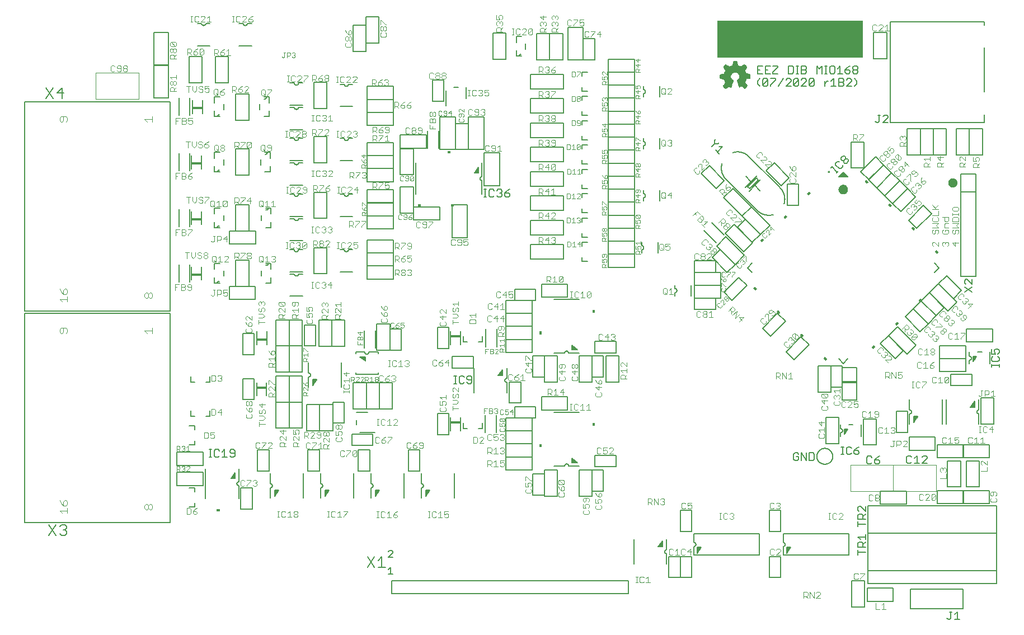
<source format=gto>
G75*
%MOIN*%
%OFA0B0*%
%FSLAX25Y25*%
%IPPOS*%
%LPD*%
%AMOC8*
5,1,8,0,0,1.08239X$1,22.5*
%
%ADD10C,0.00500*%
%ADD11R,0.87000X0.22250*%
%ADD12R,0.01485X0.00015*%
%ADD13R,0.00045X0.00015*%
%ADD14R,0.00105X0.00015*%
%ADD15R,0.00165X0.00015*%
%ADD16R,0.00225X0.00015*%
%ADD17R,0.00285X0.00015*%
%ADD18R,0.00345X0.00015*%
%ADD19R,0.00405X0.00015*%
%ADD20R,0.00435X0.00015*%
%ADD21R,0.00465X0.00015*%
%ADD22R,0.00495X0.00015*%
%ADD23R,0.00540X0.00015*%
%ADD24R,0.00585X0.00015*%
%ADD25R,0.00645X0.00015*%
%ADD26R,0.00150X0.00015*%
%ADD27R,0.00675X0.00015*%
%ADD28R,0.00195X0.00015*%
%ADD29R,0.00705X0.00015*%
%ADD30R,0.00240X0.00015*%
%ADD31R,0.00735X0.00015*%
%ADD32R,0.00270X0.00015*%
%ADD33R,0.00765X0.00015*%
%ADD34R,0.00300X0.00015*%
%ADD35R,0.00810X0.00015*%
%ADD36R,0.00360X0.00015*%
%ADD37R,0.00855X0.00015*%
%ADD38R,0.00435X0.00015*%
%ADD39R,0.00915X0.00015*%
%ADD40R,0.00465X0.00015*%
%ADD41R,0.00945X0.00015*%
%ADD42R,0.00960X0.00015*%
%ADD43R,0.00525X0.00015*%
%ADD44R,0.00990X0.00015*%
%ADD45R,0.00555X0.00015*%
%ADD46R,0.01035X0.00015*%
%ADD47R,0.00600X0.00015*%
%ADD48R,0.01080X0.00015*%
%ADD49R,0.01125X0.00015*%
%ADD50R,0.01170X0.00015*%
%ADD51R,0.00720X0.00015*%
%ADD52R,0.01200X0.00015*%
%ADD53R,0.00750X0.00015*%
%ADD54R,0.01230X0.00015*%
%ADD55R,0.00780X0.00015*%
%ADD56R,0.01260X0.00015*%
%ADD57R,0.00810X0.00015*%
%ADD58R,0.01305X0.00015*%
%ADD59R,0.01365X0.00015*%
%ADD60R,0.00900X0.00015*%
%ADD61R,0.01395X0.00015*%
%ADD62R,0.01440X0.00015*%
%ADD63R,0.01470X0.00015*%
%ADD64R,0.01005X0.00015*%
%ADD65R,0.01500X0.00015*%
%ADD66R,0.01020X0.00015*%
%ADD67R,0.01530X0.00015*%
%ADD68R,0.01065X0.00015*%
%ADD69R,0.01575X0.00015*%
%ADD70R,0.01095X0.00015*%
%ADD71R,0.01635X0.00015*%
%ADD72R,0.01155X0.00015*%
%ADD73R,0.01680X0.00015*%
%ADD74R,0.01200X0.00015*%
%ADD75R,0.01710X0.00015*%
%ADD76R,0.01230X0.00015*%
%ADD77R,0.01725X0.00015*%
%ADD78R,0.01245X0.00015*%
%ADD79R,0.01755X0.00015*%
%ADD80R,0.01275X0.00015*%
%ADD81R,0.01800X0.00015*%
%ADD82R,0.01320X0.00015*%
%ADD83R,0.01860X0.00015*%
%ADD84R,0.01905X0.00015*%
%ADD85R,0.01410X0.00015*%
%ADD86R,0.01935X0.00015*%
%ADD87R,0.01455X0.00015*%
%ADD88R,0.01965X0.00015*%
%ADD89R,0.01485X0.00015*%
%ADD90R,0.01995X0.00015*%
%ADD91R,0.01515X0.00015*%
%ADD92R,0.02040X0.00015*%
%ADD93R,0.01530X0.00015*%
%ADD94R,0.02070X0.00015*%
%ADD95R,0.01575X0.00015*%
%ADD96R,0.02115X0.00015*%
%ADD97R,0.01620X0.00015*%
%ADD98R,0.02160X0.00015*%
%ADD99R,0.01665X0.00015*%
%ADD100R,0.02190X0.00015*%
%ADD101R,0.00075X0.00015*%
%ADD102R,0.01695X0.00015*%
%ADD103R,0.02220X0.00015*%
%ADD104R,0.00105X0.00015*%
%ADD105R,0.02235X0.00015*%
%ADD106R,0.00135X0.00015*%
%ADD107R,0.01755X0.00015*%
%ADD108R,0.02280X0.00015*%
%ADD109R,0.00180X0.00015*%
%ADD110R,0.01785X0.00015*%
%ADD111R,0.02340X0.00015*%
%ADD112R,0.00240X0.00015*%
%ADD113R,0.01830X0.00015*%
%ADD114R,0.02385X0.00015*%
%ADD115R,0.01890X0.00015*%
%ADD116R,0.02415X0.00015*%
%ADD117R,0.00330X0.00015*%
%ADD118R,0.00120X0.00015*%
%ADD119R,0.01920X0.00015*%
%ADD120R,0.02430X0.00015*%
%ADD121R,0.00375X0.00015*%
%ADD122R,0.02460X0.00015*%
%ADD123R,0.00405X0.00015*%
%ADD124R,0.00195X0.00015*%
%ADD125R,0.01965X0.00015*%
%ADD126R,0.02505X0.00015*%
%ADD127R,0.00210X0.00015*%
%ADD128R,0.02010X0.00015*%
%ADD129R,0.02535X0.00015*%
%ADD130R,0.00480X0.00015*%
%ADD131R,0.02580X0.00015*%
%ADD132R,0.00540X0.00015*%
%ADD133R,0.02085X0.00015*%
%ADD134R,0.02625X0.00015*%
%ADD135R,0.02130X0.00015*%
%ADD136R,0.02670X0.00015*%
%ADD137R,0.00630X0.00015*%
%ADD138R,0.02700X0.00015*%
%ADD139R,0.00660X0.00015*%
%ADD140R,0.00450X0.00015*%
%ADD141R,0.02190X0.00015*%
%ADD142R,0.02715X0.00015*%
%ADD143R,0.02205X0.00015*%
%ADD144R,0.02745X0.00015*%
%ADD145R,0.00510X0.00015*%
%ADD146R,0.02235X0.00015*%
%ADD147R,0.02775X0.00015*%
%ADD148R,0.02820X0.00015*%
%ADD149R,0.02310X0.00015*%
%ADD150R,0.02880X0.00015*%
%ADD151R,0.00855X0.00015*%
%ADD152R,0.02355X0.00015*%
%ADD153R,0.02895X0.00015*%
%ADD154R,0.00870X0.00015*%
%ADD155R,0.00660X0.00015*%
%ADD156R,0.02925X0.00015*%
%ADD157R,0.00690X0.00015*%
%ADD158R,0.02970X0.00015*%
%ADD159R,0.03000X0.00015*%
%ADD160R,0.00750X0.00015*%
%ADD161R,0.03045X0.00015*%
%ADD162R,0.01005X0.00015*%
%ADD163R,0.00780X0.00015*%
%ADD164R,0.02505X0.00015*%
%ADD165R,0.03090X0.00015*%
%ADD166R,0.01050X0.00015*%
%ADD167R,0.00825X0.00015*%
%ADD168R,0.02550X0.00015*%
%ADD169R,0.03135X0.00015*%
%ADD170R,0.01095X0.00015*%
%ADD171R,0.00870X0.00015*%
%ADD172R,0.03165X0.00015*%
%ADD173R,0.01125X0.00015*%
%ADD174R,0.02625X0.00015*%
%ADD175R,0.03195X0.00015*%
%ADD176R,0.01140X0.00015*%
%ADD177R,0.00930X0.00015*%
%ADD178R,0.02655X0.00015*%
%ADD179R,0.03210X0.00015*%
%ADD180R,0.00960X0.00015*%
%ADD181R,0.03240X0.00015*%
%ADD182R,0.02700X0.00015*%
%ADD183R,0.03285X0.00015*%
%ADD184R,0.01245X0.00015*%
%ADD185R,0.02745X0.00015*%
%ADD186R,0.03330X0.00015*%
%ADD187R,0.02790X0.00015*%
%ADD188R,0.03360X0.00015*%
%ADD189R,0.01110X0.00015*%
%ADD190R,0.02835X0.00015*%
%ADD191R,0.03390X0.00015*%
%ADD192R,0.01335X0.00015*%
%ADD193R,0.01140X0.00015*%
%ADD194R,0.02865X0.00015*%
%ADD195R,0.03420X0.00015*%
%ADD196R,0.01155X0.00015*%
%ADD197R,0.04905X0.00015*%
%ADD198R,0.04920X0.00015*%
%ADD199R,0.02940X0.00015*%
%ADD200R,0.04950X0.00015*%
%ADD201R,0.02985X0.00015*%
%ADD202R,0.04965X0.00015*%
%ADD203R,0.01275X0.00015*%
%ADD204R,0.03015X0.00015*%
%ADD205R,0.04980X0.00015*%
%ADD206R,0.03045X0.00015*%
%ADD207R,0.05010X0.00015*%
%ADD208R,0.01335X0.00015*%
%ADD209R,0.03075X0.00015*%
%ADD210R,0.01350X0.00015*%
%ADD211R,0.03105X0.00015*%
%ADD212R,0.05040X0.00015*%
%ADD213R,0.01380X0.00015*%
%ADD214R,0.05040X0.00015*%
%ADD215R,0.01410X0.00015*%
%ADD216R,0.03180X0.00015*%
%ADD217R,0.05070X0.00015*%
%ADD218R,0.03225X0.00015*%
%ADD219R,0.03255X0.00015*%
%ADD220R,0.05085X0.00015*%
%ADD221R,0.01515X0.00015*%
%ADD222R,0.03300X0.00015*%
%ADD223R,0.05100X0.00015*%
%ADD224R,0.04935X0.00015*%
%ADD225R,0.05115X0.00015*%
%ADD226R,0.04995X0.00015*%
%ADD227R,0.05130X0.00015*%
%ADD228R,0.05010X0.00015*%
%ADD229R,0.05130X0.00015*%
%ADD230R,0.05010X0.00015*%
%ADD231R,0.05025X0.00015*%
%ADD232R,0.05040X0.00015*%
%ADD233R,0.05055X0.00015*%
%ADD234R,0.05130X0.00015*%
%ADD235R,0.05085X0.00015*%
%ADD236R,0.05115X0.00015*%
%ADD237R,0.05145X0.00015*%
%ADD238R,0.05160X0.00015*%
%ADD239R,0.05130X0.00015*%
%ADD240R,0.05190X0.00015*%
%ADD241R,0.05190X0.00015*%
%ADD242R,0.05205X0.00015*%
%ADD243R,0.05220X0.00015*%
%ADD244R,0.05070X0.00015*%
%ADD245R,0.05085X0.00015*%
%ADD246R,0.05205X0.00015*%
%ADD247R,0.05220X0.00015*%
%ADD248R,0.05055X0.00015*%
%ADD249R,0.05025X0.00015*%
%ADD250R,0.05205X0.00015*%
%ADD251R,0.05025X0.00015*%
%ADD252R,0.05190X0.00015*%
%ADD253R,0.05190X0.00015*%
%ADD254R,0.04995X0.00015*%
%ADD255R,0.05175X0.00015*%
%ADD256R,0.04950X0.00015*%
%ADD257R,0.05145X0.00015*%
%ADD258R,0.05145X0.00015*%
%ADD259R,0.04920X0.00015*%
%ADD260R,0.04905X0.00015*%
%ADD261R,0.04905X0.00015*%
%ADD262R,0.05115X0.00015*%
%ADD263R,0.04890X0.00015*%
%ADD264R,0.04890X0.00015*%
%ADD265R,0.04875X0.00015*%
%ADD266R,0.04845X0.00015*%
%ADD267R,0.04830X0.00015*%
%ADD268R,0.04830X0.00015*%
%ADD269R,0.05070X0.00015*%
%ADD270R,0.04830X0.00015*%
%ADD271R,0.04815X0.00015*%
%ADD272R,0.04800X0.00015*%
%ADD273R,0.04800X0.00015*%
%ADD274R,0.05010X0.00015*%
%ADD275R,0.04785X0.00015*%
%ADD276R,0.04770X0.00015*%
%ADD277R,0.04770X0.00015*%
%ADD278R,0.04755X0.00015*%
%ADD279R,0.04740X0.00015*%
%ADD280R,0.04725X0.00015*%
%ADD281R,0.04725X0.00015*%
%ADD282R,0.04980X0.00015*%
%ADD283R,0.04710X0.00015*%
%ADD284R,0.04725X0.00015*%
%ADD285R,0.04710X0.00015*%
%ADD286R,0.04695X0.00015*%
%ADD287R,0.04680X0.00015*%
%ADD288R,0.04695X0.00015*%
%ADD289R,0.04680X0.00015*%
%ADD290R,0.04905X0.00015*%
%ADD291R,0.04665X0.00015*%
%ADD292R,0.04650X0.00015*%
%ADD293R,0.04635X0.00015*%
%ADD294R,0.04620X0.00015*%
%ADD295R,0.04620X0.00015*%
%ADD296R,0.04890X0.00015*%
%ADD297R,0.04605X0.00015*%
%ADD298R,0.04605X0.00015*%
%ADD299R,0.04590X0.00015*%
%ADD300R,0.04845X0.00015*%
%ADD301R,0.04575X0.00015*%
%ADD302R,0.04590X0.00015*%
%ADD303R,0.04575X0.00015*%
%ADD304R,0.04845X0.00015*%
%ADD305R,0.04560X0.00015*%
%ADD306R,0.04545X0.00015*%
%ADD307R,0.04530X0.00015*%
%ADD308R,0.04515X0.00015*%
%ADD309R,0.04530X0.00015*%
%ADD310R,0.04500X0.00015*%
%ADD311R,0.04515X0.00015*%
%ADD312R,0.04785X0.00015*%
%ADD313R,0.04485X0.00015*%
%ADD314R,0.04755X0.00015*%
%ADD315R,0.04470X0.00015*%
%ADD316R,0.04740X0.00015*%
%ADD317R,0.04485X0.00015*%
%ADD318R,0.04755X0.00015*%
%ADD319R,0.04545X0.00015*%
%ADD320R,0.04695X0.00015*%
%ADD321R,0.04680X0.00015*%
%ADD322R,0.04665X0.00015*%
%ADD323R,0.04725X0.00015*%
%ADD324R,0.04680X0.00015*%
%ADD325R,0.04860X0.00015*%
%ADD326R,0.04740X0.00015*%
%ADD327R,0.04875X0.00015*%
%ADD328R,0.04965X0.00015*%
%ADD329R,0.04860X0.00015*%
%ADD330R,0.04995X0.00015*%
%ADD331R,0.04875X0.00015*%
%ADD332R,0.04980X0.00015*%
%ADD333R,0.05235X0.00015*%
%ADD334R,0.05235X0.00015*%
%ADD335R,0.05250X0.00015*%
%ADD336R,0.05280X0.00015*%
%ADD337R,0.05295X0.00015*%
%ADD338R,0.05325X0.00015*%
%ADD339R,0.05340X0.00015*%
%ADD340R,0.05235X0.00015*%
%ADD341R,0.05355X0.00015*%
%ADD342R,0.05370X0.00015*%
%ADD343R,0.05265X0.00015*%
%ADD344R,0.05370X0.00015*%
%ADD345R,0.05280X0.00015*%
%ADD346R,0.05385X0.00015*%
%ADD347R,0.05295X0.00015*%
%ADD348R,0.05400X0.00015*%
%ADD349R,0.05415X0.00015*%
%ADD350R,0.05310X0.00015*%
%ADD351R,0.05430X0.00015*%
%ADD352R,0.05445X0.00015*%
%ADD353R,0.05460X0.00015*%
%ADD354R,0.05355X0.00015*%
%ADD355R,0.05475X0.00015*%
%ADD356R,0.05505X0.00015*%
%ADD357R,0.05520X0.00015*%
%ADD358R,0.05535X0.00015*%
%ADD359R,0.05550X0.00015*%
%ADD360R,0.05550X0.00015*%
%ADD361R,0.05475X0.00015*%
%ADD362R,0.05490X0.00015*%
%ADD363R,0.05475X0.00015*%
%ADD364R,0.05385X0.00015*%
%ADD365R,0.05370X0.00015*%
%ADD366R,0.05325X0.00015*%
%ADD367R,0.05310X0.00015*%
%ADD368R,0.05265X0.00015*%
%ADD369R,0.05175X0.00015*%
%ADD370R,0.04980X0.00015*%
%ADD371R,0.04965X0.00015*%
%ADD372R,0.04860X0.00015*%
%ADD373R,0.04845X0.00015*%
%ADD374R,0.04815X0.00015*%
%ADD375R,0.04770X0.00015*%
%ADD376R,0.05295X0.00015*%
%ADD377R,0.04635X0.00015*%
%ADD378R,0.05610X0.00015*%
%ADD379R,0.05700X0.00015*%
%ADD380R,0.05760X0.00015*%
%ADD381R,0.05805X0.00015*%
%ADD382R,0.05850X0.00015*%
%ADD383R,0.05895X0.00015*%
%ADD384R,0.06000X0.00015*%
%ADD385R,0.06135X0.00015*%
%ADD386R,0.06225X0.00015*%
%ADD387R,0.06300X0.00015*%
%ADD388R,0.06330X0.00015*%
%ADD389R,0.06375X0.00015*%
%ADD390R,0.06450X0.00015*%
%ADD391R,0.06570X0.00015*%
%ADD392R,0.05565X0.00015*%
%ADD393R,0.06690X0.00015*%
%ADD394R,0.06735X0.00015*%
%ADD395R,0.05790X0.00015*%
%ADD396R,0.06765X0.00015*%
%ADD397R,0.05850X0.00015*%
%ADD398R,0.06780X0.00015*%
%ADD399R,0.05895X0.00015*%
%ADD400R,0.06795X0.00015*%
%ADD401R,0.05955X0.00015*%
%ADD402R,0.06810X0.00015*%
%ADD403R,0.06060X0.00015*%
%ADD404R,0.06195X0.00015*%
%ADD405R,0.06825X0.00015*%
%ADD406R,0.06330X0.00015*%
%ADD407R,0.06840X0.00015*%
%ADD408R,0.06390X0.00015*%
%ADD409R,0.06495X0.00015*%
%ADD410R,0.06840X0.00015*%
%ADD411R,0.06555X0.00015*%
%ADD412R,0.06825X0.00015*%
%ADD413R,0.06645X0.00015*%
%ADD414R,0.06825X0.00015*%
%ADD415R,0.06705X0.00015*%
%ADD416R,0.06705X0.00015*%
%ADD417R,0.06810X0.00015*%
%ADD418R,0.06720X0.00015*%
%ADD419R,0.06795X0.00015*%
%ADD420R,0.06750X0.00015*%
%ADD421R,0.06765X0.00015*%
%ADD422R,0.06795X0.00015*%
%ADD423R,0.06780X0.00015*%
%ADD424R,0.06780X0.00015*%
%ADD425R,0.06750X0.00015*%
%ADD426R,0.06720X0.00015*%
%ADD427R,0.06720X0.00015*%
%ADD428R,0.06705X0.00015*%
%ADD429R,0.06705X0.00015*%
%ADD430R,0.06690X0.00015*%
%ADD431R,0.06675X0.00015*%
%ADD432R,0.06690X0.00015*%
%ADD433R,0.06675X0.00015*%
%ADD434R,0.06675X0.00015*%
%ADD435R,0.06660X0.00015*%
%ADD436R,0.06675X0.00015*%
%ADD437R,0.06660X0.00015*%
%ADD438R,0.06660X0.00015*%
%ADD439R,0.06645X0.00015*%
%ADD440R,0.06630X0.00015*%
%ADD441R,0.06660X0.00015*%
%ADD442R,0.06630X0.00015*%
%ADD443R,0.06645X0.00015*%
%ADD444R,0.06735X0.00015*%
%ADD445R,0.06765X0.00015*%
%ADD446R,0.06780X0.00015*%
%ADD447R,0.06825X0.00015*%
%ADD448R,0.06855X0.00015*%
%ADD449R,0.06855X0.00015*%
%ADD450R,0.06870X0.00015*%
%ADD451R,0.06885X0.00015*%
%ADD452R,0.06525X0.00015*%
%ADD453R,0.06405X0.00015*%
%ADD454R,0.06255X0.00015*%
%ADD455R,0.06165X0.00015*%
%ADD456R,0.06870X0.00015*%
%ADD457R,0.06120X0.00015*%
%ADD458R,0.06885X0.00015*%
%ADD459R,0.06060X0.00015*%
%ADD460R,0.06015X0.00015*%
%ADD461R,0.05910X0.00015*%
%ADD462R,0.05670X0.00015*%
%ADD463R,0.05595X0.00015*%
%ADD464R,0.06585X0.00015*%
%ADD465R,0.05160X0.00015*%
%ADD466R,0.06390X0.00015*%
%ADD467R,0.05025X0.00015*%
%ADD468R,0.06330X0.00015*%
%ADD469R,0.06075X0.00015*%
%ADD470R,0.05820X0.00015*%
%ADD471R,0.05775X0.00015*%
%ADD472R,0.05685X0.00015*%
%ADD473R,0.05460X0.00015*%
%ADD474R,0.04860X0.00015*%
%ADD475R,0.04935X0.00015*%
%ADD476R,0.05160X0.00015*%
%ADD477R,0.05325X0.00015*%
%ADD478R,0.05340X0.00015*%
%ADD479R,0.05355X0.00015*%
%ADD480R,0.05430X0.00015*%
%ADD481R,0.05535X0.00015*%
%ADD482R,0.05595X0.00015*%
%ADD483R,0.05640X0.00015*%
%ADD484R,0.05640X0.00015*%
%ADD485R,0.05670X0.00015*%
%ADD486R,0.05685X0.00015*%
%ADD487R,0.05700X0.00015*%
%ADD488R,0.05715X0.00015*%
%ADD489R,0.05715X0.00015*%
%ADD490R,0.05730X0.00015*%
%ADD491R,0.05745X0.00015*%
%ADD492R,0.05760X0.00015*%
%ADD493R,0.06000X0.00015*%
%ADD494R,0.06105X0.00015*%
%ADD495R,0.06180X0.00015*%
%ADD496R,0.06210X0.00015*%
%ADD497R,0.12690X0.00015*%
%ADD498R,0.12675X0.00015*%
%ADD499R,0.12660X0.00015*%
%ADD500R,0.12660X0.00015*%
%ADD501R,0.12645X0.00015*%
%ADD502R,0.12615X0.00015*%
%ADD503R,0.12600X0.00015*%
%ADD504R,0.12585X0.00015*%
%ADD505R,0.12555X0.00015*%
%ADD506R,0.12540X0.00015*%
%ADD507R,0.12525X0.00015*%
%ADD508R,0.12510X0.00015*%
%ADD509R,0.12510X0.00015*%
%ADD510R,0.12480X0.00015*%
%ADD511R,0.12450X0.00015*%
%ADD512R,0.12435X0.00015*%
%ADD513R,0.12420X0.00015*%
%ADD514R,0.12390X0.00015*%
%ADD515R,0.12375X0.00015*%
%ADD516R,0.12360X0.00015*%
%ADD517R,0.12330X0.00015*%
%ADD518R,0.12300X0.00015*%
%ADD519R,0.12285X0.00015*%
%ADD520R,0.12270X0.00015*%
%ADD521R,0.12255X0.00015*%
%ADD522R,0.12240X0.00015*%
%ADD523R,0.12225X0.00015*%
%ADD524R,0.12195X0.00015*%
%ADD525R,0.12165X0.00015*%
%ADD526R,0.12150X0.00015*%
%ADD527R,0.12135X0.00015*%
%ADD528R,0.12120X0.00015*%
%ADD529R,0.12090X0.00015*%
%ADD530R,0.12075X0.00015*%
%ADD531R,0.12060X0.00015*%
%ADD532R,0.12045X0.00015*%
%ADD533R,0.12015X0.00015*%
%ADD534R,0.12000X0.00015*%
%ADD535R,0.11985X0.00015*%
%ADD536R,0.11955X0.00015*%
%ADD537R,0.11940X0.00015*%
%ADD538R,0.11925X0.00015*%
%ADD539R,0.11910X0.00015*%
%ADD540R,0.11910X0.00015*%
%ADD541R,0.11880X0.00015*%
%ADD542R,0.11850X0.00015*%
%ADD543R,0.11835X0.00015*%
%ADD544R,0.11805X0.00015*%
%ADD545R,0.11775X0.00015*%
%ADD546R,0.11760X0.00015*%
%ADD547R,0.11745X0.00015*%
%ADD548R,0.11730X0.00015*%
%ADD549R,0.11700X0.00015*%
%ADD550R,0.11700X0.00015*%
%ADD551R,0.11685X0.00015*%
%ADD552R,0.11655X0.00015*%
%ADD553R,0.11640X0.00015*%
%ADD554R,0.11625X0.00015*%
%ADD555R,0.11625X0.00015*%
%ADD556R,0.11670X0.00015*%
%ADD557R,0.11715X0.00015*%
%ADD558R,0.11790X0.00015*%
%ADD559R,0.11820X0.00015*%
%ADD560R,0.11820X0.00015*%
%ADD561R,0.11880X0.00015*%
%ADD562R,0.11895X0.00015*%
%ADD563R,0.11970X0.00015*%
%ADD564R,0.12045X0.00015*%
%ADD565R,0.12075X0.00015*%
%ADD566R,0.12105X0.00015*%
%ADD567R,0.12135X0.00015*%
%ADD568R,0.12165X0.00015*%
%ADD569R,0.12180X0.00015*%
%ADD570R,0.12195X0.00015*%
%ADD571R,0.12210X0.00015*%
%ADD572R,0.12225X0.00015*%
%ADD573R,0.12255X0.00015*%
%ADD574R,0.12360X0.00015*%
%ADD575R,0.12390X0.00015*%
%ADD576R,0.12405X0.00015*%
%ADD577R,0.12435X0.00015*%
%ADD578R,0.12480X0.00015*%
%ADD579R,0.12480X0.00015*%
%ADD580R,0.12510X0.00015*%
%ADD581R,0.12570X0.00015*%
%ADD582R,0.12630X0.00015*%
%ADD583R,0.12675X0.00015*%
%ADD584R,0.12705X0.00015*%
%ADD585R,0.12735X0.00015*%
%ADD586R,0.12750X0.00015*%
%ADD587R,0.12780X0.00015*%
%ADD588R,0.12795X0.00015*%
%ADD589R,0.12810X0.00015*%
%ADD590R,0.12840X0.00015*%
%ADD591R,0.12855X0.00015*%
%ADD592R,0.12885X0.00015*%
%ADD593R,0.12900X0.00015*%
%ADD594R,0.12915X0.00015*%
%ADD595R,0.12945X0.00015*%
%ADD596R,0.12960X0.00015*%
%ADD597R,0.12990X0.00015*%
%ADD598R,0.13005X0.00015*%
%ADD599R,0.13020X0.00015*%
%ADD600R,0.13035X0.00015*%
%ADD601R,0.13065X0.00015*%
%ADD602R,0.13080X0.00015*%
%ADD603R,0.13110X0.00015*%
%ADD604R,0.13125X0.00015*%
%ADD605R,0.13155X0.00015*%
%ADD606R,0.13170X0.00015*%
%ADD607R,0.13200X0.00015*%
%ADD608R,0.13230X0.00015*%
%ADD609R,0.13260X0.00015*%
%ADD610R,0.13290X0.00015*%
%ADD611R,0.13320X0.00015*%
%ADD612R,0.13350X0.00015*%
%ADD613R,0.13365X0.00015*%
%ADD614R,0.13395X0.00015*%
%ADD615R,0.13425X0.00015*%
%ADD616R,0.13455X0.00015*%
%ADD617R,0.13470X0.00015*%
%ADD618R,0.13500X0.00015*%
%ADD619R,0.13530X0.00015*%
%ADD620R,0.13560X0.00015*%
%ADD621R,0.13575X0.00015*%
%ADD622R,0.13605X0.00015*%
%ADD623R,0.13635X0.00015*%
%ADD624R,0.13650X0.00015*%
%ADD625R,0.13680X0.00015*%
%ADD626R,0.13695X0.00015*%
%ADD627R,0.13725X0.00015*%
%ADD628R,0.13740X0.00015*%
%ADD629R,0.13770X0.00015*%
%ADD630R,0.13785X0.00015*%
%ADD631R,0.13800X0.00015*%
%ADD632R,0.13830X0.00015*%
%ADD633R,0.13860X0.00015*%
%ADD634R,0.13875X0.00015*%
%ADD635R,0.13905X0.00015*%
%ADD636R,0.13935X0.00015*%
%ADD637R,0.13950X0.00015*%
%ADD638R,0.13980X0.00015*%
%ADD639R,0.14010X0.00015*%
%ADD640R,0.14025X0.00015*%
%ADD641R,0.14055X0.00015*%
%ADD642R,0.14070X0.00015*%
%ADD643R,0.14085X0.00015*%
%ADD644R,0.14115X0.00015*%
%ADD645R,0.14145X0.00015*%
%ADD646R,0.14160X0.00015*%
%ADD647R,0.14190X0.00015*%
%ADD648R,0.14205X0.00015*%
%ADD649R,0.14220X0.00015*%
%ADD650R,0.14235X0.00015*%
%ADD651R,0.14265X0.00015*%
%ADD652R,0.14280X0.00015*%
%ADD653R,0.14295X0.00015*%
%ADD654R,0.14295X0.00015*%
%ADD655R,0.14250X0.00015*%
%ADD656R,0.14205X0.00015*%
%ADD657R,0.14175X0.00015*%
%ADD658R,0.14160X0.00015*%
%ADD659R,0.14130X0.00015*%
%ADD660R,0.14100X0.00015*%
%ADD661R,0.14040X0.00015*%
%ADD662R,0.14010X0.00015*%
%ADD663R,0.03465X0.00015*%
%ADD664R,0.10440X0.00015*%
%ADD665R,0.03420X0.00015*%
%ADD666R,0.10395X0.00015*%
%ADD667R,0.03375X0.00015*%
%ADD668R,0.10335X0.00015*%
%ADD669R,0.03570X0.00015*%
%ADD670R,0.06600X0.00015*%
%ADD671R,0.03525X0.00015*%
%ADD672R,0.03270X0.00015*%
%ADD673R,0.03495X0.00015*%
%ADD674R,0.03210X0.00015*%
%ADD675R,0.06480X0.00015*%
%ADD676R,0.03435X0.00015*%
%ADD677R,0.03165X0.00015*%
%ADD678R,0.03390X0.00015*%
%ADD679R,0.03120X0.00015*%
%ADD680R,0.06315X0.00015*%
%ADD681R,0.03345X0.00015*%
%ADD682R,0.03090X0.00015*%
%ADD683R,0.03075X0.00015*%
%ADD684R,0.06225X0.00015*%
%ADD685R,0.03270X0.00015*%
%ADD686R,0.06180X0.00015*%
%ADD687R,0.02970X0.00015*%
%ADD688R,0.06075X0.00015*%
%ADD689R,0.03195X0.00015*%
%ADD690R,0.02925X0.00015*%
%ADD691R,0.05985X0.00015*%
%ADD692R,0.03135X0.00015*%
%ADD693R,0.02850X0.00015*%
%ADD694R,0.05835X0.00015*%
%ADD695R,0.03030X0.00015*%
%ADD696R,0.02805X0.00015*%
%ADD697R,0.02730X0.00015*%
%ADD698R,0.05625X0.00015*%
%ADD699R,0.02925X0.00015*%
%ADD700R,0.02640X0.00015*%
%ADD701R,0.02595X0.00015*%
%ADD702R,0.02565X0.00015*%
%ADD703R,0.02760X0.00015*%
%ADD704R,0.02520X0.00015*%
%ADD705R,0.02730X0.00015*%
%ADD706R,0.02475X0.00015*%
%ADD707R,0.02685X0.00015*%
%ADD708R,0.02445X0.00015*%
%ADD709R,0.02400X0.00015*%
%ADD710R,0.02370X0.00015*%
%ADD711R,0.02565X0.00015*%
%ADD712R,0.02340X0.00015*%
%ADD713R,0.02325X0.00015*%
%ADD714R,0.02505X0.00015*%
%ADD715R,0.02280X0.00015*%
%ADD716R,0.02460X0.00015*%
%ADD717R,0.04560X0.00015*%
%ADD718R,0.02190X0.00015*%
%ADD719R,0.04440X0.00015*%
%ADD720R,0.02370X0.00015*%
%ADD721R,0.02145X0.00015*%
%ADD722R,0.04365X0.00015*%
%ADD723R,0.04320X0.00015*%
%ADD724R,0.02310X0.00015*%
%ADD725R,0.02100X0.00015*%
%ADD726R,0.04260X0.00015*%
%ADD727R,0.04200X0.00015*%
%ADD728R,0.02265X0.00015*%
%ADD729R,0.02040X0.00015*%
%ADD730R,0.04095X0.00015*%
%ADD731R,0.02220X0.00015*%
%ADD732R,0.03915X0.00015*%
%ADD733R,0.02175X0.00015*%
%ADD734R,0.03765X0.00015*%
%ADD735R,0.03675X0.00015*%
%ADD736R,0.01890X0.00015*%
%ADD737R,0.03615X0.00015*%
%ADD738R,0.02055X0.00015*%
%ADD739R,0.01860X0.00015*%
%ADD740R,0.03555X0.00015*%
%ADD741R,0.01815X0.00015*%
%ADD742R,0.03450X0.00015*%
%ADD743R,0.01725X0.00015*%
%ADD744R,0.03315X0.00015*%
%ADD745R,0.01905X0.00015*%
%ADD746R,0.01680X0.00015*%
%ADD747R,0.01650X0.00015*%
%ADD748R,0.01620X0.00015*%
%ADD749R,0.01590X0.00015*%
%ADD750R,0.01770X0.00015*%
%ADD751R,0.01560X0.00015*%
%ADD752R,0.03240X0.00015*%
%ADD753R,0.01740X0.00015*%
%ADD754R,0.01665X0.00015*%
%ADD755R,0.01455X0.00015*%
%ADD756R,0.01635X0.00015*%
%ADD757R,0.01410X0.00015*%
%ADD758R,0.01395X0.00015*%
%ADD759R,0.01365X0.00015*%
%ADD760R,0.01335X0.00015*%
%ADD761R,0.01290X0.00015*%
%ADD762R,0.03210X0.00015*%
%ADD763R,0.01455X0.00015*%
%ADD764R,0.01185X0.00015*%
%ADD765R,0.01290X0.00015*%
%ADD766R,0.01110X0.00015*%
%ADD767R,0.01260X0.00015*%
%ADD768R,0.03180X0.00015*%
%ADD769R,0.00975X0.00015*%
%ADD770R,0.03150X0.00015*%
%ADD771R,0.00885X0.00015*%
%ADD772R,0.03150X0.00015*%
%ADD773R,0.01050X0.00015*%
%ADD774R,0.00795X0.00015*%
%ADD775R,0.00885X0.00015*%
%ADD776R,0.00690X0.00015*%
%ADD777R,0.00840X0.00015*%
%ADD778R,0.00570X0.00015*%
%ADD779R,0.00525X0.00015*%
%ADD780R,0.03105X0.00015*%
%ADD781R,0.00660X0.00015*%
%ADD782R,0.00615X0.00015*%
%ADD783R,0.00420X0.00015*%
%ADD784R,0.00555X0.00015*%
%ADD785R,0.00390X0.00015*%
%ADD786R,0.00525X0.00015*%
%ADD787R,0.00360X0.00015*%
%ADD788R,0.00495X0.00015*%
%ADD789R,0.03075X0.00015*%
%ADD790R,0.00450X0.00015*%
%ADD791R,0.00225X0.00015*%
%ADD792R,0.00345X0.00015*%
%ADD793R,0.00255X0.00015*%
%ADD794R,0.03060X0.00015*%
%ADD795R,0.00180X0.00015*%
%ADD796R,0.00075X0.00015*%
%ADD797R,0.03000X0.00015*%
%ADD798R,0.02955X0.00015*%
%ADD799R,0.02940X0.00015*%
%ADD800R,0.02940X0.00015*%
%ADD801R,0.02910X0.00015*%
%ADD802R,0.02910X0.00015*%
%ADD803R,0.02865X0.00015*%
%ADD804R,0.02805X0.00015*%
%ADD805R,0.02775X0.00015*%
%ADD806R,0.02760X0.00015*%
%ADD807R,0.02655X0.00015*%
%ADD808R,0.02640X0.00015*%
%ADD809R,0.02610X0.00015*%
%ADD810R,0.02595X0.00015*%
%ADD811R,0.02535X0.00015*%
%ADD812R,0.02475X0.00015*%
%ADD813R,0.02175X0.00015*%
%ADD814R,0.01575X0.00015*%
%ADD815C,0.00400*%
%ADD816C,0.02600*%
%ADD817C,0.00800*%
%ADD818C,0.00700*%
%ADD819C,0.00600*%
%ADD820C,0.00300*%
%ADD821R,0.05512X0.01756*%
%ADD822C,0.00100*%
%ADD823C,0.00200*%
%ADD824R,0.09000X0.01750*%
%ADD825R,0.09000X0.00600*%
D10*
X0214068Y0141470D02*
X0214068Y0154069D01*
X0220808Y0154069D01*
X0220808Y0141470D01*
X0214068Y0141470D01*
X0191455Y0155650D02*
X0175920Y0155650D01*
X0175920Y0163390D01*
X0191455Y0163390D01*
X0191455Y0155650D01*
X0191455Y0167650D02*
X0175920Y0167650D01*
X0175920Y0175390D01*
X0191455Y0175390D01*
X0191455Y0167650D01*
X0195188Y0172520D02*
X0196689Y0172520D01*
X0195938Y0172520D02*
X0195938Y0177024D01*
X0195188Y0177024D02*
X0196689Y0177024D01*
X0198257Y0176273D02*
X0198257Y0173270D01*
X0199008Y0172520D01*
X0200509Y0172520D01*
X0201259Y0173270D01*
X0202861Y0172520D02*
X0205863Y0172520D01*
X0204362Y0172520D02*
X0204362Y0177024D01*
X0202861Y0175522D01*
X0201259Y0176273D02*
X0200509Y0177024D01*
X0199008Y0177024D01*
X0198257Y0176273D01*
X0207465Y0176273D02*
X0207465Y0175522D01*
X0208215Y0174772D01*
X0210467Y0174772D01*
X0210467Y0176273D02*
X0209717Y0177024D01*
X0208215Y0177024D01*
X0207465Y0176273D01*
X0210467Y0176273D02*
X0210467Y0173270D01*
X0209717Y0172520D01*
X0208215Y0172520D01*
X0207465Y0173270D01*
X0224068Y0176819D02*
X0224068Y0164220D01*
X0230808Y0164220D01*
X0230808Y0176819D01*
X0224068Y0176819D01*
X0235068Y0189752D02*
X0235068Y0205287D01*
X0242808Y0205287D01*
X0242808Y0189752D01*
X0235068Y0189752D01*
X0242818Y0189752D02*
X0242818Y0205287D01*
X0250558Y0205287D01*
X0250558Y0189752D01*
X0242818Y0189752D01*
X0253318Y0188252D02*
X0253318Y0203787D01*
X0261058Y0203787D01*
X0261058Y0188252D01*
X0253318Y0188252D01*
X0261068Y0188252D02*
X0268808Y0188252D01*
X0268808Y0203787D01*
X0261068Y0203787D01*
X0261068Y0188252D01*
X0268818Y0192720D02*
X0268818Y0205319D01*
X0275558Y0205319D01*
X0275558Y0192720D01*
X0268818Y0192720D01*
X0280138Y0186140D02*
X0280138Y0179400D01*
X0292737Y0179400D01*
X0292737Y0186140D01*
X0280138Y0186140D01*
X0284068Y0176819D02*
X0290808Y0176819D01*
X0290808Y0164220D01*
X0284068Y0164220D01*
X0284068Y0176819D01*
X0260808Y0176819D02*
X0260808Y0164220D01*
X0254068Y0164220D01*
X0254068Y0176819D01*
X0260808Y0176819D01*
X0250558Y0205252D02*
X0242818Y0205252D01*
X0242818Y0220787D01*
X0250558Y0220787D01*
X0250558Y0205252D01*
X0242808Y0205252D02*
X0235068Y0205252D01*
X0235068Y0220787D01*
X0242808Y0220787D01*
X0242808Y0205252D01*
X0222058Y0206720D02*
X0222058Y0219319D01*
X0215318Y0219319D01*
X0215318Y0206720D01*
X0222058Y0206720D01*
X0235068Y0223252D02*
X0242808Y0223252D01*
X0242808Y0238787D01*
X0235068Y0238787D01*
X0235068Y0223252D01*
X0242818Y0223252D02*
X0242818Y0238787D01*
X0250558Y0238787D01*
X0250558Y0223252D01*
X0242818Y0223252D01*
X0242808Y0238752D02*
X0235068Y0238752D01*
X0235068Y0254287D01*
X0242808Y0254287D01*
X0242808Y0238752D01*
X0242818Y0238752D02*
X0250558Y0238752D01*
X0250558Y0254287D01*
X0242818Y0254287D01*
X0242818Y0238752D01*
X0251818Y0238720D02*
X0258558Y0238720D01*
X0258558Y0251319D01*
X0251818Y0251319D01*
X0251818Y0238720D01*
X0260568Y0238502D02*
X0268308Y0238502D01*
X0268308Y0254037D01*
X0260568Y0254037D01*
X0260568Y0238502D01*
X0268318Y0238502D02*
X0276058Y0238502D01*
X0276058Y0254037D01*
X0268318Y0254037D01*
X0268318Y0238502D01*
X0287644Y0237577D02*
X0287644Y0247963D01*
X0294231Y0247963D02*
X0294231Y0237577D01*
X0295068Y0236252D02*
X0302808Y0236252D01*
X0302808Y0251787D01*
X0295068Y0251787D01*
X0295068Y0236252D01*
X0302818Y0236220D02*
X0309558Y0236220D01*
X0309558Y0248819D01*
X0302818Y0248819D01*
X0302818Y0236220D01*
X0304308Y0216787D02*
X0296568Y0216787D01*
X0296568Y0201252D01*
X0304308Y0201252D01*
X0304308Y0216787D01*
X0296558Y0216787D02*
X0288818Y0216787D01*
X0288818Y0201252D01*
X0296558Y0201252D01*
X0296558Y0216787D01*
X0288808Y0216787D02*
X0288808Y0201252D01*
X0281068Y0201252D01*
X0281068Y0216787D01*
X0288808Y0216787D01*
X0331318Y0198569D02*
X0338058Y0198569D01*
X0338058Y0185970D01*
X0331318Y0185970D01*
X0331318Y0198569D01*
X0341088Y0216270D02*
X0342589Y0216270D01*
X0341838Y0216270D02*
X0341838Y0220774D01*
X0341088Y0220774D02*
X0342589Y0220774D01*
X0344157Y0220023D02*
X0344908Y0220774D01*
X0346409Y0220774D01*
X0347159Y0220023D01*
X0348761Y0220023D02*
X0348761Y0219272D01*
X0349512Y0218522D01*
X0351763Y0218522D01*
X0351763Y0220023D02*
X0351013Y0220774D01*
X0349512Y0220774D01*
X0348761Y0220023D01*
X0351763Y0220023D02*
X0351763Y0217020D01*
X0351013Y0216270D01*
X0349512Y0216270D01*
X0348761Y0217020D01*
X0347159Y0217020D02*
X0346409Y0216270D01*
X0344908Y0216270D01*
X0344157Y0217020D01*
X0344157Y0220023D01*
X0339888Y0225650D02*
X0339888Y0232390D01*
X0352487Y0232390D01*
X0352487Y0225650D01*
X0339888Y0225650D01*
X0338058Y0237220D02*
X0331318Y0237220D01*
X0331318Y0249819D01*
X0338058Y0249819D01*
X0338058Y0237220D01*
X0359894Y0238327D02*
X0359894Y0248713D01*
X0366481Y0248713D02*
X0366481Y0238327D01*
X0371920Y0234900D02*
X0371920Y0242640D01*
X0387455Y0242640D01*
X0387455Y0234900D01*
X0371920Y0234900D01*
X0371920Y0242650D02*
X0371920Y0250390D01*
X0387455Y0250390D01*
X0387455Y0242650D01*
X0371920Y0242650D01*
X0371920Y0250400D02*
X0371920Y0258140D01*
X0387455Y0258140D01*
X0387455Y0250400D01*
X0371920Y0250400D01*
X0371920Y0258150D02*
X0371920Y0265890D01*
X0387455Y0265890D01*
X0387455Y0258150D01*
X0371920Y0258150D01*
X0377138Y0265900D02*
X0377138Y0272640D01*
X0389737Y0272640D01*
X0389737Y0265900D01*
X0377138Y0265900D01*
X0393170Y0267900D02*
X0393170Y0275640D01*
X0408705Y0275640D01*
X0408705Y0267900D01*
X0393170Y0267900D01*
X0386701Y0290400D02*
X0386701Y0299140D01*
X0406174Y0299140D01*
X0406174Y0290400D01*
X0386701Y0290400D01*
X0386701Y0304900D02*
X0386701Y0313640D01*
X0406174Y0313640D01*
X0406174Y0304900D01*
X0386701Y0304900D01*
X0386701Y0319400D02*
X0386701Y0328140D01*
X0406174Y0328140D01*
X0406174Y0319400D01*
X0386701Y0319400D01*
X0374217Y0328270D02*
X0374217Y0329021D01*
X0373467Y0329772D01*
X0371215Y0329772D01*
X0371215Y0328270D01*
X0371965Y0327520D01*
X0373467Y0327520D01*
X0374217Y0328270D01*
X0371215Y0329772D02*
X0372716Y0331273D01*
X0374217Y0332024D01*
X0369613Y0331273D02*
X0369613Y0330522D01*
X0368863Y0329772D01*
X0369613Y0329021D01*
X0369613Y0328270D01*
X0368863Y0327520D01*
X0367362Y0327520D01*
X0366611Y0328270D01*
X0365009Y0328270D02*
X0364259Y0327520D01*
X0362758Y0327520D01*
X0362007Y0328270D01*
X0362007Y0331273D01*
X0362758Y0332024D01*
X0364259Y0332024D01*
X0365009Y0331273D01*
X0366611Y0331273D02*
X0367362Y0332024D01*
X0368863Y0332024D01*
X0369613Y0331273D01*
X0368863Y0329772D02*
X0368112Y0329772D01*
X0368308Y0334283D02*
X0359068Y0334283D01*
X0359068Y0353756D01*
X0368308Y0353756D01*
X0368308Y0334283D01*
X0360439Y0332024D02*
X0358938Y0332024D01*
X0359688Y0332024D02*
X0359688Y0327520D01*
X0358938Y0327520D02*
X0360439Y0327520D01*
X0349058Y0322756D02*
X0339818Y0322756D01*
X0339818Y0303283D01*
X0349058Y0303283D01*
X0349058Y0322756D01*
X0332455Y0321640D02*
X0332455Y0313900D01*
X0316920Y0313900D01*
X0316920Y0321640D01*
X0332455Y0321640D01*
X0316808Y0318002D02*
X0316808Y0333537D01*
X0309068Y0333537D01*
X0309068Y0318002D01*
X0316808Y0318002D01*
X0304955Y0316150D02*
X0289420Y0316150D01*
X0289420Y0323890D01*
X0304955Y0323890D01*
X0304955Y0316150D01*
X0304955Y0316140D02*
X0304955Y0308400D01*
X0289420Y0308400D01*
X0289420Y0316140D01*
X0304955Y0316140D01*
X0304955Y0324150D02*
X0289420Y0324150D01*
X0289420Y0331890D01*
X0304955Y0331890D01*
X0304955Y0324150D01*
X0304955Y0336650D02*
X0289420Y0336650D01*
X0289420Y0344390D01*
X0304955Y0344390D01*
X0304955Y0336650D01*
X0309068Y0340752D02*
X0316808Y0340752D01*
X0316808Y0356287D01*
X0309068Y0356287D01*
X0309068Y0340752D01*
X0304955Y0344400D02*
X0289420Y0344400D01*
X0289420Y0352140D01*
X0304955Y0352140D01*
X0304955Y0344400D01*
X0304955Y0352150D02*
X0289420Y0352150D01*
X0289420Y0359890D01*
X0304955Y0359890D01*
X0304955Y0352150D01*
X0308920Y0356650D02*
X0308920Y0364390D01*
X0324455Y0364390D01*
X0324455Y0356650D01*
X0308920Y0356650D01*
X0325394Y0356577D02*
X0325394Y0366963D01*
X0331981Y0366963D02*
X0331981Y0356577D01*
X0332568Y0355783D02*
X0341808Y0355783D01*
X0341808Y0375256D01*
X0332568Y0375256D01*
X0332568Y0355783D01*
X0341818Y0355752D02*
X0349558Y0355752D01*
X0349558Y0371287D01*
X0341818Y0371287D01*
X0341818Y0355752D01*
X0349568Y0355783D02*
X0358808Y0355783D01*
X0358808Y0375256D01*
X0349568Y0375256D01*
X0349568Y0355783D01*
X0386701Y0357140D02*
X0386701Y0348400D01*
X0406174Y0348400D01*
X0406174Y0357140D01*
X0386701Y0357140D01*
X0386701Y0362900D02*
X0386701Y0371640D01*
X0406174Y0371640D01*
X0406174Y0362900D01*
X0386701Y0362900D01*
X0386701Y0377400D02*
X0386701Y0386140D01*
X0406174Y0386140D01*
X0406174Y0377400D01*
X0386701Y0377400D01*
X0386701Y0391900D02*
X0386701Y0400640D01*
X0406174Y0400640D01*
X0406174Y0391900D01*
X0386701Y0391900D01*
X0390318Y0409252D02*
X0398058Y0409252D01*
X0398058Y0424787D01*
X0390318Y0424787D01*
X0390318Y0409252D01*
X0398068Y0409252D02*
X0398068Y0424787D01*
X0405808Y0424787D01*
X0405808Y0409252D01*
X0398068Y0409252D01*
X0408818Y0409033D02*
X0418058Y0409033D01*
X0418058Y0428506D01*
X0408818Y0428506D01*
X0408818Y0409033D01*
X0418068Y0409220D02*
X0424808Y0409220D01*
X0424808Y0421819D01*
X0418068Y0421819D01*
X0418068Y0409220D01*
X0432920Y0409640D02*
X0432920Y0401900D01*
X0448455Y0401900D01*
X0448455Y0409640D01*
X0432920Y0409640D01*
X0432920Y0401890D02*
X0432920Y0394150D01*
X0448455Y0394150D01*
X0448455Y0401890D01*
X0432920Y0401890D01*
X0432920Y0394140D02*
X0448455Y0394140D01*
X0448455Y0386400D01*
X0432920Y0386400D01*
X0432920Y0394140D01*
X0432920Y0386390D02*
X0432920Y0378650D01*
X0448455Y0378650D01*
X0448455Y0386390D01*
X0432920Y0386390D01*
X0432920Y0378640D02*
X0448455Y0378640D01*
X0448455Y0370900D01*
X0432920Y0370900D01*
X0432920Y0378640D01*
X0432920Y0370890D02*
X0432920Y0363150D01*
X0448455Y0363150D01*
X0448455Y0370890D01*
X0432920Y0370890D01*
X0432920Y0363140D02*
X0448455Y0363140D01*
X0448455Y0355400D01*
X0432920Y0355400D01*
X0432920Y0363140D01*
X0432920Y0355390D02*
X0432920Y0347650D01*
X0448455Y0347650D01*
X0448455Y0355390D01*
X0432920Y0355390D01*
X0432920Y0347640D02*
X0448455Y0347640D01*
X0448455Y0339900D01*
X0432920Y0339900D01*
X0432920Y0347640D01*
X0432920Y0339890D02*
X0432920Y0332150D01*
X0448455Y0332150D01*
X0448455Y0339890D01*
X0432920Y0339890D01*
X0432920Y0332140D02*
X0448455Y0332140D01*
X0448455Y0324400D01*
X0432920Y0324400D01*
X0432920Y0332140D01*
X0432920Y0324390D02*
X0432920Y0316650D01*
X0448455Y0316650D01*
X0448455Y0324390D01*
X0432920Y0324390D01*
X0432920Y0316640D02*
X0448455Y0316640D01*
X0448455Y0308900D01*
X0432920Y0308900D01*
X0432920Y0316640D01*
X0432920Y0308890D02*
X0432920Y0301150D01*
X0448455Y0301150D01*
X0448455Y0308890D01*
X0432920Y0308890D01*
X0432920Y0301140D02*
X0448455Y0301140D01*
X0448455Y0293400D01*
X0432920Y0293400D01*
X0432920Y0301140D01*
X0432920Y0293390D02*
X0432920Y0285650D01*
X0448455Y0285650D01*
X0448455Y0293390D01*
X0432920Y0293390D01*
X0484388Y0289390D02*
X0484388Y0282650D01*
X0496987Y0282650D01*
X0496987Y0289390D01*
X0484388Y0289390D01*
X0484420Y0282640D02*
X0484420Y0274900D01*
X0499955Y0274900D01*
X0499955Y0282640D01*
X0484420Y0282640D01*
X0494850Y0291341D02*
X0499616Y0296107D01*
X0508525Y0287198D01*
X0503759Y0282432D01*
X0494850Y0291341D01*
X0497458Y0298276D02*
X0502932Y0303749D01*
X0513917Y0292764D01*
X0508444Y0287291D01*
X0497458Y0298276D01*
X0497281Y0300269D02*
X0489937Y0307613D01*
X0494594Y0312270D02*
X0501938Y0304926D01*
X0502458Y0305776D02*
X0507932Y0311249D01*
X0518917Y0300264D01*
X0513444Y0294791D01*
X0502458Y0305776D01*
X0509850Y0309341D02*
X0514616Y0314107D01*
X0523525Y0305198D01*
X0518759Y0300432D01*
X0509850Y0309341D01*
X0512708Y0316026D02*
X0518182Y0321499D01*
X0529167Y0310514D01*
X0523694Y0305041D01*
X0512708Y0316026D01*
X0512694Y0316041D02*
X0518167Y0321514D01*
X0507182Y0332499D01*
X0501708Y0327026D01*
X0512694Y0316041D01*
X0516790Y0330909D02*
X0520294Y0334413D01*
X0523728Y0337847D01*
X0522402Y0337635D02*
X0517143Y0332376D01*
X0516030Y0333490D01*
X0521288Y0338748D01*
X0522402Y0337635D01*
X0521501Y0340074D02*
X0518067Y0336640D01*
X0514563Y0333136D01*
X0518067Y0336640D02*
X0514987Y0339721D01*
X0520294Y0334413D02*
X0523374Y0331333D01*
X0527100Y0343091D02*
X0531866Y0347857D01*
X0540775Y0338948D01*
X0536009Y0334182D01*
X0527100Y0343091D01*
X0539568Y0335069D02*
X0546308Y0335069D01*
X0546308Y0322470D01*
X0539568Y0322470D01*
X0539568Y0335069D01*
X0565667Y0344897D02*
X0566728Y0345958D01*
X0566197Y0345428D02*
X0569382Y0342243D01*
X0568851Y0341712D02*
X0569913Y0342774D01*
X0570491Y0344413D02*
X0571552Y0344413D01*
X0572614Y0345475D01*
X0572614Y0346536D01*
X0573746Y0347669D02*
X0573216Y0348199D01*
X0573216Y0349261D01*
X0574277Y0350323D01*
X0575339Y0350323D01*
X0575869Y0349792D01*
X0575869Y0348730D01*
X0574808Y0347669D01*
X0573746Y0347669D01*
X0573216Y0349261D02*
X0572154Y0349261D01*
X0571623Y0349792D01*
X0571623Y0350853D01*
X0572685Y0351915D01*
X0573746Y0351915D01*
X0574277Y0351384D01*
X0574277Y0350323D01*
X0570491Y0348659D02*
X0569429Y0348659D01*
X0568368Y0347598D01*
X0568368Y0346536D01*
X0570491Y0344413D01*
X0577568Y0344752D02*
X0577568Y0360287D01*
X0585308Y0360287D01*
X0585308Y0344752D01*
X0577568Y0344752D01*
X0583350Y0342448D02*
X0588116Y0337682D01*
X0597025Y0346591D01*
X0592259Y0351357D01*
X0583350Y0342448D01*
X0588100Y0337698D02*
X0592866Y0332932D01*
X0601775Y0341841D01*
X0597009Y0346607D01*
X0588100Y0337698D01*
X0592850Y0332948D02*
X0597616Y0328182D01*
X0606525Y0337091D01*
X0601759Y0341857D01*
X0592850Y0332948D01*
X0597600Y0328198D02*
X0602366Y0323432D01*
X0611275Y0332341D01*
X0606509Y0337107D01*
X0597600Y0328198D01*
X0602350Y0323448D02*
X0607116Y0318682D01*
X0616025Y0327591D01*
X0611259Y0332357D01*
X0602350Y0323448D01*
X0611850Y0313448D02*
X0616616Y0308682D01*
X0625525Y0317591D01*
X0620759Y0322357D01*
X0611850Y0313448D01*
X0634466Y0280607D02*
X0629700Y0275841D01*
X0638609Y0266932D01*
X0643375Y0271698D01*
X0634466Y0280607D01*
X0629632Y0275849D02*
X0624158Y0270376D01*
X0635144Y0259391D01*
X0640617Y0264864D01*
X0629632Y0275849D01*
X0624116Y0270357D02*
X0619350Y0265591D01*
X0628259Y0256682D01*
X0633025Y0261448D01*
X0624116Y0270357D01*
X0619366Y0265607D02*
X0614600Y0260841D01*
X0623509Y0251932D01*
X0628275Y0256698D01*
X0619366Y0265607D01*
X0614616Y0260857D02*
X0609850Y0256091D01*
X0618759Y0247182D01*
X0623525Y0251948D01*
X0614616Y0260857D01*
X0605432Y0250249D02*
X0616417Y0239264D01*
X0610944Y0233791D01*
X0599958Y0244776D01*
X0605432Y0250249D01*
X0599866Y0244857D02*
X0595100Y0240091D01*
X0604009Y0231182D01*
X0608775Y0235948D01*
X0599866Y0244857D01*
X0581058Y0226006D02*
X0572318Y0226006D01*
X0572318Y0206533D01*
X0581058Y0206533D01*
X0581058Y0226006D01*
X0572308Y0226819D02*
X0565568Y0226819D01*
X0565568Y0214220D01*
X0572308Y0214220D01*
X0572308Y0226819D01*
X0565558Y0226787D02*
X0557818Y0226787D01*
X0557818Y0211252D01*
X0565558Y0211252D01*
X0565558Y0226787D01*
X0552525Y0239341D02*
X0547759Y0244107D01*
X0538850Y0235198D01*
X0543616Y0230432D01*
X0552525Y0239341D01*
X0538525Y0253341D02*
X0533759Y0258107D01*
X0524850Y0249198D01*
X0529616Y0244432D01*
X0538525Y0253341D01*
X0515525Y0274841D02*
X0510759Y0279607D01*
X0501850Y0270698D01*
X0506616Y0265932D01*
X0515525Y0274841D01*
X0499955Y0274890D02*
X0499955Y0267150D01*
X0484420Y0267150D01*
X0484420Y0274890D01*
X0499955Y0274890D01*
X0496987Y0267140D02*
X0484388Y0267140D01*
X0484388Y0260400D01*
X0496987Y0260400D01*
X0496987Y0267140D01*
X0437487Y0241390D02*
X0437487Y0234650D01*
X0424888Y0234650D01*
X0424888Y0241390D01*
X0437487Y0241390D01*
X0439308Y0232787D02*
X0431568Y0232787D01*
X0431568Y0217252D01*
X0439308Y0217252D01*
X0439308Y0232787D01*
X0430058Y0232819D02*
X0423318Y0232819D01*
X0423318Y0220220D01*
X0430058Y0220220D01*
X0430058Y0232819D01*
X0423308Y0232787D02*
X0415568Y0232787D01*
X0415568Y0217252D01*
X0423308Y0217252D01*
X0423308Y0232787D01*
X0402558Y0232787D02*
X0402558Y0217252D01*
X0394818Y0217252D01*
X0394818Y0232787D01*
X0402558Y0232787D01*
X0394808Y0232819D02*
X0388068Y0232819D01*
X0388068Y0220220D01*
X0394808Y0220220D01*
X0394808Y0232819D01*
X0380808Y0217319D02*
X0374068Y0217319D01*
X0374068Y0204720D01*
X0380808Y0204720D01*
X0380808Y0217319D01*
X0393170Y0208390D02*
X0408705Y0208390D01*
X0408705Y0200650D01*
X0393170Y0200650D01*
X0393170Y0208390D01*
X0389737Y0202640D02*
X0389737Y0195900D01*
X0377138Y0195900D01*
X0377138Y0202640D01*
X0389737Y0202640D01*
X0387455Y0195890D02*
X0371920Y0195890D01*
X0371920Y0188150D01*
X0387455Y0188150D01*
X0387455Y0195890D01*
X0387455Y0188140D02*
X0387455Y0180400D01*
X0371920Y0180400D01*
X0371920Y0188140D01*
X0387455Y0188140D01*
X0387455Y0180390D02*
X0371920Y0180390D01*
X0371920Y0172650D01*
X0387455Y0172650D01*
X0387455Y0180390D01*
X0387455Y0172640D02*
X0387455Y0164900D01*
X0371920Y0164900D01*
X0371920Y0172640D01*
X0387455Y0172640D01*
X0394818Y0164787D02*
X0402558Y0164787D01*
X0402558Y0149252D01*
X0394818Y0149252D01*
X0394818Y0164787D01*
X0394808Y0162569D02*
X0388068Y0162569D01*
X0388068Y0149970D01*
X0394808Y0149970D01*
X0394808Y0162569D01*
X0415568Y0164787D02*
X0415568Y0149252D01*
X0423308Y0149252D01*
X0423308Y0164787D01*
X0415568Y0164787D01*
X0423318Y0164819D02*
X0430058Y0164819D01*
X0430058Y0152220D01*
X0423318Y0152220D01*
X0423318Y0164819D01*
X0424888Y0166900D02*
X0424888Y0173640D01*
X0437487Y0173640D01*
X0437487Y0166900D01*
X0424888Y0166900D01*
X0475818Y0140819D02*
X0475818Y0128220D01*
X0482558Y0128220D01*
X0482558Y0140819D01*
X0475818Y0140819D01*
X0475808Y0113319D02*
X0469068Y0113319D01*
X0469068Y0100720D01*
X0475808Y0100720D01*
X0475808Y0113319D01*
X0475818Y0113319D02*
X0482558Y0113319D01*
X0482558Y0100720D01*
X0475818Y0100720D01*
X0475818Y0113319D01*
X0528818Y0113319D02*
X0528818Y0100720D01*
X0535558Y0100720D01*
X0535558Y0113319D01*
X0528818Y0113319D01*
X0528818Y0128220D02*
X0528818Y0140819D01*
X0535558Y0140819D01*
X0535558Y0128220D01*
X0528818Y0128220D01*
X0577818Y0098787D02*
X0585558Y0098787D01*
X0585558Y0083252D01*
X0577818Y0083252D01*
X0577818Y0098787D01*
X0587489Y0097163D02*
X0587489Y0127085D01*
X0664260Y0127085D01*
X0664260Y0097163D01*
X0587489Y0097163D01*
X0587170Y0094390D02*
X0587170Y0086650D01*
X0602705Y0086650D01*
X0602705Y0094390D01*
X0587170Y0094390D01*
X0587473Y0104785D02*
X0587473Y0143368D01*
X0664442Y0143368D01*
X0664442Y0104785D01*
X0587473Y0104785D01*
X0581684Y0114270D02*
X0581684Y0117272D01*
X0581684Y0115771D02*
X0586188Y0115771D01*
X0586188Y0118874D02*
X0581684Y0118874D01*
X0581684Y0121126D01*
X0582434Y0121876D01*
X0583936Y0121876D01*
X0584686Y0121126D01*
X0584686Y0118874D01*
X0584686Y0120375D02*
X0586188Y0121876D01*
X0586188Y0123478D02*
X0586188Y0126480D01*
X0586188Y0124979D02*
X0581684Y0124979D01*
X0583185Y0123478D01*
X0581684Y0131020D02*
X0581684Y0134022D01*
X0581684Y0132521D02*
X0586188Y0132521D01*
X0586188Y0135624D02*
X0581684Y0135624D01*
X0581684Y0137876D01*
X0582434Y0138626D01*
X0583936Y0138626D01*
X0584686Y0137876D01*
X0584686Y0135624D01*
X0584686Y0137125D02*
X0586188Y0138626D01*
X0586188Y0140228D02*
X0583185Y0143230D01*
X0582434Y0143230D01*
X0581684Y0142479D01*
X0581684Y0140978D01*
X0582434Y0140228D01*
X0586188Y0140228D02*
X0586188Y0143230D01*
X0594920Y0144400D02*
X0594920Y0152140D01*
X0610455Y0152140D01*
X0610455Y0144400D01*
X0594920Y0144400D01*
X0593794Y0168520D02*
X0592292Y0168520D01*
X0591542Y0169270D01*
X0591542Y0170772D01*
X0593794Y0170772D01*
X0594544Y0170021D01*
X0594544Y0169270D01*
X0593794Y0168520D01*
X0591542Y0170772D02*
X0593043Y0172273D01*
X0594544Y0173024D01*
X0589940Y0172273D02*
X0589190Y0173024D01*
X0587688Y0173024D01*
X0586938Y0172273D01*
X0586938Y0169270D01*
X0587688Y0168520D01*
X0589190Y0168520D01*
X0589940Y0169270D01*
X0582413Y0174870D02*
X0582413Y0175621D01*
X0581663Y0176372D01*
X0579411Y0176372D01*
X0579411Y0174870D01*
X0580162Y0174120D01*
X0581663Y0174120D01*
X0582413Y0174870D01*
X0579411Y0176372D02*
X0580912Y0177873D01*
X0582413Y0178624D01*
X0584818Y0179752D02*
X0592558Y0179752D01*
X0592558Y0195287D01*
X0584818Y0195287D01*
X0584818Y0179752D01*
X0577809Y0177873D02*
X0577059Y0178624D01*
X0575558Y0178624D01*
X0574807Y0177873D01*
X0574807Y0174870D01*
X0575558Y0174120D01*
X0577059Y0174120D01*
X0577809Y0174870D01*
X0573239Y0174120D02*
X0571738Y0174120D01*
X0572488Y0174120D02*
X0572488Y0178624D01*
X0571738Y0178624D02*
X0573239Y0178624D01*
X0570308Y0180502D02*
X0562568Y0180502D01*
X0562568Y0196037D01*
X0570308Y0196037D01*
X0570308Y0180502D01*
X0557214Y0173020D02*
X0557216Y0173157D01*
X0557222Y0173295D01*
X0557232Y0173432D01*
X0557246Y0173568D01*
X0557264Y0173705D01*
X0557286Y0173840D01*
X0557312Y0173975D01*
X0557341Y0174109D01*
X0557375Y0174243D01*
X0557412Y0174375D01*
X0557454Y0174506D01*
X0557499Y0174636D01*
X0557548Y0174764D01*
X0557600Y0174891D01*
X0557657Y0175016D01*
X0557716Y0175140D01*
X0557780Y0175262D01*
X0557847Y0175382D01*
X0557917Y0175500D01*
X0557991Y0175616D01*
X0558068Y0175730D01*
X0558149Y0175841D01*
X0558232Y0175950D01*
X0558319Y0176057D01*
X0558409Y0176160D01*
X0558502Y0176262D01*
X0558598Y0176360D01*
X0558696Y0176456D01*
X0558798Y0176549D01*
X0558901Y0176639D01*
X0559008Y0176726D01*
X0559117Y0176809D01*
X0559228Y0176890D01*
X0559342Y0176967D01*
X0559458Y0177041D01*
X0559576Y0177111D01*
X0559696Y0177178D01*
X0559818Y0177242D01*
X0559942Y0177301D01*
X0560067Y0177358D01*
X0560194Y0177410D01*
X0560322Y0177459D01*
X0560452Y0177504D01*
X0560583Y0177546D01*
X0560715Y0177583D01*
X0560849Y0177617D01*
X0560983Y0177646D01*
X0561118Y0177672D01*
X0561253Y0177694D01*
X0561390Y0177712D01*
X0561526Y0177726D01*
X0561663Y0177736D01*
X0561801Y0177742D01*
X0561938Y0177744D01*
X0562075Y0177742D01*
X0562213Y0177736D01*
X0562350Y0177726D01*
X0562486Y0177712D01*
X0562623Y0177694D01*
X0562758Y0177672D01*
X0562893Y0177646D01*
X0563027Y0177617D01*
X0563161Y0177583D01*
X0563293Y0177546D01*
X0563424Y0177504D01*
X0563554Y0177459D01*
X0563682Y0177410D01*
X0563809Y0177358D01*
X0563934Y0177301D01*
X0564058Y0177242D01*
X0564180Y0177178D01*
X0564300Y0177111D01*
X0564418Y0177041D01*
X0564534Y0176967D01*
X0564648Y0176890D01*
X0564759Y0176809D01*
X0564868Y0176726D01*
X0564975Y0176639D01*
X0565078Y0176549D01*
X0565180Y0176456D01*
X0565278Y0176360D01*
X0565374Y0176262D01*
X0565467Y0176160D01*
X0565557Y0176057D01*
X0565644Y0175950D01*
X0565727Y0175841D01*
X0565808Y0175730D01*
X0565885Y0175616D01*
X0565959Y0175500D01*
X0566029Y0175382D01*
X0566096Y0175262D01*
X0566160Y0175140D01*
X0566219Y0175016D01*
X0566276Y0174891D01*
X0566328Y0174764D01*
X0566377Y0174636D01*
X0566422Y0174506D01*
X0566464Y0174375D01*
X0566501Y0174243D01*
X0566535Y0174109D01*
X0566564Y0173975D01*
X0566590Y0173840D01*
X0566612Y0173705D01*
X0566630Y0173568D01*
X0566644Y0173432D01*
X0566654Y0173295D01*
X0566660Y0173157D01*
X0566662Y0173020D01*
X0566660Y0172883D01*
X0566654Y0172745D01*
X0566644Y0172608D01*
X0566630Y0172472D01*
X0566612Y0172335D01*
X0566590Y0172200D01*
X0566564Y0172065D01*
X0566535Y0171931D01*
X0566501Y0171797D01*
X0566464Y0171665D01*
X0566422Y0171534D01*
X0566377Y0171404D01*
X0566328Y0171276D01*
X0566276Y0171149D01*
X0566219Y0171024D01*
X0566160Y0170900D01*
X0566096Y0170778D01*
X0566029Y0170658D01*
X0565959Y0170540D01*
X0565885Y0170424D01*
X0565808Y0170310D01*
X0565727Y0170199D01*
X0565644Y0170090D01*
X0565557Y0169983D01*
X0565467Y0169880D01*
X0565374Y0169778D01*
X0565278Y0169680D01*
X0565180Y0169584D01*
X0565078Y0169491D01*
X0564975Y0169401D01*
X0564868Y0169314D01*
X0564759Y0169231D01*
X0564648Y0169150D01*
X0564534Y0169073D01*
X0564418Y0168999D01*
X0564300Y0168929D01*
X0564180Y0168862D01*
X0564058Y0168798D01*
X0563934Y0168739D01*
X0563809Y0168682D01*
X0563682Y0168630D01*
X0563554Y0168581D01*
X0563424Y0168536D01*
X0563293Y0168494D01*
X0563161Y0168457D01*
X0563027Y0168423D01*
X0562893Y0168394D01*
X0562758Y0168368D01*
X0562623Y0168346D01*
X0562486Y0168328D01*
X0562350Y0168314D01*
X0562213Y0168304D01*
X0562075Y0168298D01*
X0561938Y0168296D01*
X0561801Y0168298D01*
X0561663Y0168304D01*
X0561526Y0168314D01*
X0561390Y0168328D01*
X0561253Y0168346D01*
X0561118Y0168368D01*
X0560983Y0168394D01*
X0560849Y0168423D01*
X0560715Y0168457D01*
X0560583Y0168494D01*
X0560452Y0168536D01*
X0560322Y0168581D01*
X0560194Y0168630D01*
X0560067Y0168682D01*
X0559942Y0168739D01*
X0559818Y0168798D01*
X0559696Y0168862D01*
X0559576Y0168929D01*
X0559458Y0168999D01*
X0559342Y0169073D01*
X0559228Y0169150D01*
X0559117Y0169231D01*
X0559008Y0169314D01*
X0558901Y0169401D01*
X0558798Y0169491D01*
X0558696Y0169584D01*
X0558598Y0169680D01*
X0558502Y0169778D01*
X0558409Y0169880D01*
X0558319Y0169983D01*
X0558232Y0170090D01*
X0558149Y0170199D01*
X0558068Y0170310D01*
X0557991Y0170424D01*
X0557917Y0170540D01*
X0557847Y0170658D01*
X0557780Y0170778D01*
X0557716Y0170900D01*
X0557657Y0171024D01*
X0557600Y0171149D01*
X0557548Y0171276D01*
X0557499Y0171404D01*
X0557454Y0171534D01*
X0557412Y0171665D01*
X0557375Y0171797D01*
X0557341Y0171931D01*
X0557312Y0172065D01*
X0557286Y0172200D01*
X0557264Y0172335D01*
X0557246Y0172472D01*
X0557232Y0172608D01*
X0557222Y0172745D01*
X0557216Y0172883D01*
X0557214Y0173020D01*
X0555586Y0174273D02*
X0554836Y0175024D01*
X0552584Y0175024D01*
X0552584Y0170520D01*
X0554836Y0170520D01*
X0555586Y0171270D01*
X0555586Y0174273D01*
X0550982Y0175024D02*
X0550982Y0170520D01*
X0547980Y0175024D01*
X0547980Y0170520D01*
X0546378Y0171270D02*
X0546378Y0172772D01*
X0544877Y0172772D01*
X0543376Y0174273D02*
X0543376Y0171270D01*
X0544127Y0170520D01*
X0545628Y0170520D01*
X0546378Y0171270D01*
X0546378Y0174273D02*
X0545628Y0175024D01*
X0544127Y0175024D01*
X0543376Y0174273D01*
X0604568Y0187220D02*
X0604568Y0199819D01*
X0611308Y0199819D01*
X0611308Y0187220D01*
X0604568Y0187220D01*
X0612170Y0184390D02*
X0627705Y0184390D01*
X0627705Y0176650D01*
X0612170Y0176650D01*
X0612170Y0184390D01*
X0611438Y0173274D02*
X0610688Y0172523D01*
X0610688Y0169520D01*
X0611438Y0168770D01*
X0612940Y0168770D01*
X0613690Y0169520D01*
X0615292Y0168770D02*
X0618294Y0168770D01*
X0616793Y0168770D02*
X0616793Y0173274D01*
X0615292Y0171772D01*
X0613690Y0172523D02*
X0612940Y0173274D01*
X0611438Y0173274D01*
X0619896Y0172523D02*
X0620646Y0173274D01*
X0622147Y0173274D01*
X0622898Y0172523D01*
X0622898Y0171772D01*
X0619896Y0168770D01*
X0622898Y0168770D01*
X0628920Y0172150D02*
X0628920Y0179890D01*
X0644455Y0179890D01*
X0644455Y0172150D01*
X0628920Y0172150D01*
X0635068Y0170287D02*
X0642808Y0170287D01*
X0642808Y0154752D01*
X0635068Y0154752D01*
X0635068Y0170287D01*
X0644420Y0172150D02*
X0644420Y0179890D01*
X0659955Y0179890D01*
X0659955Y0172150D01*
X0644420Y0172150D01*
X0646318Y0170287D02*
X0654058Y0170287D01*
X0654058Y0154752D01*
X0646318Y0154752D01*
X0646318Y0170287D01*
X0644455Y0152640D02*
X0628920Y0152640D01*
X0628920Y0144900D01*
X0644455Y0144900D01*
X0644455Y0152640D01*
X0644420Y0152640D02*
X0644420Y0144900D01*
X0659955Y0144900D01*
X0659955Y0152640D01*
X0644420Y0152640D01*
X0654818Y0192252D02*
X0662558Y0192252D01*
X0662558Y0207787D01*
X0654818Y0207787D01*
X0654818Y0192252D01*
X0649487Y0215150D02*
X0636888Y0215150D01*
X0636888Y0221890D01*
X0649487Y0221890D01*
X0649487Y0215150D01*
X0645955Y0223400D02*
X0645955Y0231140D01*
X0630420Y0231140D01*
X0630420Y0223400D01*
X0645955Y0223400D01*
X0645955Y0231150D02*
X0630420Y0231150D01*
X0630420Y0238890D01*
X0645955Y0238890D01*
X0645955Y0231150D01*
X0646420Y0241150D02*
X0646420Y0248890D01*
X0661955Y0248890D01*
X0661955Y0241150D01*
X0646420Y0241150D01*
X0661334Y0236995D02*
X0661334Y0233993D01*
X0663586Y0233993D01*
X0662835Y0235494D01*
X0662835Y0236245D01*
X0663586Y0236995D01*
X0665087Y0236995D01*
X0665838Y0236245D01*
X0665838Y0234744D01*
X0665087Y0233993D01*
X0665087Y0232392D02*
X0665838Y0231641D01*
X0665838Y0230140D01*
X0665087Y0229389D01*
X0662084Y0229389D01*
X0661334Y0230140D01*
X0661334Y0231641D01*
X0662084Y0232392D01*
X0661334Y0227821D02*
X0661334Y0226320D01*
X0661334Y0227070D02*
X0665838Y0227070D01*
X0665838Y0226320D02*
X0665838Y0227821D01*
X0649688Y0270770D02*
X0645184Y0273772D01*
X0645934Y0275374D02*
X0645184Y0276124D01*
X0645184Y0277626D01*
X0645934Y0278376D01*
X0646685Y0278376D01*
X0649688Y0275374D01*
X0649688Y0278376D01*
X0649688Y0273772D02*
X0645184Y0270770D01*
X0648058Y0352502D02*
X0640318Y0352502D01*
X0640318Y0368037D01*
X0648058Y0368037D01*
X0648058Y0352502D01*
X0648068Y0352502D02*
X0655808Y0352502D01*
X0655808Y0368037D01*
X0648068Y0368037D01*
X0648068Y0352502D01*
X0634308Y0352502D02*
X0626568Y0352502D01*
X0626568Y0368037D01*
X0634308Y0368037D01*
X0634308Y0352502D01*
X0626558Y0352502D02*
X0618818Y0352502D01*
X0618818Y0368037D01*
X0626558Y0368037D01*
X0626558Y0352502D01*
X0618808Y0352502D02*
X0611068Y0352502D01*
X0611068Y0368037D01*
X0618808Y0368037D01*
X0618808Y0352502D01*
X0600928Y0371862D02*
X0600928Y0431705D01*
X0657030Y0431705D01*
X0657030Y0429933D01*
X0657030Y0416350D02*
X0657030Y0390169D01*
X0657030Y0376587D02*
X0657030Y0371862D01*
X0600928Y0371862D01*
X0599709Y0371685D02*
X0596707Y0371685D01*
X0599709Y0374688D01*
X0599709Y0375438D01*
X0598959Y0376189D01*
X0597458Y0376189D01*
X0596707Y0375438D01*
X0595106Y0376189D02*
X0593604Y0376189D01*
X0594355Y0376189D02*
X0594355Y0372436D01*
X0593604Y0371685D01*
X0592854Y0371685D01*
X0592103Y0372436D01*
X0579447Y0393504D02*
X0580949Y0395005D01*
X0580949Y0396506D01*
X0579447Y0398008D01*
X0577846Y0397257D02*
X0577095Y0398008D01*
X0575594Y0398008D01*
X0574843Y0397257D01*
X0573242Y0397257D02*
X0573242Y0396506D01*
X0572491Y0395756D01*
X0570239Y0395756D01*
X0570239Y0393504D02*
X0570239Y0398008D01*
X0572491Y0398008D01*
X0573242Y0397257D01*
X0572491Y0395756D02*
X0573242Y0395005D01*
X0573242Y0394255D01*
X0572491Y0393504D01*
X0570239Y0393504D01*
X0568638Y0393504D02*
X0565636Y0393504D01*
X0567137Y0393504D02*
X0567137Y0398008D01*
X0565636Y0396506D01*
X0564051Y0396506D02*
X0563300Y0396506D01*
X0561799Y0395005D01*
X0561799Y0393504D02*
X0561799Y0396506D01*
X0561799Y0401004D02*
X0563300Y0401004D01*
X0562550Y0401004D02*
X0562550Y0405508D01*
X0563300Y0405508D02*
X0561799Y0405508D01*
X0560198Y0405508D02*
X0560198Y0401004D01*
X0557195Y0401004D02*
X0557195Y0405508D01*
X0558696Y0404006D01*
X0560198Y0405508D01*
X0564868Y0404757D02*
X0564868Y0401755D01*
X0565619Y0401004D01*
X0567120Y0401004D01*
X0567871Y0401755D01*
X0567871Y0404757D01*
X0567120Y0405508D01*
X0565619Y0405508D01*
X0564868Y0404757D01*
X0569472Y0404006D02*
X0570973Y0405508D01*
X0570973Y0401004D01*
X0569472Y0401004D02*
X0572475Y0401004D01*
X0574076Y0401755D02*
X0574827Y0401004D01*
X0576328Y0401004D01*
X0577079Y0401755D01*
X0577079Y0402505D01*
X0576328Y0403256D01*
X0574076Y0403256D01*
X0574076Y0401755D01*
X0574076Y0403256D02*
X0575577Y0404757D01*
X0577079Y0405508D01*
X0578680Y0404757D02*
X0578680Y0404006D01*
X0579431Y0403256D01*
X0580932Y0403256D01*
X0581683Y0402505D01*
X0581683Y0401755D01*
X0580932Y0401004D01*
X0579431Y0401004D01*
X0578680Y0401755D01*
X0578680Y0402505D01*
X0579431Y0403256D01*
X0580932Y0403256D02*
X0581683Y0404006D01*
X0581683Y0404757D01*
X0580932Y0405508D01*
X0579431Y0405508D01*
X0578680Y0404757D01*
X0577846Y0397257D02*
X0577846Y0396506D01*
X0574843Y0393504D01*
X0577846Y0393504D01*
X0591068Y0410002D02*
X0598808Y0410002D01*
X0598808Y0425537D01*
X0591068Y0425537D01*
X0591068Y0410002D01*
X0555594Y0397257D02*
X0552591Y0394255D01*
X0553342Y0393504D01*
X0554843Y0393504D01*
X0555594Y0394255D01*
X0555594Y0397257D01*
X0554843Y0398008D01*
X0553342Y0398008D01*
X0552591Y0397257D01*
X0552591Y0394255D01*
X0550990Y0393504D02*
X0547987Y0393504D01*
X0550990Y0396506D01*
X0550990Y0397257D01*
X0550239Y0398008D01*
X0548738Y0398008D01*
X0547987Y0397257D01*
X0546386Y0397257D02*
X0543383Y0394255D01*
X0544134Y0393504D01*
X0545635Y0393504D01*
X0546386Y0394255D01*
X0546386Y0397257D01*
X0545635Y0398008D01*
X0544134Y0398008D01*
X0543383Y0397257D01*
X0543383Y0394255D01*
X0541782Y0393504D02*
X0538779Y0393504D01*
X0541782Y0396506D01*
X0541782Y0397257D01*
X0541031Y0398008D01*
X0539530Y0398008D01*
X0538779Y0397257D01*
X0537178Y0398008D02*
X0534175Y0393504D01*
X0532574Y0397257D02*
X0529571Y0394255D01*
X0529571Y0393504D01*
X0527970Y0394255D02*
X0527219Y0393504D01*
X0525718Y0393504D01*
X0524968Y0394255D01*
X0527970Y0397257D01*
X0527970Y0394255D01*
X0527970Y0397257D02*
X0527219Y0398008D01*
X0525718Y0398008D01*
X0524968Y0397257D01*
X0524968Y0394255D01*
X0523400Y0393504D02*
X0521898Y0395005D01*
X0521898Y0396506D01*
X0523400Y0398008D01*
X0524901Y0401004D02*
X0521898Y0401004D01*
X0521898Y0405508D01*
X0524901Y0405508D01*
X0526502Y0405508D02*
X0526502Y0401004D01*
X0529505Y0401004D01*
X0531106Y0401004D02*
X0534109Y0401004D01*
X0531106Y0401004D02*
X0531106Y0401755D01*
X0534109Y0404757D01*
X0534109Y0405508D01*
X0531106Y0405508D01*
X0529505Y0405508D02*
X0526502Y0405508D01*
X0526502Y0403256D02*
X0528003Y0403256D01*
X0523400Y0403256D02*
X0521898Y0403256D01*
X0529571Y0398008D02*
X0532574Y0398008D01*
X0532574Y0397257D01*
X0540314Y0401004D02*
X0542566Y0401004D01*
X0543317Y0401755D01*
X0543317Y0404757D01*
X0542566Y0405508D01*
X0540314Y0405508D01*
X0540314Y0401004D01*
X0544918Y0401004D02*
X0546419Y0401004D01*
X0545669Y0401004D02*
X0545669Y0405508D01*
X0546419Y0405508D02*
X0544918Y0405508D01*
X0547987Y0405508D02*
X0550239Y0405508D01*
X0550990Y0404757D01*
X0550990Y0404006D01*
X0550239Y0403256D01*
X0547987Y0403256D01*
X0547987Y0401004D02*
X0547987Y0405508D01*
X0550239Y0403256D02*
X0550990Y0402505D01*
X0550990Y0401755D01*
X0550239Y0401004D01*
X0547987Y0401004D01*
X0498913Y0359677D02*
X0498383Y0359146D01*
X0496260Y0359146D01*
X0494667Y0357554D01*
X0496260Y0359146D02*
X0496260Y0361269D01*
X0496790Y0361800D01*
X0498984Y0357483D02*
X0501107Y0357483D01*
X0497923Y0354298D01*
X0498984Y0353237D02*
X0496861Y0355360D01*
X0493116Y0346107D02*
X0488350Y0341341D01*
X0497259Y0332432D01*
X0502025Y0337198D01*
X0493116Y0346107D01*
X0406174Y0342640D02*
X0406174Y0333900D01*
X0386701Y0333900D01*
X0386701Y0342640D01*
X0406174Y0342640D01*
X0335058Y0384470D02*
X0335058Y0397069D01*
X0328318Y0397069D01*
X0328318Y0384470D01*
X0335058Y0384470D01*
X0304955Y0385640D02*
X0304955Y0377900D01*
X0289420Y0377900D01*
X0289420Y0385640D01*
X0304955Y0385640D01*
X0304955Y0385650D02*
X0289420Y0385650D01*
X0289420Y0393390D01*
X0304955Y0393390D01*
X0304955Y0385650D01*
X0304955Y0377890D02*
X0289420Y0377890D01*
X0289420Y0370150D01*
X0304955Y0370150D01*
X0304955Y0377890D01*
X0265308Y0380252D02*
X0257568Y0380252D01*
X0257568Y0395787D01*
X0265308Y0395787D01*
X0265308Y0380252D01*
X0265308Y0363537D02*
X0257568Y0363537D01*
X0257568Y0348002D01*
X0265308Y0348002D01*
X0265308Y0363537D01*
X0265308Y0330287D02*
X0257568Y0330287D01*
X0257568Y0314752D01*
X0265308Y0314752D01*
X0265308Y0330287D01*
X0289420Y0301890D02*
X0289420Y0294150D01*
X0304955Y0294150D01*
X0304955Y0301890D01*
X0289420Y0301890D01*
X0289420Y0294140D02*
X0289420Y0286400D01*
X0304955Y0286400D01*
X0304955Y0294140D01*
X0289420Y0294140D01*
X0289420Y0286390D02*
X0289420Y0278650D01*
X0304955Y0278650D01*
X0304955Y0286390D01*
X0289420Y0286390D01*
X0265308Y0281752D02*
X0265308Y0297287D01*
X0257568Y0297287D01*
X0257568Y0281752D01*
X0265308Y0281752D01*
X0222705Y0274140D02*
X0222705Y0266400D01*
X0207170Y0266400D01*
X0207170Y0274140D01*
X0222705Y0274140D01*
X0218808Y0274252D02*
X0211068Y0274252D01*
X0211068Y0289787D01*
X0218808Y0289787D01*
X0218808Y0274252D01*
X0222955Y0299400D02*
X0207420Y0299400D01*
X0207420Y0307140D01*
X0222955Y0307140D01*
X0222955Y0299400D01*
X0218808Y0307252D02*
X0211068Y0307252D01*
X0211068Y0322787D01*
X0218808Y0322787D01*
X0218808Y0307252D01*
X0183731Y0309827D02*
X0183731Y0320213D01*
X0177144Y0320213D02*
X0177144Y0309827D01*
X0177144Y0287213D02*
X0177144Y0276827D01*
X0183731Y0276827D02*
X0183731Y0287213D01*
X0215318Y0246069D02*
X0222058Y0246069D01*
X0222058Y0233470D01*
X0215318Y0233470D01*
X0215318Y0246069D01*
X0313818Y0176819D02*
X0320558Y0176819D01*
X0320558Y0164220D01*
X0313818Y0164220D01*
X0313818Y0176819D01*
X0359644Y0187077D02*
X0359644Y0197463D01*
X0366231Y0197463D02*
X0366231Y0187077D01*
X0303785Y0116986D02*
X0302451Y0116986D01*
X0301783Y0116318D01*
X0303785Y0116986D02*
X0304452Y0116318D01*
X0304452Y0115651D01*
X0301783Y0112982D01*
X0304452Y0112982D01*
X0303118Y0106986D02*
X0303118Y0102982D01*
X0304452Y0102982D02*
X0301783Y0102982D01*
X0301783Y0105651D02*
X0303118Y0106986D01*
X0634730Y0076520D02*
X0635480Y0075770D01*
X0636231Y0075770D01*
X0636982Y0076520D01*
X0636982Y0080274D01*
X0637732Y0080274D02*
X0636231Y0080274D01*
X0639334Y0078772D02*
X0640835Y0080274D01*
X0640835Y0075770D01*
X0639334Y0075770D02*
X0642336Y0075770D01*
X0218808Y0340502D02*
X0211068Y0340502D01*
X0211068Y0356037D01*
X0218808Y0356037D01*
X0218808Y0340502D01*
X0183731Y0343077D02*
X0183731Y0353463D01*
X0177144Y0353463D02*
X0177144Y0343077D01*
X0211068Y0373252D02*
X0218808Y0373252D01*
X0218808Y0388787D01*
X0211068Y0388787D01*
X0211068Y0373252D01*
X0183731Y0376077D02*
X0183731Y0386463D01*
X0177144Y0386463D02*
X0177144Y0376077D01*
X0171058Y0386533D02*
X0162318Y0386533D01*
X0162318Y0406006D01*
X0171058Y0406006D01*
X0171058Y0386533D01*
X0183318Y0395502D02*
X0183318Y0411037D01*
X0191058Y0411037D01*
X0191058Y0395502D01*
X0183318Y0395502D01*
X0198818Y0395502D02*
X0198818Y0411037D01*
X0206558Y0411037D01*
X0206558Y0395502D01*
X0198818Y0395502D01*
X0171058Y0406033D02*
X0162318Y0406033D01*
X0162318Y0425506D01*
X0171058Y0425506D01*
X0171058Y0406033D01*
X0280818Y0414252D02*
X0288558Y0414252D01*
X0288558Y0429787D01*
X0280818Y0429787D01*
X0280818Y0414252D01*
X0288568Y0419252D02*
X0296308Y0419252D01*
X0296308Y0434787D01*
X0288568Y0434787D01*
X0288568Y0419252D01*
X0364318Y0425037D02*
X0364318Y0409502D01*
X0372058Y0409502D01*
X0372058Y0425037D01*
X0364318Y0425037D01*
D11*
X0541438Y0421645D03*
D12*
X0505807Y0397461D03*
D13*
X0511122Y0392621D03*
X0514302Y0391916D03*
X0502917Y0391751D03*
D14*
X0502917Y0391766D03*
D15*
X0502917Y0391781D03*
D16*
X0502917Y0391796D03*
D17*
X0502917Y0391811D03*
X0503007Y0406196D03*
D18*
X0511167Y0392711D03*
X0502917Y0391826D03*
D19*
X0502917Y0391841D03*
X0511182Y0392726D03*
D20*
X0502917Y0391856D03*
D21*
X0502917Y0391871D03*
D22*
X0502917Y0391886D03*
X0514302Y0392051D03*
D23*
X0502925Y0391901D03*
D24*
X0502932Y0391916D03*
X0505947Y0392726D03*
X0511257Y0392816D03*
D25*
X0511272Y0392831D03*
X0514287Y0392111D03*
X0502932Y0391931D03*
D26*
X0511115Y0392651D03*
X0514310Y0391931D03*
D27*
X0514287Y0392126D03*
X0505917Y0392771D03*
X0502932Y0391946D03*
D28*
X0514302Y0391946D03*
D29*
X0511302Y0392876D03*
X0505902Y0392786D03*
X0502932Y0391961D03*
D30*
X0514310Y0391961D03*
D31*
X0502932Y0391976D03*
D32*
X0511145Y0392696D03*
X0514310Y0391976D03*
D33*
X0505887Y0392801D03*
X0502932Y0391991D03*
D34*
X0506045Y0392621D03*
X0514310Y0391991D03*
X0513935Y0406241D03*
D35*
X0502940Y0392006D03*
D36*
X0514310Y0392006D03*
D37*
X0514272Y0392201D03*
X0502947Y0392021D03*
D38*
X0506007Y0392681D03*
X0511197Y0392741D03*
X0514302Y0392021D03*
D39*
X0511362Y0392951D03*
X0505827Y0392876D03*
X0502947Y0392036D03*
X0503037Y0405941D03*
D40*
X0503022Y0406121D03*
X0514302Y0392036D03*
D41*
X0514272Y0392231D03*
X0505812Y0392891D03*
X0502947Y0392051D03*
X0513912Y0406001D03*
X0508332Y0408116D03*
D42*
X0502955Y0392066D03*
D43*
X0514302Y0392066D03*
D44*
X0514265Y0392246D03*
X0511385Y0392996D03*
X0502955Y0392081D03*
X0513905Y0405986D03*
D45*
X0514302Y0392081D03*
D46*
X0502962Y0392096D03*
D47*
X0514295Y0392096D03*
X0503030Y0406076D03*
D48*
X0513905Y0405941D03*
X0511415Y0393026D03*
X0502955Y0392111D03*
D49*
X0502962Y0392126D03*
D50*
X0502970Y0392141D03*
X0505745Y0392981D03*
X0511445Y0393086D03*
X0513890Y0405911D03*
D51*
X0513920Y0406091D03*
X0514280Y0392141D03*
D52*
X0502970Y0392156D03*
D53*
X0514280Y0392156D03*
D54*
X0502970Y0392171D03*
X0503060Y0405821D03*
X0513890Y0405896D03*
D55*
X0513920Y0406061D03*
X0514280Y0392171D03*
D56*
X0502970Y0392186D03*
D57*
X0505865Y0392816D03*
X0514280Y0392186D03*
X0513920Y0406046D03*
D58*
X0511497Y0393146D03*
X0502977Y0392201D03*
D59*
X0502977Y0392216D03*
X0505677Y0393071D03*
X0514242Y0392411D03*
D60*
X0514265Y0392216D03*
X0505835Y0392861D03*
D61*
X0502977Y0392231D03*
D62*
X0502985Y0392246D03*
D63*
X0502985Y0392261D03*
X0511535Y0393236D03*
D64*
X0514257Y0392261D03*
D65*
X0502985Y0392276D03*
X0503075Y0405716D03*
X0513875Y0405791D03*
D66*
X0513905Y0405971D03*
X0503045Y0405911D03*
X0514265Y0392276D03*
D67*
X0502985Y0392291D03*
D68*
X0514257Y0392291D03*
D69*
X0502992Y0392306D03*
D70*
X0514257Y0392306D03*
D71*
X0502992Y0392321D03*
D72*
X0514257Y0392321D03*
D73*
X0503000Y0392336D03*
D74*
X0505745Y0392996D03*
X0511460Y0393101D03*
X0514250Y0392336D03*
D75*
X0503000Y0392351D03*
D76*
X0514250Y0392351D03*
D77*
X0514212Y0392561D03*
X0503007Y0392366D03*
D78*
X0514242Y0392366D03*
D79*
X0503007Y0392381D03*
D80*
X0505707Y0393026D03*
X0514242Y0392381D03*
D81*
X0503000Y0392396D03*
X0513860Y0405671D03*
D82*
X0513890Y0405851D03*
X0505700Y0393041D03*
X0514235Y0392396D03*
D83*
X0503015Y0392411D03*
D84*
X0503022Y0392426D03*
X0503097Y0405551D03*
D85*
X0514235Y0392426D03*
D86*
X0514197Y0392651D03*
X0503022Y0392441D03*
X0503097Y0405536D03*
X0508512Y0408086D03*
D87*
X0511527Y0393221D03*
X0514227Y0392441D03*
D88*
X0503022Y0392456D03*
D89*
X0514227Y0392456D03*
D90*
X0503022Y0392471D03*
X0503097Y0405521D03*
D91*
X0514227Y0392471D03*
D92*
X0514190Y0392696D03*
X0503030Y0392486D03*
X0513845Y0405581D03*
D93*
X0513875Y0405776D03*
X0514220Y0392486D03*
D94*
X0503030Y0392501D03*
X0503105Y0405491D03*
D95*
X0514227Y0392501D03*
D96*
X0503037Y0392516D03*
D97*
X0514220Y0392516D03*
D98*
X0514175Y0392741D03*
X0503045Y0392531D03*
D99*
X0514212Y0392531D03*
D100*
X0503045Y0392546D03*
D101*
X0506097Y0392546D03*
D102*
X0514212Y0392546D03*
D103*
X0503045Y0392561D03*
D104*
X0506097Y0392561D03*
D105*
X0503052Y0392576D03*
X0503112Y0405416D03*
X0508527Y0408041D03*
D106*
X0506097Y0392576D03*
D107*
X0514212Y0392576D03*
D108*
X0514160Y0392801D03*
X0503060Y0392591D03*
D109*
X0506075Y0392591D03*
D110*
X0514212Y0392591D03*
X0503082Y0405611D03*
D111*
X0503060Y0392606D03*
D112*
X0506060Y0392606D03*
D113*
X0514205Y0392606D03*
X0513860Y0405656D03*
D114*
X0514152Y0392846D03*
X0503067Y0392621D03*
D115*
X0514205Y0392621D03*
D116*
X0514152Y0392861D03*
X0503067Y0392636D03*
X0513807Y0405416D03*
D117*
X0503015Y0406181D03*
X0506030Y0392636D03*
D118*
X0511115Y0392636D03*
X0503015Y0406226D03*
D119*
X0514205Y0392636D03*
D120*
X0514145Y0392876D03*
X0503075Y0392651D03*
X0508520Y0407966D03*
D121*
X0506022Y0392651D03*
D122*
X0503075Y0392666D03*
X0514145Y0392891D03*
D123*
X0506022Y0392666D03*
D124*
X0511122Y0392666D03*
D125*
X0514197Y0392666D03*
X0513852Y0405611D03*
D126*
X0503082Y0392681D03*
D127*
X0511130Y0392681D03*
D128*
X0514190Y0392681D03*
X0513845Y0405596D03*
D129*
X0513792Y0405371D03*
X0508512Y0407711D03*
X0508512Y0407726D03*
X0508512Y0407741D03*
X0508512Y0407771D03*
X0503082Y0392696D03*
D130*
X0506000Y0392696D03*
X0511205Y0392771D03*
X0513935Y0406181D03*
D131*
X0513785Y0405341D03*
X0508520Y0407636D03*
X0514130Y0392936D03*
X0503090Y0392711D03*
D132*
X0505970Y0392711D03*
X0511235Y0392801D03*
D133*
X0514182Y0392711D03*
X0513837Y0405551D03*
D134*
X0503097Y0392726D03*
D135*
X0514175Y0392726D03*
X0513830Y0405536D03*
X0503105Y0405461D03*
D136*
X0503165Y0405221D03*
X0508505Y0407426D03*
X0508505Y0407441D03*
X0514115Y0392981D03*
X0503105Y0392741D03*
D137*
X0505940Y0392741D03*
X0503030Y0406061D03*
D138*
X0508505Y0407306D03*
X0503105Y0392756D03*
D139*
X0505925Y0392756D03*
D140*
X0511205Y0392756D03*
D141*
X0514175Y0392756D03*
D142*
X0503112Y0392771D03*
X0508512Y0407201D03*
X0508512Y0407216D03*
X0508512Y0407231D03*
X0508512Y0407246D03*
X0508512Y0407261D03*
D143*
X0514167Y0392771D03*
D144*
X0503112Y0392786D03*
X0508512Y0407126D03*
D145*
X0511220Y0392786D03*
D146*
X0514167Y0392786D03*
D147*
X0503112Y0392801D03*
X0503172Y0405191D03*
X0513762Y0405266D03*
D148*
X0508505Y0406961D03*
X0508505Y0406976D03*
X0503180Y0405161D03*
X0503120Y0392816D03*
D149*
X0514160Y0392816D03*
D150*
X0514100Y0393071D03*
X0503120Y0392831D03*
X0503180Y0405131D03*
X0508505Y0406751D03*
X0508505Y0406766D03*
X0508505Y0406781D03*
X0508505Y0406796D03*
X0508505Y0406811D03*
X0508505Y0406826D03*
X0508505Y0406841D03*
X0513755Y0405221D03*
D151*
X0505842Y0392831D03*
D152*
X0514152Y0392831D03*
D153*
X0514092Y0393086D03*
X0503127Y0392846D03*
D154*
X0505835Y0392846D03*
D155*
X0511280Y0392846D03*
X0503030Y0406046D03*
D156*
X0503127Y0392861D03*
D157*
X0511295Y0392861D03*
D158*
X0503135Y0392876D03*
D159*
X0503135Y0392891D03*
X0508490Y0406391D03*
X0508490Y0406421D03*
X0508490Y0406436D03*
X0513740Y0405176D03*
D160*
X0513920Y0406076D03*
X0503030Y0406016D03*
X0511310Y0392891D03*
D161*
X0503142Y0392906D03*
D162*
X0505797Y0392906D03*
D163*
X0511325Y0392906D03*
D164*
X0514137Y0392906D03*
D165*
X0503150Y0392921D03*
X0508505Y0406151D03*
X0508505Y0406166D03*
X0508505Y0406181D03*
D166*
X0503045Y0405896D03*
X0505775Y0392921D03*
X0511400Y0393011D03*
D167*
X0511347Y0392921D03*
X0503037Y0405986D03*
D168*
X0508520Y0407696D03*
X0514130Y0392921D03*
D169*
X0514062Y0393191D03*
X0503157Y0392936D03*
X0508497Y0405986D03*
X0508497Y0406001D03*
X0508497Y0406016D03*
X0508497Y0406031D03*
X0508497Y0406046D03*
D170*
X0505767Y0392936D03*
D171*
X0511355Y0392936D03*
X0503030Y0405971D03*
D172*
X0508482Y0405926D03*
X0508482Y0405911D03*
X0503157Y0392951D03*
D173*
X0505767Y0392951D03*
X0503052Y0405866D03*
X0513897Y0405926D03*
D174*
X0513777Y0405326D03*
X0508512Y0407531D03*
X0508512Y0407546D03*
X0508512Y0407561D03*
X0503157Y0405251D03*
X0514122Y0392951D03*
D175*
X0503157Y0392966D03*
D176*
X0505760Y0392966D03*
D177*
X0511370Y0392966D03*
D178*
X0514122Y0392966D03*
X0508512Y0407471D03*
X0508512Y0407486D03*
X0508512Y0407501D03*
D179*
X0503165Y0392981D03*
D180*
X0511370Y0392981D03*
D181*
X0503165Y0392996D03*
D182*
X0514115Y0392996D03*
X0508505Y0407276D03*
X0508505Y0407291D03*
X0508505Y0407321D03*
X0508505Y0407336D03*
D183*
X0508497Y0405641D03*
X0503172Y0393011D03*
D184*
X0505722Y0393011D03*
X0511467Y0393116D03*
D185*
X0514107Y0393011D03*
D186*
X0503180Y0393026D03*
X0503225Y0404936D03*
D187*
X0508505Y0407021D03*
X0508505Y0407036D03*
X0514100Y0393026D03*
D188*
X0503180Y0393041D03*
X0508505Y0405611D03*
D189*
X0511430Y0393041D03*
D190*
X0514092Y0393041D03*
X0513762Y0405236D03*
X0508497Y0406931D03*
X0508497Y0406946D03*
D191*
X0503180Y0393056D03*
D192*
X0505692Y0393056D03*
D193*
X0511430Y0393056D03*
D194*
X0514092Y0393056D03*
X0508497Y0406856D03*
D195*
X0503180Y0393071D03*
D196*
X0511437Y0393071D03*
X0503052Y0405851D03*
D197*
X0504087Y0397481D03*
X0504327Y0397211D03*
X0504297Y0394136D03*
X0503907Y0393086D03*
X0512622Y0394826D03*
X0512637Y0394796D03*
X0513237Y0393266D03*
D198*
X0512720Y0394646D03*
X0512705Y0394676D03*
X0512705Y0394691D03*
X0512690Y0394721D03*
X0512645Y0397151D03*
X0512630Y0400916D03*
X0512615Y0400931D03*
X0512600Y0400946D03*
X0504080Y0400586D03*
X0504335Y0397196D03*
X0504350Y0397181D03*
X0504245Y0394061D03*
X0504230Y0394031D03*
X0504215Y0394001D03*
X0503900Y0393101D03*
D199*
X0514085Y0393101D03*
D200*
X0513245Y0393296D03*
X0512735Y0394616D03*
X0512210Y0396011D03*
X0512585Y0400976D03*
X0504425Y0400961D03*
X0504365Y0397151D03*
X0504380Y0397136D03*
X0504875Y0395846D03*
X0504875Y0395831D03*
X0504200Y0393971D03*
X0503900Y0393116D03*
D201*
X0514077Y0393116D03*
X0508497Y0406451D03*
D202*
X0504447Y0400991D03*
X0504432Y0400976D03*
X0504042Y0397496D03*
X0504177Y0393941D03*
X0504177Y0393926D03*
X0503892Y0393131D03*
X0512202Y0396026D03*
X0512742Y0394601D03*
X0512757Y0394586D03*
X0513252Y0393311D03*
X0512562Y0400991D03*
D203*
X0511482Y0393131D03*
D204*
X0514062Y0393131D03*
X0503202Y0405086D03*
D205*
X0504050Y0400571D03*
X0504395Y0397121D03*
X0504170Y0393911D03*
X0504155Y0393881D03*
X0503885Y0393146D03*
X0512765Y0394571D03*
X0512780Y0394541D03*
X0512780Y0394526D03*
X0512795Y0394511D03*
D206*
X0514062Y0393146D03*
X0513732Y0405146D03*
X0508497Y0406301D03*
X0508497Y0406316D03*
X0508497Y0406331D03*
X0503202Y0405071D03*
D207*
X0504470Y0401036D03*
X0503885Y0393176D03*
X0503885Y0393161D03*
X0512870Y0394376D03*
X0512570Y0397061D03*
D208*
X0511497Y0393161D03*
D209*
X0514062Y0393161D03*
D210*
X0511505Y0393176D03*
X0513890Y0405836D03*
D211*
X0508497Y0406061D03*
X0508497Y0406076D03*
X0508497Y0406091D03*
X0508497Y0406121D03*
X0508497Y0406136D03*
X0514062Y0393176D03*
D212*
X0512900Y0394316D03*
X0512885Y0394331D03*
X0504065Y0393731D03*
X0504065Y0393716D03*
X0504050Y0393701D03*
X0503885Y0393191D03*
X0504485Y0401051D03*
X0504500Y0401066D03*
D213*
X0511505Y0393191D03*
D214*
X0503885Y0393206D03*
D215*
X0511520Y0393206D03*
D216*
X0514055Y0393206D03*
D217*
X0504035Y0393671D03*
X0503885Y0393236D03*
X0503885Y0393221D03*
D218*
X0514047Y0393221D03*
X0513717Y0405086D03*
X0508482Y0405746D03*
X0508482Y0405761D03*
X0508482Y0405776D03*
X0508482Y0405791D03*
D219*
X0508482Y0405686D03*
X0503217Y0404981D03*
X0514032Y0393236D03*
D220*
X0503892Y0393251D03*
X0504492Y0397001D03*
D221*
X0511542Y0393251D03*
D222*
X0514025Y0393251D03*
X0513710Y0405041D03*
X0503225Y0404951D03*
D223*
X0512450Y0401126D03*
X0512510Y0396971D03*
X0512210Y0396191D03*
X0512210Y0396176D03*
X0512210Y0396161D03*
X0512210Y0396146D03*
X0513005Y0394136D03*
X0513005Y0394121D03*
X0513020Y0394091D03*
X0504860Y0396041D03*
X0504500Y0396986D03*
X0504005Y0393611D03*
X0504005Y0393596D03*
X0503990Y0393581D03*
X0503990Y0393566D03*
X0503885Y0393281D03*
X0503885Y0393266D03*
D224*
X0504207Y0393986D03*
X0504222Y0394016D03*
X0504237Y0394046D03*
X0504357Y0397166D03*
X0512202Y0395996D03*
X0512622Y0397121D03*
X0512637Y0397136D03*
X0512712Y0394661D03*
X0512727Y0394631D03*
X0513237Y0393281D03*
X0512697Y0400871D03*
X0512592Y0400961D03*
X0508497Y0405341D03*
D225*
X0503892Y0393326D03*
X0503892Y0393311D03*
X0503892Y0393296D03*
D226*
X0504867Y0395891D03*
X0504867Y0395921D03*
X0512802Y0394496D03*
X0512817Y0394481D03*
X0512832Y0394466D03*
X0512832Y0394451D03*
X0513252Y0393326D03*
D227*
X0513050Y0394031D03*
X0513035Y0394046D03*
X0512435Y0401141D03*
X0503900Y0393401D03*
X0503900Y0393386D03*
X0503900Y0393371D03*
X0503900Y0393341D03*
D228*
X0504125Y0393821D03*
X0504140Y0393836D03*
X0504860Y0395936D03*
X0504860Y0395951D03*
X0504425Y0397091D03*
X0512840Y0394436D03*
X0513260Y0393341D03*
D229*
X0503900Y0393356D03*
D230*
X0512210Y0396056D03*
X0513260Y0393356D03*
D231*
X0513267Y0393371D03*
X0512532Y0401036D03*
X0512517Y0401051D03*
X0508497Y0405326D03*
X0504432Y0397076D03*
X0504447Y0397061D03*
X0504447Y0397046D03*
X0504867Y0395966D03*
X0504102Y0393791D03*
D232*
X0504095Y0393776D03*
X0504080Y0393761D03*
X0504860Y0395981D03*
X0504860Y0395996D03*
X0512210Y0396071D03*
X0512210Y0396086D03*
X0512540Y0397016D03*
X0512555Y0397031D03*
X0513260Y0393386D03*
X0512510Y0401066D03*
D233*
X0512502Y0401081D03*
X0512487Y0401096D03*
X0512802Y0400826D03*
X0512922Y0394271D03*
X0512937Y0394241D03*
X0512952Y0394226D03*
X0513267Y0393401D03*
X0504462Y0397031D03*
D234*
X0504530Y0396941D03*
X0504860Y0396071D03*
X0503960Y0393521D03*
X0503930Y0393476D03*
X0503915Y0393446D03*
X0503915Y0393431D03*
X0503915Y0393416D03*
X0504560Y0401126D03*
X0512210Y0396236D03*
X0512210Y0396221D03*
D235*
X0512517Y0396986D03*
X0513207Y0397721D03*
X0512472Y0401111D03*
X0512982Y0394181D03*
X0512982Y0394166D03*
X0512997Y0394151D03*
X0513282Y0393416D03*
X0504012Y0393626D03*
X0503967Y0400541D03*
X0504537Y0401111D03*
D236*
X0504507Y0396971D03*
X0503982Y0393551D03*
X0503967Y0393536D03*
X0513027Y0394061D03*
X0513027Y0394076D03*
X0513282Y0393446D03*
X0513282Y0393431D03*
X0512487Y0396941D03*
D237*
X0512472Y0396926D03*
X0512217Y0396251D03*
X0513072Y0394001D03*
X0513087Y0393971D03*
X0513102Y0393941D03*
X0513117Y0393926D03*
X0513282Y0393461D03*
X0512412Y0401171D03*
X0512397Y0401186D03*
X0508497Y0405311D03*
X0504582Y0401141D03*
X0504537Y0396926D03*
X0503937Y0393491D03*
X0503922Y0393461D03*
D238*
X0504860Y0396086D03*
X0504860Y0396101D03*
X0504605Y0401171D03*
X0512210Y0396266D03*
X0513080Y0393986D03*
X0513125Y0393911D03*
X0513275Y0393491D03*
X0513275Y0393476D03*
D239*
X0512420Y0401156D03*
X0504515Y0396956D03*
X0504860Y0396056D03*
X0503945Y0393506D03*
D240*
X0513275Y0393506D03*
D241*
X0513275Y0393521D03*
X0513275Y0393536D03*
X0504860Y0396131D03*
X0504860Y0396146D03*
X0504560Y0396911D03*
D242*
X0504852Y0396176D03*
X0504852Y0396161D03*
X0512217Y0396296D03*
X0513267Y0397736D03*
X0513267Y0393596D03*
X0513267Y0393581D03*
X0513267Y0393566D03*
X0513267Y0393551D03*
D243*
X0513260Y0393611D03*
X0513260Y0393626D03*
X0513260Y0393641D03*
X0512210Y0396311D03*
X0512360Y0401216D03*
X0504575Y0396896D03*
X0504860Y0396191D03*
D244*
X0504860Y0396026D03*
X0504860Y0396011D03*
X0503975Y0397511D03*
X0504515Y0401096D03*
X0504020Y0393641D03*
X0512210Y0396101D03*
X0512210Y0396116D03*
X0512210Y0396131D03*
X0512525Y0397001D03*
X0512915Y0394286D03*
X0512960Y0394211D03*
X0512975Y0394196D03*
D245*
X0504027Y0393656D03*
D246*
X0513252Y0393656D03*
D247*
X0513245Y0393671D03*
X0513245Y0393686D03*
X0513230Y0393701D03*
X0513230Y0393716D03*
X0513215Y0393731D03*
X0513200Y0393746D03*
X0513185Y0393776D03*
X0512420Y0396881D03*
X0512435Y0396896D03*
X0504650Y0401216D03*
D248*
X0504507Y0401081D03*
X0504477Y0397016D03*
X0504042Y0393686D03*
X0512907Y0394301D03*
D249*
X0512877Y0394346D03*
X0512877Y0394361D03*
X0512862Y0394391D03*
X0512562Y0397046D03*
X0504072Y0393746D03*
D250*
X0513162Y0393821D03*
X0513177Y0393791D03*
X0513192Y0393761D03*
D251*
X0504117Y0393806D03*
D252*
X0513170Y0393806D03*
D253*
X0513155Y0393836D03*
X0513155Y0393851D03*
X0512885Y0400811D03*
X0504635Y0401201D03*
X0503900Y0397526D03*
D254*
X0504462Y0401021D03*
X0504162Y0393896D03*
X0504147Y0393866D03*
X0504147Y0393851D03*
X0512847Y0394421D03*
X0512577Y0397076D03*
X0512592Y0397091D03*
X0512757Y0400841D03*
X0512547Y0401021D03*
D255*
X0512382Y0401201D03*
X0512217Y0396281D03*
X0513132Y0393896D03*
X0513147Y0393881D03*
X0513147Y0393866D03*
X0504852Y0396116D03*
D256*
X0504200Y0393956D03*
X0513125Y0397706D03*
X0512720Y0400856D03*
D257*
X0513102Y0393956D03*
D258*
X0513057Y0394016D03*
D259*
X0512210Y0395966D03*
X0512210Y0395981D03*
X0512660Y0397166D03*
X0504875Y0395816D03*
X0504260Y0394076D03*
X0504410Y0400931D03*
D260*
X0504402Y0400916D03*
X0504882Y0395801D03*
X0504267Y0394091D03*
X0512202Y0395936D03*
X0512202Y0395951D03*
X0512652Y0394781D03*
X0512652Y0394766D03*
X0512667Y0394751D03*
X0512682Y0394736D03*
X0512667Y0397181D03*
X0512682Y0397196D03*
X0512667Y0400886D03*
X0512652Y0400901D03*
D261*
X0504282Y0394106D03*
D262*
X0512217Y0396206D03*
X0512502Y0396956D03*
X0513012Y0394106D03*
D263*
X0512210Y0395921D03*
X0512690Y0397211D03*
X0504290Y0394121D03*
D264*
X0504305Y0394151D03*
X0504305Y0394166D03*
X0504320Y0394196D03*
X0504320Y0397226D03*
X0504380Y0400901D03*
X0512600Y0394871D03*
X0512615Y0394841D03*
X0512630Y0394811D03*
D265*
X0512592Y0394886D03*
X0512592Y0394901D03*
X0504327Y0394211D03*
X0504312Y0394181D03*
X0504312Y0397241D03*
X0504372Y0400886D03*
D266*
X0504342Y0400841D03*
X0504342Y0394226D03*
X0512577Y0394916D03*
D267*
X0512735Y0397271D03*
X0504350Y0394241D03*
X0504335Y0400826D03*
D268*
X0504350Y0394256D03*
D269*
X0512930Y0394256D03*
D270*
X0512570Y0394931D03*
X0512555Y0394961D03*
X0512540Y0394991D03*
X0512525Y0395021D03*
X0512510Y0395036D03*
X0512195Y0395861D03*
X0513065Y0397691D03*
X0504875Y0395726D03*
X0504875Y0395711D03*
X0504380Y0394316D03*
X0504365Y0394286D03*
X0504365Y0394271D03*
X0504275Y0397301D03*
X0504140Y0397451D03*
X0504320Y0400811D03*
X0508505Y0405371D03*
D271*
X0504267Y0397316D03*
X0504417Y0394361D03*
X0504402Y0394346D03*
X0504387Y0394331D03*
X0504372Y0394301D03*
X0512187Y0395831D03*
X0512187Y0395846D03*
X0512472Y0395096D03*
X0512487Y0395081D03*
X0512487Y0395066D03*
X0512502Y0395051D03*
D272*
X0512465Y0395111D03*
X0512465Y0395126D03*
X0512750Y0397301D03*
X0512750Y0397316D03*
X0504875Y0395696D03*
X0504875Y0395681D03*
X0504455Y0394436D03*
X0504440Y0394391D03*
X0504425Y0394376D03*
X0504260Y0397331D03*
X0504245Y0397361D03*
X0504170Y0397436D03*
X0504290Y0400781D03*
X0504305Y0400796D03*
D273*
X0504440Y0394406D03*
X0512450Y0395156D03*
D274*
X0512855Y0394406D03*
D275*
X0512457Y0395141D03*
X0512187Y0395816D03*
X0512757Y0397331D03*
X0512772Y0397346D03*
X0512772Y0397361D03*
X0504882Y0395666D03*
X0504462Y0394466D03*
X0504462Y0394451D03*
X0504447Y0394421D03*
X0504252Y0397346D03*
X0504237Y0397376D03*
X0504267Y0400736D03*
X0504282Y0400751D03*
X0504282Y0400766D03*
D276*
X0504260Y0400721D03*
X0504230Y0397391D03*
X0504890Y0395651D03*
X0504470Y0394481D03*
X0512195Y0395801D03*
X0512780Y0397376D03*
X0508505Y0405386D03*
D277*
X0512435Y0395201D03*
X0504485Y0394496D03*
D278*
X0504492Y0394511D03*
X0504192Y0400616D03*
X0513027Y0397676D03*
D279*
X0504500Y0394526D03*
D280*
X0504507Y0394541D03*
X0504522Y0394571D03*
X0504207Y0400631D03*
X0504222Y0400646D03*
X0512322Y0395381D03*
X0512322Y0395366D03*
D281*
X0504522Y0394556D03*
D282*
X0504455Y0401006D03*
X0512555Y0401006D03*
X0512765Y0394556D03*
D283*
X0512315Y0395396D03*
X0512315Y0395411D03*
X0512300Y0395441D03*
X0504905Y0395591D03*
X0504530Y0394586D03*
D284*
X0504537Y0394601D03*
X0512337Y0395351D03*
X0512802Y0397421D03*
D285*
X0512810Y0397436D03*
X0512825Y0397451D03*
X0512825Y0397466D03*
X0512990Y0397661D03*
X0512195Y0395741D03*
X0512195Y0395726D03*
X0504560Y0394631D03*
X0504545Y0394616D03*
D286*
X0504567Y0394646D03*
X0504582Y0394661D03*
X0512832Y0397481D03*
D287*
X0512840Y0397496D03*
X0512195Y0395696D03*
X0512195Y0395681D03*
X0512195Y0395651D03*
X0512255Y0395516D03*
X0512285Y0395471D03*
X0504905Y0395531D03*
X0504905Y0395546D03*
X0504905Y0395561D03*
X0504620Y0394736D03*
X0504605Y0394721D03*
X0504590Y0394676D03*
D288*
X0504597Y0394691D03*
X0504897Y0395576D03*
X0512187Y0395711D03*
X0512277Y0395486D03*
X0512307Y0395426D03*
X0508512Y0405401D03*
D289*
X0504605Y0394706D03*
D290*
X0512697Y0394706D03*
D291*
X0512262Y0395501D03*
X0512247Y0395531D03*
X0512232Y0395546D03*
X0512202Y0395621D03*
X0512202Y0395636D03*
X0512187Y0395666D03*
X0512847Y0397511D03*
X0512862Y0397526D03*
X0504627Y0394766D03*
X0504627Y0394751D03*
D292*
X0504635Y0394781D03*
X0504905Y0395501D03*
X0504905Y0395516D03*
X0512870Y0397541D03*
X0512885Y0397571D03*
X0512900Y0397586D03*
X0512915Y0397601D03*
X0512930Y0397616D03*
X0512945Y0397631D03*
D293*
X0504657Y0394811D03*
X0504642Y0394796D03*
D294*
X0504665Y0394826D03*
X0504665Y0394841D03*
X0504680Y0394871D03*
X0504905Y0395486D03*
D295*
X0504680Y0394856D03*
D296*
X0512615Y0394856D03*
D297*
X0504687Y0394886D03*
D298*
X0504702Y0394901D03*
X0504717Y0394916D03*
D299*
X0504725Y0394931D03*
X0504740Y0394946D03*
X0504740Y0394961D03*
D300*
X0504882Y0395741D03*
X0504282Y0397286D03*
X0504132Y0400601D03*
X0512547Y0394976D03*
X0512562Y0394946D03*
D301*
X0504747Y0394976D03*
D302*
X0504755Y0394991D03*
X0504905Y0395471D03*
D303*
X0504912Y0395456D03*
X0504762Y0395006D03*
D304*
X0512532Y0395006D03*
D305*
X0504785Y0395036D03*
X0504770Y0395021D03*
D306*
X0504792Y0395051D03*
D307*
X0504800Y0395066D03*
X0504800Y0395081D03*
D308*
X0504807Y0395096D03*
X0504822Y0395126D03*
X0504912Y0395381D03*
X0504912Y0395396D03*
D309*
X0504920Y0395411D03*
X0504815Y0395111D03*
D310*
X0504830Y0395141D03*
X0504845Y0395171D03*
X0504860Y0395186D03*
X0504920Y0395351D03*
X0504920Y0395366D03*
D311*
X0504837Y0395156D03*
D312*
X0504192Y0397421D03*
X0512442Y0395186D03*
X0512442Y0395171D03*
D313*
X0504912Y0395291D03*
X0504912Y0395321D03*
X0504912Y0395336D03*
X0504897Y0395261D03*
X0504897Y0395246D03*
X0504882Y0395216D03*
X0504867Y0395201D03*
D314*
X0504237Y0400676D03*
X0504252Y0400691D03*
X0512787Y0397391D03*
X0512187Y0395786D03*
X0512352Y0395321D03*
X0512382Y0395276D03*
X0512397Y0395246D03*
X0512412Y0395231D03*
X0512412Y0395216D03*
D315*
X0504905Y0395276D03*
X0504890Y0395231D03*
D316*
X0504890Y0395621D03*
X0504890Y0395636D03*
X0504230Y0400661D03*
X0512195Y0395771D03*
X0512345Y0395336D03*
X0512375Y0395291D03*
X0512390Y0395261D03*
D317*
X0504912Y0395306D03*
D318*
X0512367Y0395306D03*
D319*
X0504912Y0395426D03*
X0504912Y0395441D03*
D320*
X0512292Y0395456D03*
D321*
X0512225Y0395561D03*
D322*
X0512217Y0395576D03*
X0512217Y0395591D03*
X0512967Y0397646D03*
D323*
X0504897Y0395606D03*
D324*
X0512210Y0395606D03*
D325*
X0504875Y0395756D03*
X0504305Y0397256D03*
D326*
X0512195Y0395756D03*
X0512795Y0397406D03*
D327*
X0512202Y0395891D03*
X0504882Y0395786D03*
X0504882Y0395771D03*
D328*
X0504867Y0395861D03*
X0504867Y0395876D03*
D329*
X0504290Y0397271D03*
X0504125Y0397466D03*
X0512195Y0395876D03*
X0512705Y0397226D03*
D330*
X0504867Y0395906D03*
D331*
X0512202Y0395906D03*
X0508497Y0405356D03*
D332*
X0512210Y0396041D03*
D333*
X0504852Y0396206D03*
D334*
X0504852Y0396221D03*
X0508497Y0405296D03*
D335*
X0503855Y0397541D03*
X0504590Y0396881D03*
X0504845Y0396236D03*
X0512210Y0396341D03*
X0512405Y0396866D03*
D336*
X0512330Y0401246D03*
X0504695Y0401246D03*
X0504620Y0396851D03*
X0504845Y0396266D03*
X0504845Y0396251D03*
D337*
X0504837Y0396281D03*
X0504627Y0396836D03*
X0512307Y0401261D03*
X0508497Y0405281D03*
D338*
X0504717Y0401291D03*
X0504837Y0396311D03*
X0504837Y0396296D03*
X0512217Y0396461D03*
X0512217Y0396476D03*
X0512997Y0400781D03*
D339*
X0512210Y0396491D03*
X0504845Y0396326D03*
D340*
X0512217Y0396326D03*
D341*
X0512217Y0396521D03*
X0513372Y0397781D03*
X0504837Y0396341D03*
X0503787Y0397571D03*
X0508497Y0405266D03*
D342*
X0504845Y0396356D03*
D343*
X0512217Y0396356D03*
D344*
X0512315Y0396791D03*
X0504845Y0396371D03*
X0504695Y0396791D03*
D345*
X0512210Y0396386D03*
X0512210Y0396371D03*
D346*
X0512217Y0396536D03*
X0512247Y0401321D03*
X0508497Y0405251D03*
X0503757Y0397586D03*
X0504852Y0396401D03*
X0504852Y0396386D03*
D347*
X0504702Y0401261D03*
X0512367Y0396821D03*
X0512217Y0396416D03*
X0512217Y0396401D03*
D348*
X0512225Y0396551D03*
X0512270Y0396746D03*
X0504845Y0396416D03*
X0504740Y0396746D03*
X0504725Y0396761D03*
X0504710Y0396776D03*
X0504770Y0401321D03*
D349*
X0503757Y0400496D03*
X0504852Y0396446D03*
X0504852Y0396431D03*
X0512217Y0396566D03*
X0512262Y0396731D03*
X0513057Y0400751D03*
X0512232Y0401336D03*
D350*
X0512210Y0396446D03*
X0512210Y0396431D03*
X0504710Y0401276D03*
X0503825Y0400511D03*
D351*
X0504755Y0396731D03*
X0504845Y0396476D03*
X0504845Y0396461D03*
D352*
X0504837Y0396491D03*
X0512217Y0396581D03*
X0512217Y0396596D03*
X0512247Y0396716D03*
X0513417Y0397796D03*
X0512217Y0401351D03*
X0508497Y0405236D03*
D353*
X0504845Y0396506D03*
D354*
X0504672Y0396806D03*
X0512217Y0396506D03*
D355*
X0512217Y0396611D03*
X0512217Y0396626D03*
X0512217Y0396641D03*
X0512217Y0396671D03*
X0512232Y0396701D03*
X0504837Y0396536D03*
X0504837Y0396521D03*
D356*
X0504837Y0396551D03*
X0504837Y0396566D03*
X0504807Y0396701D03*
X0503712Y0400481D03*
X0504837Y0401381D03*
D357*
X0504815Y0396686D03*
X0504830Y0396596D03*
X0504830Y0396581D03*
X0512150Y0401396D03*
X0508505Y0405221D03*
D358*
X0504822Y0396671D03*
X0504837Y0396626D03*
X0504837Y0396611D03*
D359*
X0504830Y0396641D03*
X0503675Y0400466D03*
D360*
X0504830Y0396656D03*
D361*
X0512217Y0396656D03*
D362*
X0512225Y0396686D03*
D363*
X0512172Y0401381D03*
X0504822Y0401366D03*
X0504807Y0401351D03*
X0503712Y0397601D03*
X0504777Y0396716D03*
D364*
X0512292Y0396761D03*
D365*
X0512300Y0396776D03*
X0513035Y0400766D03*
D366*
X0512337Y0396806D03*
D367*
X0513335Y0397766D03*
X0512300Y0401276D03*
X0504650Y0396821D03*
D368*
X0504612Y0396866D03*
X0504672Y0401231D03*
X0512337Y0401231D03*
X0512952Y0400796D03*
X0513312Y0397751D03*
X0512397Y0396851D03*
X0512382Y0396836D03*
D369*
X0512457Y0396911D03*
X0504612Y0401186D03*
D370*
X0504410Y0397106D03*
D371*
X0512607Y0397106D03*
D372*
X0512720Y0397241D03*
X0504365Y0400871D03*
D373*
X0512727Y0397256D03*
D374*
X0512742Y0397286D03*
D375*
X0504215Y0397406D03*
X0504260Y0400706D03*
D376*
X0503817Y0397556D03*
D377*
X0512877Y0397556D03*
D378*
X0503630Y0397616D03*
D379*
X0503570Y0397631D03*
X0513575Y0397826D03*
D380*
X0508505Y0405176D03*
X0503540Y0400421D03*
X0503525Y0397646D03*
D381*
X0503487Y0397661D03*
X0508497Y0405161D03*
D382*
X0513350Y0400661D03*
X0503465Y0397676D03*
D383*
X0503427Y0397691D03*
X0508497Y0405131D03*
X0513387Y0400646D03*
D384*
X0503375Y0397706D03*
D385*
X0503292Y0397721D03*
X0508497Y0405086D03*
D386*
X0503247Y0397736D03*
D387*
X0503210Y0397751D03*
X0511700Y0401546D03*
X0513650Y0400571D03*
D388*
X0503180Y0397766D03*
D389*
X0503157Y0397781D03*
D390*
X0503105Y0397796D03*
X0514010Y0397961D03*
X0513755Y0400526D03*
D391*
X0508490Y0404966D03*
X0503030Y0397811D03*
D392*
X0512112Y0401411D03*
X0513147Y0400721D03*
X0513492Y0397811D03*
D393*
X0508505Y0404936D03*
X0502715Y0399611D03*
X0502715Y0399596D03*
X0502715Y0399581D03*
X0502715Y0399566D03*
X0502715Y0399551D03*
X0502715Y0399536D03*
X0502700Y0399446D03*
X0502700Y0399431D03*
X0502700Y0399416D03*
X0502700Y0398666D03*
X0502700Y0398651D03*
X0502700Y0398636D03*
X0502700Y0398621D03*
X0502700Y0398591D03*
X0502700Y0398576D03*
X0502700Y0398561D03*
X0502700Y0398546D03*
X0502700Y0398531D03*
X0502970Y0397826D03*
D394*
X0502932Y0397841D03*
X0502722Y0398336D03*
X0502722Y0398351D03*
X0502722Y0398366D03*
X0502737Y0399731D03*
X0502737Y0399746D03*
X0502947Y0400241D03*
X0514257Y0399836D03*
X0514272Y0399791D03*
X0514287Y0398291D03*
X0514287Y0398276D03*
X0514227Y0398081D03*
X0514212Y0398066D03*
D395*
X0513635Y0397841D03*
D396*
X0502902Y0397856D03*
X0502752Y0399806D03*
D397*
X0513665Y0397856D03*
D398*
X0514250Y0398126D03*
X0514250Y0398141D03*
X0514265Y0398171D03*
X0514265Y0398186D03*
X0514265Y0398201D03*
X0514190Y0400076D03*
X0513965Y0400466D03*
X0502895Y0400211D03*
X0502895Y0397871D03*
D399*
X0513702Y0397871D03*
D400*
X0502872Y0397886D03*
X0502797Y0400031D03*
D401*
X0513432Y0400631D03*
X0513732Y0397886D03*
D402*
X0502865Y0397901D03*
X0502850Y0397916D03*
X0502805Y0400046D03*
X0502850Y0400136D03*
X0502865Y0400181D03*
X0502880Y0400196D03*
D403*
X0513785Y0397901D03*
D404*
X0513867Y0397916D03*
X0513567Y0400601D03*
D405*
X0502857Y0400166D03*
X0502857Y0400151D03*
X0502842Y0400121D03*
X0502827Y0400091D03*
X0502827Y0400076D03*
X0502812Y0400061D03*
X0502842Y0397931D03*
D406*
X0513935Y0397931D03*
D407*
X0502835Y0397946D03*
X0502820Y0397961D03*
X0502820Y0397976D03*
D408*
X0513980Y0397946D03*
D409*
X0514047Y0397976D03*
D410*
X0514145Y0400226D03*
X0514010Y0400436D03*
X0502805Y0397991D03*
D411*
X0514092Y0397991D03*
D412*
X0502797Y0398006D03*
D413*
X0514152Y0398006D03*
X0514347Y0399206D03*
X0514332Y0399356D03*
D414*
X0514167Y0400151D03*
X0514167Y0400166D03*
X0514152Y0400196D03*
X0514152Y0400211D03*
X0502797Y0398021D03*
X0502782Y0398036D03*
D415*
X0514182Y0398021D03*
X0514302Y0398351D03*
X0514302Y0398366D03*
X0514302Y0398381D03*
X0514317Y0398426D03*
X0514317Y0398441D03*
X0514317Y0398471D03*
X0514317Y0398486D03*
X0514317Y0398501D03*
X0514302Y0399641D03*
X0514302Y0399671D03*
X0514302Y0399686D03*
D416*
X0514287Y0399716D03*
X0514287Y0399731D03*
X0514287Y0399746D03*
X0514197Y0398036D03*
X0502707Y0398441D03*
X0502707Y0398471D03*
X0502707Y0398486D03*
X0502707Y0398501D03*
X0502707Y0398516D03*
X0502722Y0399626D03*
X0502722Y0399641D03*
X0502722Y0399671D03*
X0502722Y0399686D03*
D417*
X0502790Y0400016D03*
X0502775Y0398081D03*
X0502775Y0398066D03*
X0502775Y0398051D03*
X0513995Y0400451D03*
X0514160Y0400181D03*
X0514175Y0400136D03*
X0514175Y0400121D03*
D418*
X0514280Y0399776D03*
X0514280Y0399761D03*
X0514295Y0398336D03*
X0514295Y0398321D03*
X0514205Y0398051D03*
X0502715Y0398381D03*
X0502715Y0398396D03*
X0502715Y0398411D03*
X0502715Y0398426D03*
X0502730Y0399701D03*
X0502730Y0399716D03*
D419*
X0502782Y0399986D03*
X0502782Y0400001D03*
X0502767Y0398141D03*
X0502767Y0398126D03*
X0502767Y0398111D03*
X0502767Y0398096D03*
X0514182Y0400091D03*
D420*
X0514220Y0400016D03*
X0514220Y0400001D03*
X0514220Y0399986D03*
X0514235Y0399971D03*
X0514235Y0399941D03*
X0514235Y0399926D03*
X0514235Y0399911D03*
X0514250Y0399896D03*
X0514250Y0399881D03*
X0514250Y0399866D03*
X0514250Y0399851D03*
X0514265Y0399821D03*
X0513935Y0400481D03*
X0514280Y0398261D03*
X0514280Y0398246D03*
X0514235Y0398096D03*
X0502745Y0398276D03*
X0502730Y0398321D03*
X0502745Y0399761D03*
X0502745Y0399776D03*
X0502760Y0399821D03*
X0502925Y0400226D03*
D421*
X0502752Y0399791D03*
X0502737Y0398291D03*
X0502752Y0398261D03*
X0502752Y0398246D03*
X0502752Y0398231D03*
X0514242Y0398111D03*
X0514272Y0398216D03*
X0514272Y0398231D03*
X0514212Y0400031D03*
X0514212Y0400046D03*
X0514197Y0400061D03*
D422*
X0514182Y0400106D03*
X0502767Y0398156D03*
D423*
X0514265Y0398156D03*
D424*
X0502760Y0398171D03*
X0502760Y0398186D03*
X0502760Y0398201D03*
X0502760Y0398216D03*
X0502775Y0399911D03*
X0502775Y0399926D03*
X0502775Y0399941D03*
X0502775Y0399971D03*
D425*
X0502730Y0398306D03*
X0514235Y0399956D03*
D426*
X0514295Y0398306D03*
X0502970Y0400256D03*
D427*
X0514310Y0398411D03*
X0514310Y0398396D03*
D428*
X0502707Y0398456D03*
X0502722Y0399656D03*
D429*
X0514302Y0399656D03*
X0514317Y0398456D03*
D430*
X0514325Y0398516D03*
X0514325Y0398531D03*
X0514325Y0398546D03*
X0514325Y0398561D03*
X0514325Y0398576D03*
X0514310Y0399566D03*
X0514310Y0399581D03*
X0514310Y0399596D03*
X0514310Y0399611D03*
X0514310Y0399626D03*
X0514295Y0399701D03*
D431*
X0514317Y0399551D03*
X0514317Y0399536D03*
X0514317Y0399521D03*
X0514317Y0399491D03*
X0514317Y0399476D03*
X0514332Y0398681D03*
X0514332Y0398666D03*
X0514332Y0398651D03*
X0514332Y0398636D03*
X0514332Y0398621D03*
X0514332Y0398591D03*
X0513897Y0400496D03*
D432*
X0502700Y0398606D03*
D433*
X0514332Y0398606D03*
X0514317Y0399506D03*
D434*
X0502992Y0400271D03*
X0502707Y0399521D03*
X0502707Y0399491D03*
X0502707Y0399476D03*
X0502707Y0399461D03*
X0502692Y0399401D03*
X0502692Y0399386D03*
X0502692Y0399371D03*
X0502692Y0399341D03*
X0502692Y0399326D03*
X0502692Y0399311D03*
X0502692Y0399296D03*
X0502692Y0398771D03*
X0502692Y0398741D03*
X0502692Y0398726D03*
X0502692Y0398711D03*
X0502692Y0398696D03*
X0502692Y0398681D03*
D435*
X0514340Y0398696D03*
X0514340Y0398711D03*
X0514340Y0398726D03*
X0514340Y0398741D03*
X0514340Y0398771D03*
X0514340Y0399281D03*
X0514340Y0399296D03*
X0514340Y0399311D03*
X0514325Y0399371D03*
X0514325Y0399386D03*
X0514325Y0399401D03*
X0514325Y0399416D03*
X0514325Y0399431D03*
X0514325Y0399446D03*
X0514325Y0399461D03*
D436*
X0502707Y0399506D03*
X0502692Y0399356D03*
X0502692Y0398756D03*
D437*
X0514340Y0398756D03*
D438*
X0502685Y0398786D03*
X0502685Y0398801D03*
X0502685Y0398816D03*
X0502685Y0398831D03*
X0502685Y0398846D03*
X0502685Y0398861D03*
X0502670Y0398876D03*
X0502670Y0398891D03*
X0502670Y0398921D03*
X0502670Y0398936D03*
X0502670Y0398951D03*
X0502670Y0398966D03*
X0502685Y0399191D03*
X0502685Y0399221D03*
X0502685Y0399236D03*
X0502685Y0399251D03*
X0502685Y0399266D03*
X0502685Y0399281D03*
D439*
X0502662Y0399011D03*
X0502662Y0398996D03*
X0502662Y0398981D03*
X0514332Y0399326D03*
X0514332Y0399341D03*
X0514347Y0399266D03*
X0514347Y0399251D03*
X0514347Y0399236D03*
X0514347Y0399221D03*
X0514347Y0399191D03*
X0514347Y0399176D03*
X0514347Y0398876D03*
X0514347Y0398861D03*
X0514347Y0398846D03*
X0514347Y0398831D03*
X0514347Y0398816D03*
X0514347Y0398801D03*
X0514347Y0398786D03*
D440*
X0514355Y0398891D03*
X0514355Y0398921D03*
X0514355Y0398936D03*
X0514355Y0398951D03*
X0514355Y0398966D03*
X0514355Y0398981D03*
X0514355Y0398996D03*
X0514355Y0399011D03*
X0514355Y0399026D03*
X0514355Y0399041D03*
X0514355Y0399071D03*
X0514355Y0399086D03*
X0514355Y0399101D03*
X0514355Y0399116D03*
X0514355Y0399131D03*
X0514355Y0399146D03*
X0514355Y0399161D03*
X0503030Y0400286D03*
X0502670Y0399086D03*
X0502670Y0399071D03*
X0502670Y0399041D03*
X0502670Y0399026D03*
D441*
X0502670Y0398906D03*
X0502685Y0399206D03*
D442*
X0502670Y0399056D03*
X0514355Y0399056D03*
X0514355Y0398906D03*
D443*
X0502677Y0399101D03*
X0502677Y0399116D03*
X0502677Y0399131D03*
X0502677Y0399146D03*
X0502677Y0399161D03*
X0502677Y0399176D03*
D444*
X0514272Y0399806D03*
D445*
X0502767Y0399836D03*
X0502767Y0399851D03*
X0502767Y0399866D03*
X0502767Y0399881D03*
X0502767Y0399896D03*
D446*
X0502775Y0399956D03*
D447*
X0502842Y0400106D03*
D448*
X0514032Y0400421D03*
X0514137Y0400241D03*
D449*
X0514137Y0400256D03*
X0514047Y0400406D03*
D450*
X0514070Y0400391D03*
X0514115Y0400301D03*
X0514130Y0400271D03*
D451*
X0514122Y0400286D03*
X0514107Y0400316D03*
X0514107Y0400331D03*
D452*
X0508497Y0404981D03*
X0503082Y0400301D03*
D453*
X0503157Y0400316D03*
X0508497Y0405011D03*
D454*
X0508497Y0405041D03*
X0513612Y0400586D03*
X0503232Y0400331D03*
D455*
X0503277Y0400346D03*
D456*
X0514085Y0400376D03*
X0514100Y0400346D03*
D457*
X0503315Y0400361D03*
D458*
X0514092Y0400361D03*
D459*
X0503345Y0400376D03*
D460*
X0503382Y0400391D03*
D461*
X0503450Y0400406D03*
D462*
X0503600Y0400436D03*
D463*
X0503652Y0400451D03*
D464*
X0513837Y0400511D03*
D465*
X0503915Y0400526D03*
D466*
X0513710Y0400541D03*
D467*
X0504012Y0400556D03*
D468*
X0513680Y0400556D03*
D469*
X0513492Y0400616D03*
D470*
X0513320Y0400676D03*
X0511955Y0401501D03*
X0505055Y0401501D03*
D471*
X0513282Y0400691D03*
D472*
X0513222Y0400706D03*
D473*
X0513095Y0400736D03*
X0512195Y0401366D03*
D474*
X0504350Y0400856D03*
D475*
X0504417Y0400946D03*
D476*
X0504590Y0401156D03*
D477*
X0512292Y0401291D03*
D478*
X0504740Y0401306D03*
D479*
X0512277Y0401306D03*
D480*
X0504785Y0401336D03*
D481*
X0504867Y0401396D03*
D482*
X0504897Y0401411D03*
D483*
X0504935Y0401426D03*
D484*
X0512060Y0401426D03*
D485*
X0504965Y0401441D03*
D486*
X0512037Y0401441D03*
D487*
X0504980Y0401456D03*
D488*
X0512022Y0401456D03*
D489*
X0508497Y0405191D03*
X0505002Y0401471D03*
D490*
X0512000Y0401471D03*
D491*
X0505017Y0401486D03*
D492*
X0511985Y0401486D03*
D493*
X0511865Y0401516D03*
X0505145Y0401516D03*
D494*
X0505212Y0401531D03*
D495*
X0511760Y0401531D03*
D496*
X0505265Y0401546D03*
D497*
X0508505Y0401561D03*
D498*
X0508497Y0401576D03*
D499*
X0508505Y0401591D03*
X0508475Y0403391D03*
D500*
X0508505Y0401606D03*
D501*
X0508497Y0401621D03*
D502*
X0508497Y0401636D03*
X0508467Y0403361D03*
D503*
X0508475Y0403346D03*
X0508490Y0401651D03*
D504*
X0508497Y0401666D03*
X0508467Y0403331D03*
D505*
X0508497Y0401696D03*
X0508497Y0401681D03*
D506*
X0508505Y0401711D03*
X0508475Y0403301D03*
D507*
X0508497Y0401726D03*
D508*
X0508505Y0401741D03*
X0508505Y0401771D03*
D509*
X0508505Y0401756D03*
D510*
X0508505Y0401786D03*
X0508505Y0401801D03*
X0508505Y0401816D03*
D511*
X0508505Y0401831D03*
X0508475Y0403241D03*
D512*
X0508497Y0401846D03*
D513*
X0508505Y0401861D03*
D514*
X0508505Y0401876D03*
D515*
X0508497Y0401891D03*
X0508467Y0403181D03*
D516*
X0508505Y0401906D03*
D517*
X0508505Y0401921D03*
X0508505Y0401936D03*
X0508475Y0403151D03*
D518*
X0508475Y0403136D03*
X0508505Y0401981D03*
X0508505Y0401966D03*
X0508505Y0401951D03*
D519*
X0508497Y0401996D03*
X0508467Y0403121D03*
D520*
X0508505Y0402011D03*
D521*
X0508497Y0402026D03*
D522*
X0508505Y0402041D03*
D523*
X0508497Y0402056D03*
D524*
X0508497Y0402071D03*
X0508497Y0402086D03*
D525*
X0508497Y0402101D03*
D526*
X0508505Y0402116D03*
D527*
X0508497Y0402131D03*
D528*
X0508505Y0402146D03*
X0508505Y0402161D03*
D529*
X0508505Y0402176D03*
X0508505Y0402191D03*
D530*
X0508497Y0402206D03*
D531*
X0508505Y0402221D03*
D532*
X0508497Y0402236D03*
X0508467Y0402971D03*
D533*
X0508467Y0402941D03*
X0508497Y0402251D03*
D534*
X0508490Y0402266D03*
X0508460Y0402926D03*
D535*
X0508467Y0402911D03*
X0508497Y0402281D03*
D536*
X0508497Y0402296D03*
X0508467Y0402881D03*
D537*
X0508505Y0402311D03*
D538*
X0508497Y0402326D03*
X0508467Y0402866D03*
D539*
X0508505Y0402341D03*
D540*
X0508505Y0402356D03*
D541*
X0508505Y0402371D03*
X0508505Y0402386D03*
D542*
X0508505Y0402401D03*
X0508460Y0402821D03*
D543*
X0508497Y0402416D03*
D544*
X0508497Y0402431D03*
D545*
X0508497Y0402446D03*
D546*
X0508505Y0402461D03*
X0508460Y0402746D03*
D547*
X0508467Y0402731D03*
X0508497Y0402476D03*
D548*
X0508505Y0402491D03*
D549*
X0508505Y0402506D03*
D550*
X0508505Y0402521D03*
D551*
X0508497Y0402536D03*
X0508497Y0402551D03*
D552*
X0508497Y0402566D03*
X0508497Y0402581D03*
X0508467Y0402686D03*
D553*
X0508460Y0402671D03*
X0508475Y0402626D03*
X0508475Y0402611D03*
X0508490Y0402596D03*
D554*
X0508467Y0402641D03*
D555*
X0508467Y0402656D03*
D556*
X0508460Y0402701D03*
D557*
X0508467Y0402716D03*
D558*
X0508460Y0402761D03*
X0508460Y0402776D03*
D559*
X0508460Y0402791D03*
D560*
X0508460Y0402806D03*
D561*
X0508460Y0402836D03*
D562*
X0508467Y0402851D03*
D563*
X0508460Y0402896D03*
D564*
X0508467Y0402956D03*
D565*
X0508467Y0402986D03*
D566*
X0508467Y0403001D03*
D567*
X0508467Y0403016D03*
D568*
X0508467Y0403031D03*
D569*
X0508460Y0403046D03*
D570*
X0508467Y0403061D03*
D571*
X0508460Y0403076D03*
D572*
X0508467Y0403091D03*
D573*
X0508467Y0403106D03*
D574*
X0508475Y0403166D03*
D575*
X0508475Y0403196D03*
D576*
X0508467Y0403211D03*
D577*
X0508467Y0403226D03*
D578*
X0508475Y0403256D03*
D579*
X0508475Y0403271D03*
D580*
X0508475Y0403286D03*
D581*
X0508475Y0403316D03*
D582*
X0508475Y0403376D03*
D583*
X0508482Y0403406D03*
D584*
X0508482Y0403421D03*
D585*
X0508482Y0403436D03*
D586*
X0508475Y0403451D03*
D587*
X0508475Y0403466D03*
D588*
X0508467Y0403481D03*
D589*
X0508475Y0403496D03*
D590*
X0508475Y0403511D03*
D591*
X0508482Y0403526D03*
D592*
X0508482Y0403541D03*
D593*
X0508490Y0403556D03*
D594*
X0508482Y0403571D03*
D595*
X0508482Y0403586D03*
D596*
X0508475Y0403601D03*
D597*
X0508475Y0403616D03*
D598*
X0508482Y0403631D03*
D599*
X0508475Y0403646D03*
D600*
X0508482Y0403661D03*
D601*
X0508482Y0403676D03*
D602*
X0508490Y0403691D03*
D603*
X0508490Y0403706D03*
D604*
X0508482Y0403721D03*
D605*
X0508482Y0403736D03*
D606*
X0508475Y0403751D03*
D607*
X0508475Y0403766D03*
X0508475Y0403781D03*
D608*
X0508475Y0403796D03*
D609*
X0508490Y0403811D03*
D610*
X0508490Y0403826D03*
X0508490Y0403841D03*
D611*
X0508490Y0403856D03*
D612*
X0508490Y0403871D03*
D613*
X0508482Y0403886D03*
D614*
X0508482Y0403901D03*
X0508482Y0403916D03*
D615*
X0508482Y0403931D03*
D616*
X0508482Y0403946D03*
D617*
X0508490Y0403961D03*
D618*
X0508490Y0403976D03*
X0508490Y0403991D03*
D619*
X0508490Y0404006D03*
D620*
X0508490Y0404021D03*
D621*
X0508482Y0404036D03*
D622*
X0508482Y0404051D03*
X0508482Y0404066D03*
D623*
X0508482Y0404081D03*
D624*
X0508490Y0404096D03*
D625*
X0508490Y0404111D03*
D626*
X0508497Y0404126D03*
D627*
X0508497Y0404141D03*
D628*
X0508490Y0404156D03*
D629*
X0508490Y0404171D03*
D630*
X0508482Y0404186D03*
D631*
X0508490Y0404201D03*
D632*
X0508490Y0404216D03*
D633*
X0508490Y0404231D03*
D634*
X0508497Y0404246D03*
D635*
X0508497Y0404261D03*
X0508497Y0404276D03*
D636*
X0508497Y0404291D03*
D637*
X0508490Y0404306D03*
D638*
X0508490Y0404321D03*
D639*
X0508490Y0404336D03*
D640*
X0508497Y0404351D03*
D641*
X0508497Y0404366D03*
X0508512Y0404846D03*
D642*
X0508505Y0404381D03*
D643*
X0508497Y0404396D03*
X0508512Y0404831D03*
D644*
X0508497Y0404426D03*
X0508497Y0404411D03*
D645*
X0508497Y0404441D03*
D646*
X0508490Y0404456D03*
D647*
X0508490Y0404471D03*
D648*
X0508497Y0404486D03*
D649*
X0508490Y0404501D03*
X0508505Y0404741D03*
D650*
X0508497Y0404516D03*
D651*
X0508497Y0404531D03*
X0508512Y0404711D03*
D652*
X0508505Y0404696D03*
X0508505Y0404681D03*
X0508505Y0404591D03*
X0508505Y0404576D03*
X0508505Y0404561D03*
X0508505Y0404546D03*
D653*
X0508512Y0404606D03*
D654*
X0508512Y0404621D03*
X0508512Y0404636D03*
X0508512Y0404651D03*
X0508512Y0404666D03*
D655*
X0508505Y0404726D03*
D656*
X0508512Y0404756D03*
D657*
X0508512Y0404771D03*
D658*
X0508505Y0404786D03*
D659*
X0508505Y0404801D03*
D660*
X0508505Y0404816D03*
D661*
X0508505Y0404861D03*
D662*
X0508505Y0404876D03*
D663*
X0513687Y0404981D03*
X0503247Y0404891D03*
D664*
X0510275Y0404891D03*
D665*
X0503240Y0404906D03*
D666*
X0510282Y0404906D03*
D667*
X0503232Y0404921D03*
D668*
X0510297Y0404921D03*
D669*
X0513665Y0404936D03*
D670*
X0508490Y0404951D03*
D671*
X0513687Y0404951D03*
D672*
X0513710Y0405071D03*
X0508490Y0405671D03*
X0503225Y0404966D03*
D673*
X0513687Y0404966D03*
D674*
X0503225Y0404996D03*
D675*
X0508490Y0404996D03*
D676*
X0513687Y0404996D03*
D677*
X0503217Y0405011D03*
D678*
X0513695Y0405011D03*
D679*
X0503210Y0405026D03*
D680*
X0508497Y0405026D03*
D681*
X0513702Y0405026D03*
D682*
X0513725Y0405131D03*
X0503210Y0405041D03*
D683*
X0503202Y0405056D03*
X0508497Y0406256D03*
D684*
X0508497Y0405056D03*
D685*
X0508490Y0405656D03*
X0513710Y0405056D03*
D686*
X0508490Y0405071D03*
D687*
X0508490Y0406466D03*
X0508490Y0406481D03*
X0508490Y0406496D03*
X0513740Y0405191D03*
X0503195Y0405101D03*
D688*
X0508497Y0405101D03*
D689*
X0508482Y0405821D03*
X0508482Y0405836D03*
X0508482Y0405851D03*
X0508482Y0405866D03*
X0508482Y0405881D03*
X0513717Y0405101D03*
D690*
X0508497Y0406586D03*
X0508497Y0406601D03*
X0508497Y0406616D03*
X0503187Y0405116D03*
D691*
X0508497Y0405116D03*
D692*
X0513717Y0405116D03*
D693*
X0508505Y0406886D03*
X0508505Y0406901D03*
X0508505Y0406916D03*
X0503180Y0405146D03*
D694*
X0508497Y0405146D03*
D695*
X0508490Y0406346D03*
X0508490Y0406361D03*
X0508490Y0406376D03*
X0513740Y0405161D03*
D696*
X0513762Y0405251D03*
X0508497Y0406991D03*
X0503172Y0405176D03*
D697*
X0503165Y0405206D03*
X0508505Y0407156D03*
D698*
X0508497Y0405206D03*
D699*
X0513747Y0405206D03*
D700*
X0503165Y0405236D03*
D701*
X0503157Y0405266D03*
X0508512Y0407591D03*
X0508512Y0407621D03*
D702*
X0508512Y0407651D03*
X0508512Y0407666D03*
X0508512Y0407681D03*
X0503157Y0405281D03*
D703*
X0513770Y0405281D03*
D704*
X0508520Y0407786D03*
X0503150Y0405296D03*
D705*
X0508505Y0407141D03*
X0508505Y0407171D03*
X0508505Y0407186D03*
X0513770Y0405296D03*
D706*
X0508512Y0407921D03*
X0503142Y0405311D03*
D707*
X0508512Y0407351D03*
X0508512Y0407366D03*
X0508512Y0407381D03*
X0508512Y0407396D03*
X0508512Y0407411D03*
X0513777Y0405311D03*
D708*
X0503142Y0405326D03*
D709*
X0503135Y0405341D03*
X0508520Y0407981D03*
D710*
X0503135Y0405356D03*
D711*
X0513792Y0405356D03*
D712*
X0513815Y0405446D03*
X0503135Y0405371D03*
D713*
X0503127Y0405386D03*
X0508512Y0408011D03*
D714*
X0508512Y0407891D03*
X0508512Y0407876D03*
X0508512Y0407861D03*
X0508512Y0407846D03*
X0508512Y0407831D03*
X0508512Y0407816D03*
X0508512Y0407801D03*
X0513792Y0405386D03*
D715*
X0513815Y0405476D03*
X0508520Y0408026D03*
X0503120Y0405401D03*
D716*
X0508520Y0407936D03*
X0508520Y0407951D03*
X0513800Y0405401D03*
D717*
X0508505Y0405416D03*
D718*
X0503120Y0405431D03*
D719*
X0508505Y0405431D03*
D720*
X0508520Y0407996D03*
X0513815Y0405431D03*
D721*
X0503112Y0405446D03*
D722*
X0508497Y0405446D03*
D723*
X0508505Y0405461D03*
D724*
X0513815Y0405461D03*
D725*
X0508535Y0408071D03*
X0503105Y0405476D03*
D726*
X0508505Y0405476D03*
D727*
X0508505Y0405491D03*
D728*
X0513822Y0405491D03*
D729*
X0503105Y0405506D03*
D730*
X0508497Y0405506D03*
D731*
X0513830Y0405506D03*
D732*
X0508512Y0405521D03*
D733*
X0513837Y0405521D03*
D734*
X0508512Y0405536D03*
D735*
X0508512Y0405551D03*
D736*
X0503090Y0405566D03*
D737*
X0508512Y0405566D03*
D738*
X0513837Y0405566D03*
D739*
X0513860Y0405641D03*
X0503090Y0405581D03*
D740*
X0508512Y0405581D03*
D741*
X0503082Y0405596D03*
D742*
X0508505Y0405596D03*
D743*
X0503082Y0405626D03*
D744*
X0508497Y0405626D03*
D745*
X0513852Y0405626D03*
D746*
X0503075Y0405641D03*
D747*
X0503075Y0405656D03*
D748*
X0503075Y0405671D03*
D749*
X0503075Y0405686D03*
X0513875Y0405746D03*
D750*
X0513860Y0405686D03*
D751*
X0513875Y0405761D03*
X0503075Y0405701D03*
D752*
X0508490Y0405701D03*
X0508490Y0405716D03*
X0508490Y0405731D03*
D753*
X0513860Y0405701D03*
D754*
X0513867Y0405716D03*
D755*
X0503067Y0405731D03*
D756*
X0513867Y0405731D03*
D757*
X0503060Y0405746D03*
D758*
X0503067Y0405761D03*
X0513882Y0405821D03*
D759*
X0503067Y0405776D03*
D760*
X0503067Y0405791D03*
D761*
X0503060Y0405806D03*
D762*
X0508475Y0405806D03*
D763*
X0513882Y0405806D03*
D764*
X0503052Y0405836D03*
D765*
X0513890Y0405866D03*
D766*
X0503045Y0405881D03*
D767*
X0513890Y0405881D03*
D768*
X0508490Y0405896D03*
D769*
X0503037Y0405926D03*
D770*
X0508490Y0405941D03*
X0508490Y0405971D03*
D771*
X0503037Y0405956D03*
D772*
X0508490Y0405956D03*
D773*
X0513905Y0405956D03*
D774*
X0503037Y0406001D03*
D775*
X0513912Y0406016D03*
D776*
X0503030Y0406031D03*
D777*
X0513920Y0406031D03*
D778*
X0503030Y0406091D03*
D779*
X0503022Y0406106D03*
D780*
X0508497Y0406106D03*
D781*
X0513920Y0406106D03*
D782*
X0513927Y0406121D03*
D783*
X0503015Y0406136D03*
D784*
X0513927Y0406136D03*
D785*
X0513935Y0406211D03*
X0503015Y0406151D03*
D786*
X0513927Y0406151D03*
D787*
X0503015Y0406166D03*
D788*
X0513927Y0406166D03*
D789*
X0508497Y0406196D03*
X0508497Y0406211D03*
X0508497Y0406226D03*
X0508497Y0406241D03*
X0508497Y0406271D03*
D790*
X0513935Y0406196D03*
D791*
X0513942Y0406271D03*
X0503007Y0406211D03*
D792*
X0513942Y0406226D03*
D793*
X0513942Y0406256D03*
D794*
X0508490Y0406286D03*
D795*
X0513950Y0406286D03*
D796*
X0513972Y0406301D03*
D797*
X0508490Y0406406D03*
D798*
X0508497Y0406511D03*
X0508497Y0406526D03*
X0508497Y0406541D03*
D799*
X0508505Y0406556D03*
D800*
X0508505Y0406571D03*
D801*
X0508505Y0406631D03*
X0508505Y0406646D03*
X0508505Y0406661D03*
X0508505Y0406676D03*
X0508505Y0406691D03*
X0508505Y0406721D03*
X0508505Y0406736D03*
D802*
X0508505Y0406706D03*
D803*
X0508497Y0406871D03*
D804*
X0508497Y0407006D03*
D805*
X0508497Y0407051D03*
D806*
X0508505Y0407066D03*
X0508505Y0407081D03*
X0508505Y0407096D03*
X0508505Y0407111D03*
D807*
X0508512Y0407456D03*
D808*
X0508505Y0407516D03*
D809*
X0508520Y0407576D03*
D810*
X0508512Y0407606D03*
D811*
X0508512Y0407756D03*
D812*
X0508512Y0407906D03*
D813*
X0508527Y0408056D03*
D814*
X0508437Y0408101D03*
D815*
X0470723Y0391722D02*
X0470122Y0392323D01*
X0468921Y0392323D01*
X0468321Y0391722D01*
X0467040Y0391722D02*
X0467040Y0389320D01*
X0466439Y0388720D01*
X0465238Y0388720D01*
X0464638Y0389320D01*
X0464638Y0391722D01*
X0465238Y0392323D01*
X0466439Y0392323D01*
X0467040Y0391722D01*
X0465839Y0389921D02*
X0467040Y0388720D01*
X0468321Y0388720D02*
X0470723Y0391122D01*
X0470723Y0391722D01*
X0470723Y0388720D02*
X0468321Y0388720D01*
X0468921Y0361573D02*
X0470122Y0361573D01*
X0470723Y0360972D01*
X0470723Y0360372D01*
X0470122Y0359771D01*
X0470723Y0359171D01*
X0470723Y0358570D01*
X0470122Y0357970D01*
X0468921Y0357970D01*
X0468321Y0358570D01*
X0467040Y0358570D02*
X0467040Y0360972D01*
X0466439Y0361573D01*
X0465238Y0361573D01*
X0464638Y0360972D01*
X0464638Y0358570D01*
X0465238Y0357970D01*
X0466439Y0357970D01*
X0467040Y0358570D01*
X0467040Y0357970D02*
X0465839Y0359171D01*
X0468321Y0360972D02*
X0468921Y0361573D01*
X0469522Y0359771D02*
X0470122Y0359771D01*
X0484811Y0344715D02*
X0483962Y0343866D01*
X0483962Y0343016D01*
X0485660Y0341318D01*
X0486509Y0341318D01*
X0487359Y0342167D01*
X0487359Y0343016D01*
X0488689Y0343498D02*
X0488689Y0346895D01*
X0488264Y0347319D01*
X0487415Y0347319D01*
X0486566Y0346470D01*
X0486566Y0345621D01*
X0485660Y0344715D02*
X0484811Y0344715D01*
X0488689Y0343498D02*
X0490388Y0345196D01*
X0490869Y0346527D02*
X0491718Y0346527D01*
X0492567Y0347376D01*
X0492567Y0348225D01*
X0492143Y0348650D01*
X0491293Y0348650D01*
X0490869Y0348225D01*
X0491293Y0348650D02*
X0491293Y0349499D01*
X0490869Y0349924D01*
X0490020Y0349924D01*
X0489170Y0349074D01*
X0489170Y0348225D01*
X0503337Y0335323D02*
X0502912Y0334049D01*
X0502912Y0332350D01*
X0504186Y0333624D01*
X0505036Y0333624D01*
X0505460Y0333199D01*
X0505460Y0332350D01*
X0504611Y0331501D01*
X0503762Y0331501D01*
X0502912Y0332350D01*
X0502007Y0331444D02*
X0502007Y0330595D01*
X0500733Y0329321D01*
X0501582Y0328472D02*
X0499034Y0331020D01*
X0500308Y0332294D01*
X0501157Y0332294D01*
X0502007Y0331444D01*
X0501582Y0330170D02*
X0503280Y0330170D01*
X0505033Y0319900D02*
X0503334Y0318202D01*
X0503334Y0317353D01*
X0504183Y0316503D01*
X0505033Y0316503D01*
X0505514Y0315173D02*
X0508911Y0315173D01*
X0509336Y0315598D01*
X0509336Y0316447D01*
X0508486Y0317296D01*
X0507637Y0317296D01*
X0506731Y0318202D02*
X0506731Y0319051D01*
X0505882Y0319900D01*
X0505033Y0319900D01*
X0505514Y0315173D02*
X0507212Y0313474D01*
X0508118Y0312569D02*
X0508543Y0312993D01*
X0511940Y0312993D01*
X0512365Y0313418D01*
X0510666Y0315116D01*
X0505125Y0310860D02*
X0505125Y0310011D01*
X0504700Y0309586D01*
X0503851Y0309586D01*
X0503002Y0310436D01*
X0503002Y0311285D01*
X0503426Y0311709D01*
X0504276Y0311709D01*
X0505125Y0310860D01*
X0503851Y0309586D02*
X0503851Y0308737D01*
X0503426Y0308312D01*
X0502577Y0308312D01*
X0501728Y0309162D01*
X0501728Y0310011D01*
X0502153Y0310436D01*
X0503002Y0310436D01*
X0501671Y0311766D02*
X0500822Y0311766D01*
X0499548Y0313040D01*
X0498699Y0312191D02*
X0501247Y0314738D01*
X0502521Y0313465D01*
X0502521Y0312615D01*
X0501671Y0311766D01*
X0500397Y0312191D02*
X0500397Y0310492D01*
X0491926Y0312937D02*
X0489378Y0310390D01*
X0488529Y0311239D02*
X0490227Y0309540D01*
X0490227Y0312937D02*
X0491926Y0312937D01*
X0489746Y0314268D02*
X0489321Y0313843D01*
X0488472Y0313843D01*
X0487198Y0315117D01*
X0485924Y0313843D02*
X0487198Y0312569D01*
X0488047Y0312569D01*
X0488472Y0312994D01*
X0488472Y0313843D01*
X0489746Y0314268D02*
X0489746Y0315117D01*
X0488472Y0316391D01*
X0485924Y0313843D01*
X0485443Y0316872D02*
X0484594Y0317722D01*
X0485868Y0318995D02*
X0487566Y0317297D01*
X0485868Y0318995D02*
X0483320Y0316448D01*
X0470122Y0326720D02*
X0470122Y0330323D01*
X0468321Y0328521D01*
X0470723Y0328521D01*
X0467040Y0327320D02*
X0466439Y0326720D01*
X0465238Y0326720D01*
X0464638Y0327320D01*
X0464638Y0329722D01*
X0465238Y0330323D01*
X0466439Y0330323D01*
X0467040Y0329722D01*
X0467040Y0327320D01*
X0467040Y0326720D02*
X0465839Y0327921D01*
X0490417Y0302127D02*
X0488718Y0300429D01*
X0488718Y0299580D01*
X0489567Y0298730D01*
X0490417Y0298730D01*
X0491322Y0297825D02*
X0491322Y0296975D01*
X0492172Y0296126D01*
X0493021Y0296126D01*
X0493446Y0296551D01*
X0493446Y0297400D01*
X0493021Y0297825D01*
X0493446Y0297400D02*
X0494295Y0297400D01*
X0494719Y0297825D01*
X0494719Y0298674D01*
X0493870Y0299523D01*
X0493021Y0299523D01*
X0492115Y0300429D02*
X0492115Y0301278D01*
X0491266Y0302128D01*
X0490417Y0302127D01*
X0495625Y0296919D02*
X0495201Y0296494D01*
X0495201Y0295645D01*
X0496050Y0294796D01*
X0496050Y0293946D01*
X0495625Y0293522D01*
X0494776Y0293522D01*
X0493927Y0294371D01*
X0493927Y0295220D01*
X0494351Y0295645D01*
X0495201Y0295645D01*
X0496050Y0294796D02*
X0496899Y0294796D01*
X0497324Y0295220D01*
X0497324Y0296069D01*
X0496475Y0296919D01*
X0495625Y0296919D01*
X0493555Y0293823D02*
X0492354Y0293823D01*
X0491754Y0293222D01*
X0490473Y0293222D02*
X0490473Y0292622D01*
X0489872Y0292021D01*
X0488671Y0292021D01*
X0488071Y0292622D01*
X0488071Y0293222D01*
X0488671Y0293823D01*
X0489872Y0293823D01*
X0490473Y0293222D01*
X0489872Y0292021D02*
X0490473Y0291421D01*
X0490473Y0290820D01*
X0489872Y0290220D01*
X0488671Y0290220D01*
X0488071Y0290820D01*
X0488071Y0291421D01*
X0488671Y0292021D01*
X0486790Y0290820D02*
X0486189Y0290220D01*
X0484988Y0290220D01*
X0484388Y0290820D01*
X0484388Y0293222D01*
X0484988Y0293823D01*
X0486189Y0293823D01*
X0486790Y0293222D01*
X0491754Y0290220D02*
X0494156Y0292622D01*
X0494156Y0293222D01*
X0493555Y0293823D01*
X0494156Y0290220D02*
X0491754Y0290220D01*
X0469473Y0296570D02*
X0468872Y0295970D01*
X0467671Y0295970D01*
X0467071Y0296570D01*
X0467071Y0297771D02*
X0468272Y0298372D01*
X0468872Y0298372D01*
X0469473Y0297771D01*
X0469473Y0296570D01*
X0467071Y0297771D02*
X0467071Y0299573D01*
X0469473Y0299573D01*
X0465790Y0298972D02*
X0465790Y0296570D01*
X0465189Y0295970D01*
X0463988Y0295970D01*
X0463388Y0296570D01*
X0463388Y0298972D01*
X0463988Y0299573D01*
X0465189Y0299573D01*
X0465790Y0298972D01*
X0464589Y0297171D02*
X0465790Y0295970D01*
X0466122Y0273073D02*
X0467323Y0273073D01*
X0467923Y0272472D01*
X0467923Y0270070D01*
X0467323Y0269470D01*
X0466122Y0269470D01*
X0465521Y0270070D01*
X0465521Y0272472D01*
X0466122Y0273073D01*
X0466722Y0270671D02*
X0467923Y0269470D01*
X0469205Y0269470D02*
X0471607Y0269470D01*
X0470406Y0269470D02*
X0470406Y0273073D01*
X0469205Y0271872D01*
X0485638Y0258972D02*
X0485638Y0256570D01*
X0486238Y0255970D01*
X0487439Y0255970D01*
X0488040Y0256570D01*
X0489321Y0256570D02*
X0489321Y0257171D01*
X0489921Y0257771D01*
X0491122Y0257771D01*
X0491723Y0257171D01*
X0491723Y0256570D01*
X0491122Y0255970D01*
X0489921Y0255970D01*
X0489321Y0256570D01*
X0489921Y0257771D02*
X0489321Y0258372D01*
X0489321Y0258972D01*
X0489921Y0259573D01*
X0491122Y0259573D01*
X0491723Y0258972D01*
X0491723Y0258372D01*
X0491122Y0257771D01*
X0493004Y0258372D02*
X0494205Y0259573D01*
X0494205Y0255970D01*
X0493004Y0255970D02*
X0495406Y0255970D01*
X0488040Y0258972D02*
X0487439Y0259573D01*
X0486238Y0259573D01*
X0485638Y0258972D01*
X0504453Y0259626D02*
X0507000Y0262174D01*
X0508274Y0260900D01*
X0508274Y0260051D01*
X0507425Y0259202D01*
X0506576Y0259202D01*
X0505302Y0260476D01*
X0506151Y0259626D02*
X0506151Y0257928D01*
X0507057Y0257022D02*
X0509605Y0259570D01*
X0508756Y0255323D01*
X0511303Y0257871D01*
X0510935Y0255691D02*
X0512634Y0253993D01*
X0513483Y0255691D02*
X0510935Y0255691D01*
X0510935Y0253144D02*
X0513483Y0255691D01*
X0523529Y0254275D02*
X0523529Y0253426D01*
X0525227Y0251727D01*
X0526077Y0251727D01*
X0526926Y0252576D01*
X0526926Y0253426D01*
X0528256Y0253907D02*
X0528256Y0257304D01*
X0527832Y0257729D01*
X0526983Y0257729D01*
X0526133Y0256879D01*
X0526133Y0256030D01*
X0525227Y0255124D02*
X0524378Y0255124D01*
X0523529Y0254275D01*
X0528256Y0253907D02*
X0529955Y0255605D01*
X0530436Y0256936D02*
X0531285Y0256936D01*
X0532135Y0257785D01*
X0532135Y0258634D01*
X0530436Y0260333D01*
X0529587Y0260333D01*
X0528738Y0259484D01*
X0528738Y0258634D01*
X0529162Y0258210D01*
X0530012Y0258210D01*
X0531285Y0259484D01*
X0543587Y0246333D02*
X0544436Y0246333D01*
X0544436Y0242936D01*
X0545285Y0242936D01*
X0546135Y0243785D01*
X0546135Y0244634D01*
X0544436Y0246333D01*
X0543587Y0246333D02*
X0542738Y0245484D01*
X0542738Y0244634D01*
X0544436Y0242936D01*
X0543530Y0242030D02*
X0543530Y0241181D01*
X0542681Y0240332D01*
X0541832Y0240332D01*
X0540926Y0239426D02*
X0540926Y0238576D01*
X0540077Y0237727D01*
X0539227Y0237727D01*
X0537529Y0239426D01*
X0537529Y0240275D01*
X0538378Y0241124D01*
X0539227Y0241124D01*
X0540133Y0242030D02*
X0540133Y0242879D01*
X0540983Y0243729D01*
X0541832Y0243729D01*
X0542256Y0243304D01*
X0542256Y0242455D01*
X0543106Y0242455D01*
X0543530Y0242030D01*
X0542256Y0242455D02*
X0541832Y0242030D01*
X0541455Y0222823D02*
X0541455Y0219220D01*
X0540254Y0219220D02*
X0542656Y0219220D01*
X0540254Y0221622D02*
X0541455Y0222823D01*
X0538973Y0222823D02*
X0538973Y0219220D01*
X0536571Y0222823D01*
X0536571Y0219220D01*
X0535290Y0219220D02*
X0534089Y0220421D01*
X0534689Y0220421D02*
X0532888Y0220421D01*
X0532888Y0219220D02*
X0532888Y0222823D01*
X0534689Y0222823D01*
X0535290Y0222222D01*
X0535290Y0221021D01*
X0534689Y0220421D01*
X0559950Y0209709D02*
X0560550Y0210310D01*
X0562952Y0207908D01*
X0563553Y0208508D01*
X0563553Y0209709D01*
X0562952Y0210310D01*
X0560550Y0210310D01*
X0559950Y0209709D02*
X0559950Y0208508D01*
X0560550Y0207908D01*
X0562952Y0207908D01*
X0561751Y0206627D02*
X0561751Y0204225D01*
X0559950Y0206026D01*
X0563553Y0206026D01*
X0562952Y0202944D02*
X0563553Y0202343D01*
X0563553Y0201142D01*
X0562952Y0200542D01*
X0560550Y0200542D01*
X0559950Y0201142D01*
X0559950Y0202343D01*
X0560550Y0202944D01*
X0567215Y0204109D02*
X0567816Y0203508D01*
X0570218Y0203508D01*
X0570818Y0204109D01*
X0570818Y0205310D01*
X0570218Y0205910D01*
X0570218Y0207191D02*
X0570818Y0207792D01*
X0570818Y0208993D01*
X0570218Y0209593D01*
X0569617Y0209593D01*
X0569017Y0208993D01*
X0569017Y0208392D01*
X0569017Y0208993D02*
X0568416Y0209593D01*
X0567816Y0209593D01*
X0567215Y0208993D01*
X0567215Y0207792D01*
X0567816Y0207191D01*
X0567816Y0205910D02*
X0567215Y0205310D01*
X0567215Y0204109D01*
X0571944Y0205151D02*
X0571944Y0202749D01*
X0572545Y0202149D01*
X0573746Y0202149D01*
X0574346Y0202749D01*
X0575627Y0202149D02*
X0578029Y0204551D01*
X0578029Y0205151D01*
X0577429Y0205752D01*
X0576228Y0205752D01*
X0575627Y0205151D01*
X0574346Y0205151D02*
X0573746Y0205752D01*
X0572545Y0205752D01*
X0571944Y0205151D01*
X0575627Y0202149D02*
X0578029Y0202149D01*
X0579310Y0202749D02*
X0579911Y0202149D01*
X0581112Y0202149D01*
X0581712Y0202749D01*
X0581712Y0203950D01*
X0581112Y0204551D01*
X0580511Y0204551D01*
X0579310Y0203950D01*
X0579310Y0205752D01*
X0581712Y0205752D01*
X0584738Y0199823D02*
X0584138Y0199222D01*
X0584138Y0196820D01*
X0584738Y0196220D01*
X0585939Y0196220D01*
X0586540Y0196820D01*
X0587821Y0196220D02*
X0590223Y0196220D01*
X0589022Y0196220D02*
X0589022Y0199823D01*
X0587821Y0198622D01*
X0586540Y0199222D02*
X0585939Y0199823D01*
X0584738Y0199823D01*
X0591504Y0199222D02*
X0591504Y0198622D01*
X0592104Y0198021D01*
X0593906Y0198021D01*
X0593906Y0196820D02*
X0593906Y0199222D01*
X0593305Y0199823D01*
X0592104Y0199823D01*
X0591504Y0199222D01*
X0591504Y0196820D02*
X0592104Y0196220D01*
X0593305Y0196220D01*
X0593906Y0196820D01*
X0594439Y0190323D02*
X0593838Y0189722D01*
X0593838Y0187320D01*
X0594439Y0186720D01*
X0595640Y0186720D01*
X0596240Y0187320D01*
X0597521Y0186720D02*
X0599923Y0186720D01*
X0598722Y0186720D02*
X0598722Y0190323D01*
X0597521Y0189122D01*
X0596240Y0189722D02*
X0595640Y0190323D01*
X0594439Y0190323D01*
X0601205Y0189722D02*
X0601805Y0190323D01*
X0603006Y0190323D01*
X0603607Y0189722D01*
X0603607Y0189122D01*
X0603006Y0188521D01*
X0603607Y0187921D01*
X0603607Y0187320D01*
X0603006Y0186720D01*
X0601805Y0186720D01*
X0601205Y0187320D01*
X0602406Y0188521D02*
X0603006Y0188521D01*
X0602890Y0182323D02*
X0602890Y0179320D01*
X0602289Y0178720D01*
X0601689Y0178720D01*
X0601088Y0179320D01*
X0602289Y0182323D02*
X0603490Y0182323D01*
X0604771Y0182323D02*
X0606573Y0182323D01*
X0607173Y0181722D01*
X0607173Y0180521D01*
X0606573Y0179921D01*
X0604771Y0179921D01*
X0604771Y0178720D02*
X0604771Y0182323D01*
X0608455Y0181722D02*
X0609055Y0182323D01*
X0610256Y0182323D01*
X0610857Y0181722D01*
X0610857Y0181122D01*
X0608455Y0178720D01*
X0610857Y0178720D01*
X0631888Y0181320D02*
X0632488Y0180720D01*
X0633689Y0180720D01*
X0634290Y0181320D01*
X0635571Y0180720D02*
X0637973Y0180720D01*
X0636772Y0180720D02*
X0636772Y0184323D01*
X0635571Y0183122D01*
X0634290Y0183722D02*
X0633689Y0184323D01*
X0632488Y0184323D01*
X0631888Y0183722D01*
X0631888Y0181320D01*
X0639254Y0181320D02*
X0639854Y0180720D01*
X0641055Y0180720D01*
X0641656Y0181320D01*
X0641656Y0182521D01*
X0641055Y0183122D01*
X0640455Y0183122D01*
X0639254Y0182521D01*
X0639254Y0184323D01*
X0641656Y0184323D01*
X0647388Y0183722D02*
X0647388Y0181320D01*
X0647988Y0180720D01*
X0649189Y0180720D01*
X0649790Y0181320D01*
X0651071Y0180720D02*
X0653473Y0180720D01*
X0652272Y0180720D02*
X0652272Y0184323D01*
X0651071Y0183122D01*
X0649790Y0183722D02*
X0649189Y0184323D01*
X0647988Y0184323D01*
X0647388Y0183722D01*
X0653788Y0187220D02*
X0654989Y0187220D01*
X0654388Y0187220D02*
X0654388Y0190823D01*
X0653788Y0190823D02*
X0654989Y0190823D01*
X0656243Y0190222D02*
X0656243Y0187820D01*
X0656844Y0187220D01*
X0658045Y0187220D01*
X0658645Y0187820D01*
X0659926Y0189021D02*
X0662328Y0189021D01*
X0661728Y0187220D02*
X0661728Y0190823D01*
X0659926Y0189021D01*
X0658645Y0190222D02*
X0658045Y0190823D01*
X0656844Y0190823D01*
X0656243Y0190222D01*
X0655955Y0184323D02*
X0655955Y0180720D01*
X0654754Y0180720D02*
X0657156Y0180720D01*
X0654754Y0183122D02*
X0655955Y0184323D01*
X0656086Y0170305D02*
X0655485Y0170305D01*
X0654885Y0169704D01*
X0654885Y0168503D01*
X0655485Y0167903D01*
X0656086Y0170305D02*
X0658488Y0167903D01*
X0658488Y0170305D01*
X0658488Y0166622D02*
X0658488Y0164220D01*
X0654885Y0164220D01*
X0661235Y0151805D02*
X0660635Y0151204D01*
X0660635Y0150003D01*
X0661235Y0149403D01*
X0661836Y0149403D01*
X0662436Y0150003D01*
X0662436Y0151805D01*
X0663637Y0151805D02*
X0661235Y0151805D01*
X0663637Y0151805D02*
X0664238Y0151204D01*
X0664238Y0150003D01*
X0663637Y0149403D01*
X0663637Y0148122D02*
X0664238Y0147521D01*
X0664238Y0146320D01*
X0663637Y0145720D01*
X0661235Y0145720D01*
X0660635Y0146320D01*
X0660635Y0147521D01*
X0661235Y0148122D01*
X0634238Y0159970D02*
X0634238Y0162372D01*
X0633637Y0163653D02*
X0634238Y0164253D01*
X0634238Y0165454D01*
X0633637Y0166055D01*
X0633037Y0166055D01*
X0632436Y0165454D01*
X0632436Y0164854D01*
X0632436Y0165454D02*
X0631836Y0166055D01*
X0631235Y0166055D01*
X0630635Y0165454D01*
X0630635Y0164253D01*
X0631235Y0163653D01*
X0630635Y0159970D02*
X0634238Y0159970D01*
X0627305Y0150573D02*
X0627906Y0149972D01*
X0625504Y0147570D01*
X0626104Y0146970D01*
X0627305Y0146970D01*
X0627906Y0147570D01*
X0627906Y0149972D01*
X0627305Y0150573D02*
X0626104Y0150573D01*
X0625504Y0149972D01*
X0625504Y0147570D01*
X0624223Y0146970D02*
X0621821Y0146970D01*
X0624223Y0149372D01*
X0624223Y0149972D01*
X0623622Y0150573D01*
X0622421Y0150573D01*
X0621821Y0149972D01*
X0620540Y0149972D02*
X0619939Y0150573D01*
X0618738Y0150573D01*
X0618138Y0149972D01*
X0618138Y0147570D01*
X0618738Y0146970D01*
X0619939Y0146970D01*
X0620540Y0147570D01*
X0594223Y0147671D02*
X0594223Y0147070D01*
X0593622Y0146470D01*
X0592421Y0146470D01*
X0591821Y0147070D01*
X0591821Y0147671D01*
X0592421Y0148271D01*
X0593622Y0148271D01*
X0594223Y0147671D01*
X0593622Y0148271D02*
X0594223Y0148872D01*
X0594223Y0149472D01*
X0593622Y0150073D01*
X0592421Y0150073D01*
X0591821Y0149472D01*
X0591821Y0148872D01*
X0592421Y0148271D01*
X0590540Y0147070D02*
X0589939Y0146470D01*
X0588738Y0146470D01*
X0588138Y0147070D01*
X0588138Y0149472D01*
X0588738Y0150073D01*
X0589939Y0150073D01*
X0590540Y0149472D01*
X0572678Y0138472D02*
X0572078Y0139073D01*
X0570877Y0139073D01*
X0570276Y0138472D01*
X0568995Y0138472D02*
X0568395Y0139073D01*
X0567194Y0139073D01*
X0566593Y0138472D01*
X0566593Y0136070D01*
X0567194Y0135470D01*
X0568395Y0135470D01*
X0568995Y0136070D01*
X0570276Y0135470D02*
X0572678Y0137872D01*
X0572678Y0138472D01*
X0572678Y0135470D02*
X0570276Y0135470D01*
X0565339Y0135470D02*
X0564138Y0135470D01*
X0564738Y0135470D02*
X0564738Y0139073D01*
X0564138Y0139073D02*
X0565339Y0139073D01*
X0535223Y0142320D02*
X0534622Y0141720D01*
X0533421Y0141720D01*
X0532821Y0142320D01*
X0531540Y0142320D02*
X0530939Y0141720D01*
X0529738Y0141720D01*
X0529138Y0142320D01*
X0529138Y0144722D01*
X0529738Y0145323D01*
X0530939Y0145323D01*
X0531540Y0144722D01*
X0532821Y0144722D02*
X0533421Y0145323D01*
X0534622Y0145323D01*
X0535223Y0144722D01*
X0535223Y0144122D01*
X0534622Y0143521D01*
X0535223Y0142921D01*
X0535223Y0142320D01*
X0534622Y0143521D02*
X0534022Y0143521D01*
X0507678Y0138472D02*
X0507678Y0137872D01*
X0507078Y0137271D01*
X0507678Y0136671D01*
X0507678Y0136070D01*
X0507078Y0135470D01*
X0505877Y0135470D01*
X0505276Y0136070D01*
X0503995Y0136070D02*
X0503395Y0135470D01*
X0502194Y0135470D01*
X0501593Y0136070D01*
X0501593Y0138472D01*
X0502194Y0139073D01*
X0503395Y0139073D01*
X0503995Y0138472D01*
X0505276Y0138472D02*
X0505877Y0139073D01*
X0507078Y0139073D01*
X0507678Y0138472D01*
X0507078Y0137271D02*
X0506477Y0137271D01*
X0500339Y0135470D02*
X0499138Y0135470D01*
X0499738Y0135470D02*
X0499738Y0139073D01*
X0499138Y0139073D02*
X0500339Y0139073D01*
X0482723Y0142320D02*
X0482122Y0141720D01*
X0480921Y0141720D01*
X0480321Y0142320D01*
X0480321Y0143521D02*
X0481522Y0144122D01*
X0482122Y0144122D01*
X0482723Y0143521D01*
X0482723Y0142320D01*
X0480321Y0143521D02*
X0480321Y0145323D01*
X0482723Y0145323D01*
X0479040Y0144722D02*
X0478439Y0145323D01*
X0477238Y0145323D01*
X0476638Y0144722D01*
X0476638Y0142320D01*
X0477238Y0141720D01*
X0478439Y0141720D01*
X0479040Y0142320D01*
X0466406Y0144820D02*
X0465805Y0144220D01*
X0464604Y0144220D01*
X0464004Y0144820D01*
X0462723Y0144220D02*
X0462723Y0147823D01*
X0464004Y0147222D02*
X0464604Y0147823D01*
X0465805Y0147823D01*
X0466406Y0147222D01*
X0466406Y0146622D01*
X0465805Y0146021D01*
X0466406Y0145421D01*
X0466406Y0144820D01*
X0465805Y0146021D02*
X0465205Y0146021D01*
X0462723Y0144220D02*
X0460321Y0147823D01*
X0460321Y0144220D01*
X0459040Y0144220D02*
X0457839Y0145421D01*
X0458439Y0145421D02*
X0456638Y0145421D01*
X0456638Y0144220D02*
X0456638Y0147823D01*
X0458439Y0147823D01*
X0459040Y0147222D01*
X0459040Y0146021D01*
X0458439Y0145421D01*
X0428988Y0145704D02*
X0428387Y0145103D01*
X0428988Y0145704D02*
X0428988Y0146905D01*
X0428387Y0147505D01*
X0427186Y0147505D01*
X0426586Y0146905D01*
X0426586Y0146304D01*
X0427186Y0145103D01*
X0425385Y0145103D01*
X0425385Y0147505D01*
X0427186Y0148787D02*
X0427186Y0150588D01*
X0427787Y0151189D01*
X0428387Y0151189D01*
X0428988Y0150588D01*
X0428988Y0149387D01*
X0428387Y0148787D01*
X0427186Y0148787D01*
X0425985Y0149988D01*
X0425385Y0151189D01*
X0421488Y0147588D02*
X0420887Y0148189D01*
X0418485Y0148189D01*
X0417885Y0147588D01*
X0417885Y0146387D01*
X0418485Y0145787D01*
X0419086Y0145787D01*
X0419686Y0146387D01*
X0419686Y0148189D01*
X0421488Y0147588D02*
X0421488Y0146387D01*
X0420887Y0145787D01*
X0420887Y0144505D02*
X0421488Y0143905D01*
X0421488Y0142704D01*
X0420887Y0142103D01*
X0419686Y0142103D02*
X0419086Y0143304D01*
X0419086Y0143905D01*
X0419686Y0144505D01*
X0420887Y0144505D01*
X0419686Y0142103D02*
X0417885Y0142103D01*
X0417885Y0144505D01*
X0418485Y0140822D02*
X0417885Y0140222D01*
X0417885Y0139021D01*
X0418485Y0138420D01*
X0420887Y0138420D01*
X0421488Y0139021D01*
X0421488Y0140222D01*
X0420887Y0140822D01*
X0425385Y0142021D02*
X0425985Y0141420D01*
X0428387Y0141420D01*
X0428988Y0142021D01*
X0428988Y0143222D01*
X0428387Y0143822D01*
X0425985Y0143822D02*
X0425385Y0143222D01*
X0425385Y0142021D01*
X0406738Y0149570D02*
X0406738Y0150771D01*
X0406137Y0151372D01*
X0406137Y0152653D02*
X0406738Y0153253D01*
X0406738Y0154454D01*
X0406137Y0155055D01*
X0405537Y0155055D01*
X0404936Y0154454D01*
X0404936Y0152653D01*
X0406137Y0152653D01*
X0404936Y0152653D02*
X0403735Y0153854D01*
X0403135Y0155055D01*
X0403735Y0156336D02*
X0403135Y0156936D01*
X0403135Y0158138D01*
X0403735Y0158738D01*
X0406137Y0156336D01*
X0406738Y0156936D01*
X0406738Y0158138D01*
X0406137Y0158738D01*
X0403735Y0158738D01*
X0403735Y0156336D02*
X0406137Y0156336D01*
X0403735Y0151372D02*
X0403135Y0150771D01*
X0403135Y0149570D01*
X0403735Y0148970D01*
X0406137Y0148970D01*
X0406738Y0149570D01*
X0387238Y0151771D02*
X0387238Y0152972D01*
X0386637Y0153572D01*
X0386637Y0154853D02*
X0387238Y0155454D01*
X0387238Y0156655D01*
X0386637Y0157255D01*
X0385436Y0157255D01*
X0384836Y0156655D01*
X0384836Y0156054D01*
X0385436Y0154853D01*
X0383635Y0154853D01*
X0383635Y0157255D01*
X0383635Y0158537D02*
X0383635Y0160939D01*
X0384235Y0160939D01*
X0386637Y0158537D01*
X0387238Y0158537D01*
X0384235Y0153572D02*
X0383635Y0152972D01*
X0383635Y0151771D01*
X0384235Y0151170D01*
X0386637Y0151170D01*
X0387238Y0151771D01*
X0370857Y0167570D02*
X0370256Y0166970D01*
X0369055Y0166970D01*
X0368455Y0167570D01*
X0368455Y0168771D02*
X0369656Y0169372D01*
X0370256Y0169372D01*
X0370857Y0168771D01*
X0370857Y0167570D01*
X0368455Y0168771D02*
X0368455Y0170573D01*
X0370857Y0170573D01*
X0370256Y0174470D02*
X0369055Y0174470D01*
X0368455Y0175070D01*
X0367173Y0174470D02*
X0364771Y0174470D01*
X0365972Y0174470D02*
X0365972Y0178073D01*
X0364771Y0176872D01*
X0363490Y0177472D02*
X0363490Y0176271D01*
X0362890Y0175671D01*
X0361088Y0175671D01*
X0362289Y0175671D02*
X0363490Y0174470D01*
X0361088Y0174470D02*
X0361088Y0178073D01*
X0362890Y0178073D01*
X0363490Y0177472D01*
X0368455Y0177472D02*
X0369055Y0178073D01*
X0370256Y0178073D01*
X0370857Y0177472D01*
X0370857Y0176872D01*
X0370256Y0176271D01*
X0370857Y0175671D01*
X0370857Y0175070D01*
X0370256Y0174470D01*
X0370256Y0176271D02*
X0369656Y0176271D01*
X0365972Y0170573D02*
X0365972Y0166970D01*
X0364771Y0166970D02*
X0367173Y0166970D01*
X0364771Y0169372D02*
X0365972Y0170573D01*
X0363490Y0169972D02*
X0363490Y0168771D01*
X0362890Y0168171D01*
X0361088Y0168171D01*
X0362289Y0168171D02*
X0363490Y0166970D01*
X0361088Y0166970D02*
X0361088Y0170573D01*
X0362890Y0170573D01*
X0363490Y0169972D01*
X0358607Y0180970D02*
X0356205Y0180970D01*
X0358607Y0183372D01*
X0358607Y0183972D01*
X0358006Y0184573D01*
X0356805Y0184573D01*
X0356205Y0183972D01*
X0354923Y0183972D02*
X0354923Y0181570D01*
X0354323Y0180970D01*
X0352521Y0180970D01*
X0352521Y0184573D01*
X0354323Y0184573D01*
X0354923Y0183972D01*
X0361088Y0183070D02*
X0361689Y0182470D01*
X0362890Y0182470D01*
X0363490Y0183070D01*
X0364771Y0183070D02*
X0365372Y0182470D01*
X0366573Y0182470D01*
X0367173Y0183070D01*
X0367173Y0184271D01*
X0366573Y0184872D01*
X0365972Y0184872D01*
X0364771Y0184271D01*
X0364771Y0186073D01*
X0367173Y0186073D01*
X0368455Y0185472D02*
X0369055Y0186073D01*
X0370256Y0186073D01*
X0370857Y0185472D01*
X0370857Y0184872D01*
X0370256Y0184271D01*
X0370857Y0183671D01*
X0370857Y0183070D01*
X0370256Y0182470D01*
X0369055Y0182470D01*
X0368455Y0183070D01*
X0369656Y0184271D02*
X0370256Y0184271D01*
X0363490Y0185472D02*
X0362890Y0186073D01*
X0361689Y0186073D01*
X0361088Y0185472D01*
X0361088Y0183070D01*
X0340135Y0200470D02*
X0340135Y0202872D01*
X0340135Y0201671D02*
X0343738Y0201671D01*
X0342537Y0204153D02*
X0343738Y0205354D01*
X0342537Y0206555D01*
X0340135Y0206555D01*
X0340735Y0207836D02*
X0341336Y0207836D01*
X0341936Y0208436D01*
X0341936Y0209638D01*
X0342537Y0210238D01*
X0343137Y0210238D01*
X0343738Y0209638D01*
X0343738Y0208436D01*
X0343137Y0207836D01*
X0340735Y0207836D02*
X0340135Y0208436D01*
X0340135Y0209638D01*
X0340735Y0210238D01*
X0340735Y0211519D02*
X0340135Y0212120D01*
X0340135Y0213321D01*
X0340735Y0213921D01*
X0341336Y0213921D01*
X0343738Y0211519D01*
X0343738Y0213921D01*
X0336238Y0209488D02*
X0336238Y0207086D01*
X0336238Y0208287D02*
X0332635Y0208287D01*
X0333836Y0207086D01*
X0334436Y0205805D02*
X0335637Y0205805D01*
X0336238Y0205204D01*
X0336238Y0204003D01*
X0335637Y0203403D01*
X0334436Y0203403D02*
X0333836Y0204604D01*
X0333836Y0205204D01*
X0334436Y0205805D01*
X0332635Y0205805D02*
X0332635Y0203403D01*
X0334436Y0203403D01*
X0333235Y0202122D02*
X0332635Y0201521D01*
X0332635Y0200320D01*
X0333235Y0199720D01*
X0335637Y0199720D01*
X0336238Y0200320D01*
X0336238Y0201521D01*
X0335637Y0202122D01*
X0340135Y0204153D02*
X0342537Y0204153D01*
X0373388Y0218820D02*
X0373388Y0221222D01*
X0373988Y0221823D01*
X0375189Y0221823D01*
X0375790Y0221222D01*
X0377071Y0220021D02*
X0378872Y0220021D01*
X0379473Y0219421D01*
X0379473Y0218820D01*
X0378872Y0218220D01*
X0377671Y0218220D01*
X0377071Y0218820D01*
X0377071Y0220021D01*
X0378272Y0221222D01*
X0379473Y0221823D01*
X0380754Y0220622D02*
X0381955Y0221823D01*
X0381955Y0218220D01*
X0380754Y0218220D02*
X0383156Y0218220D01*
X0384235Y0222920D02*
X0383635Y0223521D01*
X0383635Y0224722D01*
X0384235Y0225322D01*
X0385436Y0226603D02*
X0385436Y0229005D01*
X0386637Y0230287D02*
X0387238Y0230287D01*
X0386637Y0230287D02*
X0384235Y0232689D01*
X0383635Y0232689D01*
X0383635Y0230287D01*
X0383635Y0228405D02*
X0385436Y0226603D01*
X0386637Y0225322D02*
X0387238Y0224722D01*
X0387238Y0223521D01*
X0386637Y0222920D01*
X0384235Y0222920D01*
X0383635Y0228405D02*
X0387238Y0228405D01*
X0375790Y0218820D02*
X0375189Y0218220D01*
X0373988Y0218220D01*
X0373388Y0218820D01*
X0396888Y0213073D02*
X0396888Y0209470D01*
X0396888Y0210671D02*
X0398689Y0210671D01*
X0399290Y0211271D01*
X0399290Y0212472D01*
X0398689Y0213073D01*
X0396888Y0213073D01*
X0398089Y0210671D02*
X0399290Y0209470D01*
X0400571Y0209470D02*
X0402973Y0209470D01*
X0401772Y0209470D02*
X0401772Y0213073D01*
X0400571Y0211872D01*
X0404254Y0211271D02*
X0406656Y0211271D01*
X0406055Y0209470D02*
X0406055Y0213073D01*
X0404254Y0211271D01*
X0404235Y0218170D02*
X0406637Y0218170D01*
X0407238Y0218771D01*
X0407238Y0219972D01*
X0406637Y0220572D01*
X0405436Y0221853D02*
X0405436Y0224255D01*
X0404836Y0225537D02*
X0405436Y0226137D01*
X0405436Y0227939D01*
X0406637Y0227939D02*
X0404235Y0227939D01*
X0403635Y0227338D01*
X0403635Y0226137D01*
X0404235Y0225537D01*
X0404836Y0225537D01*
X0406637Y0225537D02*
X0407238Y0226137D01*
X0407238Y0227338D01*
X0406637Y0227939D01*
X0407238Y0223655D02*
X0403635Y0223655D01*
X0405436Y0221853D01*
X0404235Y0220572D02*
X0403635Y0219972D01*
X0403635Y0218771D01*
X0404235Y0218170D01*
X0411135Y0218771D02*
X0411735Y0218170D01*
X0414137Y0218170D01*
X0414738Y0218771D01*
X0414738Y0219972D01*
X0414137Y0220572D01*
X0412936Y0221853D02*
X0412936Y0224255D01*
X0412336Y0225537D02*
X0411735Y0225537D01*
X0411135Y0226137D01*
X0411135Y0227338D01*
X0411735Y0227939D01*
X0412336Y0227939D01*
X0412936Y0227338D01*
X0412936Y0226137D01*
X0412336Y0225537D01*
X0412936Y0226137D02*
X0413537Y0225537D01*
X0414137Y0225537D01*
X0414738Y0226137D01*
X0414738Y0227338D01*
X0414137Y0227939D01*
X0413537Y0227939D01*
X0412936Y0227338D01*
X0411135Y0223655D02*
X0412936Y0221853D01*
X0411735Y0220572D02*
X0411135Y0219972D01*
X0411135Y0218771D01*
X0411135Y0223655D02*
X0414738Y0223655D01*
X0425385Y0218439D02*
X0425985Y0217238D01*
X0427186Y0216037D01*
X0427186Y0217838D01*
X0427787Y0218439D01*
X0428387Y0218439D01*
X0428988Y0217838D01*
X0428988Y0216637D01*
X0428387Y0216037D01*
X0427186Y0216037D01*
X0427186Y0214755D02*
X0427186Y0212353D01*
X0425385Y0214155D01*
X0428988Y0214155D01*
X0428387Y0211072D02*
X0428988Y0210472D01*
X0428988Y0209271D01*
X0428387Y0208670D01*
X0425985Y0208670D01*
X0425385Y0209271D01*
X0425385Y0210472D01*
X0425985Y0211072D01*
X0421160Y0204073D02*
X0421160Y0200470D01*
X0419959Y0200470D02*
X0422361Y0200470D01*
X0419959Y0202872D02*
X0421160Y0204073D01*
X0417477Y0204073D02*
X0417477Y0200470D01*
X0416276Y0200470D02*
X0418678Y0200470D01*
X0416276Y0202872D02*
X0417477Y0204073D01*
X0414995Y0203472D02*
X0414395Y0204073D01*
X0413194Y0204073D01*
X0412593Y0203472D01*
X0412593Y0201070D01*
X0413194Y0200470D01*
X0414395Y0200470D01*
X0414995Y0201070D01*
X0411339Y0200470D02*
X0410138Y0200470D01*
X0410738Y0200470D02*
X0410738Y0204073D01*
X0410138Y0204073D02*
X0411339Y0204073D01*
X0426738Y0178073D02*
X0426138Y0177472D01*
X0426138Y0175070D01*
X0426738Y0174470D01*
X0427939Y0174470D01*
X0428540Y0175070D01*
X0429821Y0175070D02*
X0430421Y0174470D01*
X0431622Y0174470D01*
X0432223Y0175070D01*
X0432223Y0176271D01*
X0431622Y0176872D01*
X0431022Y0176872D01*
X0429821Y0176271D01*
X0429821Y0178073D01*
X0432223Y0178073D01*
X0433504Y0177472D02*
X0434104Y0178073D01*
X0435305Y0178073D01*
X0435906Y0177472D01*
X0435906Y0176872D01*
X0433504Y0174470D01*
X0435906Y0174470D01*
X0428540Y0177472D02*
X0427939Y0178073D01*
X0426738Y0178073D01*
X0440385Y0219170D02*
X0440385Y0220972D01*
X0440985Y0221572D01*
X0442186Y0221572D01*
X0442787Y0220972D01*
X0442787Y0219170D01*
X0443988Y0219170D02*
X0440385Y0219170D01*
X0442787Y0220371D02*
X0443988Y0221572D01*
X0443988Y0222853D02*
X0443988Y0225255D01*
X0443988Y0224054D02*
X0440385Y0224054D01*
X0441586Y0222853D01*
X0440985Y0226537D02*
X0440385Y0227137D01*
X0440385Y0228338D01*
X0440985Y0228939D01*
X0441586Y0228939D01*
X0443988Y0226537D01*
X0443988Y0228939D01*
X0436305Y0242220D02*
X0435104Y0242220D01*
X0434504Y0242820D01*
X0435705Y0244021D02*
X0436305Y0244021D01*
X0436906Y0243421D01*
X0436906Y0242820D01*
X0436305Y0242220D01*
X0436305Y0244021D02*
X0436906Y0244622D01*
X0436906Y0245222D01*
X0436305Y0245823D01*
X0435104Y0245823D01*
X0434504Y0245222D01*
X0433223Y0244021D02*
X0430821Y0244021D01*
X0432622Y0245823D01*
X0432622Y0242220D01*
X0429540Y0242820D02*
X0428939Y0242220D01*
X0427738Y0242220D01*
X0427138Y0242820D01*
X0427138Y0245222D01*
X0427738Y0245823D01*
X0428939Y0245823D01*
X0429540Y0245222D01*
X0422011Y0267470D02*
X0420810Y0267470D01*
X0420209Y0268070D01*
X0422611Y0270472D01*
X0422611Y0268070D01*
X0422011Y0267470D01*
X0420209Y0268070D02*
X0420209Y0270472D01*
X0420810Y0271073D01*
X0422011Y0271073D01*
X0422611Y0270472D01*
X0418928Y0267470D02*
X0416526Y0267470D01*
X0417727Y0267470D02*
X0417727Y0271073D01*
X0416526Y0269872D01*
X0415245Y0270472D02*
X0414645Y0271073D01*
X0413444Y0271073D01*
X0412843Y0270472D01*
X0412843Y0268070D01*
X0413444Y0267470D01*
X0414645Y0267470D01*
X0415245Y0268070D01*
X0411589Y0267470D02*
X0410388Y0267470D01*
X0410988Y0267470D02*
X0410988Y0271073D01*
X0410388Y0271073D02*
X0411589Y0271073D01*
X0405906Y0277320D02*
X0405305Y0276720D01*
X0404104Y0276720D01*
X0403504Y0277320D01*
X0405906Y0279722D01*
X0405906Y0277320D01*
X0403504Y0277320D02*
X0403504Y0279722D01*
X0404104Y0280323D01*
X0405305Y0280323D01*
X0405906Y0279722D01*
X0402223Y0276720D02*
X0399821Y0276720D01*
X0401022Y0276720D02*
X0401022Y0280323D01*
X0399821Y0279122D01*
X0398540Y0279722D02*
X0398540Y0278521D01*
X0397939Y0277921D01*
X0396138Y0277921D01*
X0397339Y0277921D02*
X0398540Y0276720D01*
X0396138Y0276720D02*
X0396138Y0280323D01*
X0397939Y0280323D01*
X0398540Y0279722D01*
X0399604Y0299970D02*
X0399004Y0300570D01*
X0399604Y0299970D02*
X0400805Y0299970D01*
X0401406Y0300570D01*
X0401406Y0301171D01*
X0400805Y0301771D01*
X0400205Y0301771D01*
X0400805Y0301771D02*
X0401406Y0302372D01*
X0401406Y0302972D01*
X0400805Y0303573D01*
X0399604Y0303573D01*
X0399004Y0302972D01*
X0397723Y0301771D02*
X0395321Y0301771D01*
X0397122Y0303573D01*
X0397122Y0299970D01*
X0394040Y0299970D02*
X0392839Y0301171D01*
X0393439Y0301171D02*
X0391638Y0301171D01*
X0391638Y0299970D02*
X0391638Y0303573D01*
X0393439Y0303573D01*
X0394040Y0302972D01*
X0394040Y0301771D01*
X0393439Y0301171D01*
X0394040Y0314470D02*
X0392839Y0315671D01*
X0393439Y0315671D02*
X0391638Y0315671D01*
X0391638Y0314470D02*
X0391638Y0318073D01*
X0393439Y0318073D01*
X0394040Y0317472D01*
X0394040Y0316271D01*
X0393439Y0315671D01*
X0395321Y0316271D02*
X0397723Y0316271D01*
X0399004Y0317472D02*
X0399604Y0318073D01*
X0400805Y0318073D01*
X0401406Y0317472D01*
X0401406Y0316872D01*
X0399004Y0314470D01*
X0401406Y0314470D01*
X0397122Y0314470D02*
X0397122Y0318073D01*
X0395321Y0316271D01*
X0394040Y0328970D02*
X0392839Y0330171D01*
X0393439Y0330171D02*
X0391638Y0330171D01*
X0391638Y0328970D02*
X0391638Y0332573D01*
X0393439Y0332573D01*
X0394040Y0331972D01*
X0394040Y0330771D01*
X0393439Y0330171D01*
X0395321Y0330771D02*
X0397723Y0330771D01*
X0399004Y0331372D02*
X0400205Y0332573D01*
X0400205Y0328970D01*
X0399004Y0328970D02*
X0401406Y0328970D01*
X0397122Y0328970D02*
X0397122Y0332573D01*
X0395321Y0330771D01*
X0394040Y0343470D02*
X0392839Y0344671D01*
X0393439Y0344671D02*
X0391638Y0344671D01*
X0391638Y0343470D02*
X0391638Y0347073D01*
X0393439Y0347073D01*
X0394040Y0346472D01*
X0394040Y0345271D01*
X0393439Y0344671D01*
X0395321Y0345271D02*
X0397723Y0345271D01*
X0399004Y0344070D02*
X0401406Y0346472D01*
X0401406Y0344070D01*
X0400805Y0343470D01*
X0399604Y0343470D01*
X0399004Y0344070D01*
X0399004Y0346472D01*
X0399604Y0347073D01*
X0400805Y0347073D01*
X0401406Y0346472D01*
X0397122Y0347073D02*
X0397122Y0343470D01*
X0395321Y0345271D02*
X0397122Y0347073D01*
X0397122Y0357970D02*
X0395921Y0357970D01*
X0395321Y0358570D01*
X0394040Y0357970D02*
X0392839Y0359171D01*
X0393439Y0359171D02*
X0391638Y0359171D01*
X0391638Y0357970D02*
X0391638Y0361573D01*
X0393439Y0361573D01*
X0394040Y0360972D01*
X0394040Y0359771D01*
X0393439Y0359171D01*
X0395321Y0360972D02*
X0395921Y0361573D01*
X0397122Y0361573D01*
X0397723Y0360972D01*
X0397723Y0360372D01*
X0397122Y0359771D01*
X0397723Y0359171D01*
X0397723Y0358570D01*
X0397122Y0357970D01*
X0397122Y0359771D02*
X0396522Y0359771D01*
X0399004Y0360372D02*
X0399604Y0359771D01*
X0401406Y0359771D01*
X0401406Y0358570D02*
X0401406Y0360972D01*
X0400805Y0361573D01*
X0399604Y0361573D01*
X0399004Y0360972D01*
X0399004Y0360372D01*
X0399004Y0358570D02*
X0399604Y0357970D01*
X0400805Y0357970D01*
X0401406Y0358570D01*
X0400805Y0372470D02*
X0399604Y0372470D01*
X0399004Y0373070D01*
X0399004Y0373671D01*
X0399604Y0374271D01*
X0400805Y0374271D01*
X0401406Y0373671D01*
X0401406Y0373070D01*
X0400805Y0372470D01*
X0400805Y0374271D02*
X0401406Y0374872D01*
X0401406Y0375472D01*
X0400805Y0376073D01*
X0399604Y0376073D01*
X0399004Y0375472D01*
X0399004Y0374872D01*
X0399604Y0374271D01*
X0397723Y0373671D02*
X0397723Y0373070D01*
X0397122Y0372470D01*
X0395921Y0372470D01*
X0395321Y0373070D01*
X0394040Y0372470D02*
X0392839Y0373671D01*
X0393439Y0373671D02*
X0391638Y0373671D01*
X0391638Y0372470D02*
X0391638Y0376073D01*
X0393439Y0376073D01*
X0394040Y0375472D01*
X0394040Y0374271D01*
X0393439Y0373671D01*
X0395321Y0375472D02*
X0395921Y0376073D01*
X0397122Y0376073D01*
X0397723Y0375472D01*
X0397723Y0374872D01*
X0397122Y0374271D01*
X0397723Y0373671D01*
X0397122Y0374271D02*
X0396522Y0374271D01*
X0397122Y0386970D02*
X0395921Y0386970D01*
X0395321Y0387570D01*
X0394040Y0386970D02*
X0392839Y0388171D01*
X0393439Y0388171D02*
X0391638Y0388171D01*
X0391638Y0386970D02*
X0391638Y0390573D01*
X0393439Y0390573D01*
X0394040Y0389972D01*
X0394040Y0388771D01*
X0393439Y0388171D01*
X0395321Y0389972D02*
X0395921Y0390573D01*
X0397122Y0390573D01*
X0397723Y0389972D01*
X0397723Y0389372D01*
X0397122Y0388771D01*
X0397723Y0388171D01*
X0397723Y0387570D01*
X0397122Y0386970D01*
X0397122Y0388771D02*
X0396522Y0388771D01*
X0399004Y0387570D02*
X0399004Y0386970D01*
X0399004Y0387570D02*
X0401406Y0389972D01*
X0401406Y0390573D01*
X0399004Y0390573D01*
X0399604Y0401470D02*
X0400805Y0401470D01*
X0401406Y0402070D01*
X0401406Y0402671D01*
X0400805Y0403271D01*
X0399004Y0403271D01*
X0399004Y0402070D01*
X0399604Y0401470D01*
X0399004Y0403271D02*
X0400205Y0404472D01*
X0401406Y0405073D01*
X0397723Y0404472D02*
X0397723Y0403872D01*
X0397122Y0403271D01*
X0397723Y0402671D01*
X0397723Y0402070D01*
X0397122Y0401470D01*
X0395921Y0401470D01*
X0395321Y0402070D01*
X0394040Y0401470D02*
X0392839Y0402671D01*
X0393439Y0402671D02*
X0391638Y0402671D01*
X0391638Y0401470D02*
X0391638Y0405073D01*
X0393439Y0405073D01*
X0394040Y0404472D01*
X0394040Y0403271D01*
X0393439Y0402671D01*
X0395321Y0404472D02*
X0395921Y0405073D01*
X0397122Y0405073D01*
X0397723Y0404472D01*
X0397122Y0403271D02*
X0396522Y0403271D01*
X0395988Y0425720D02*
X0392385Y0425720D01*
X0392385Y0427521D01*
X0392985Y0428122D01*
X0394186Y0428122D01*
X0394787Y0427521D01*
X0394787Y0425720D01*
X0394787Y0426921D02*
X0395988Y0428122D01*
X0395387Y0429403D02*
X0395988Y0430003D01*
X0395988Y0431204D01*
X0395387Y0431805D01*
X0394787Y0431805D01*
X0394186Y0431204D01*
X0394186Y0430604D01*
X0394186Y0431204D02*
X0393586Y0431805D01*
X0392985Y0431805D01*
X0392385Y0431204D01*
X0392385Y0430003D01*
X0392985Y0429403D01*
X0394186Y0433086D02*
X0394186Y0435488D01*
X0392385Y0434888D02*
X0394186Y0433086D01*
X0392385Y0434888D02*
X0395988Y0434888D01*
X0399385Y0434888D02*
X0399985Y0435488D01*
X0400586Y0435488D01*
X0401186Y0434888D01*
X0401787Y0435488D01*
X0402387Y0435488D01*
X0402988Y0434888D01*
X0402988Y0433686D01*
X0402387Y0433086D01*
X0402387Y0431805D02*
X0402988Y0431204D01*
X0402988Y0430003D01*
X0402387Y0429403D01*
X0402988Y0428122D02*
X0401787Y0426921D01*
X0401787Y0427521D02*
X0401787Y0425720D01*
X0402988Y0425720D02*
X0399385Y0425720D01*
X0399385Y0427521D01*
X0399985Y0428122D01*
X0401186Y0428122D01*
X0401787Y0427521D01*
X0399985Y0429403D02*
X0399385Y0430003D01*
X0399385Y0431204D01*
X0399985Y0431805D01*
X0400586Y0431805D01*
X0401186Y0431204D01*
X0401787Y0431805D01*
X0402387Y0431805D01*
X0401186Y0431204D02*
X0401186Y0430604D01*
X0399985Y0433086D02*
X0399385Y0433686D01*
X0399385Y0434888D01*
X0401186Y0434888D02*
X0401186Y0434287D01*
X0408638Y0432472D02*
X0408638Y0430070D01*
X0409238Y0429470D01*
X0410439Y0429470D01*
X0411040Y0430070D01*
X0412321Y0430070D02*
X0414723Y0432472D01*
X0414723Y0433073D01*
X0412321Y0433073D01*
X0411040Y0432472D02*
X0410439Y0433073D01*
X0409238Y0433073D01*
X0408638Y0432472D01*
X0412321Y0430070D02*
X0412321Y0429470D01*
X0416004Y0430070D02*
X0416604Y0429470D01*
X0417805Y0429470D01*
X0418406Y0430070D01*
X0418406Y0431271D01*
X0417805Y0431872D01*
X0417205Y0431872D01*
X0416004Y0431271D01*
X0416004Y0433073D01*
X0418406Y0433073D01*
X0419488Y0426323D02*
X0418888Y0425722D01*
X0418888Y0423320D01*
X0419488Y0422720D01*
X0420689Y0422720D01*
X0421290Y0423320D01*
X0422571Y0423320D02*
X0422571Y0422720D01*
X0422571Y0423320D02*
X0424973Y0425722D01*
X0424973Y0426323D01*
X0422571Y0426323D01*
X0421290Y0425722D02*
X0420689Y0426323D01*
X0419488Y0426323D01*
X0426254Y0424521D02*
X0428656Y0424521D01*
X0428055Y0422720D02*
X0428055Y0426323D01*
X0426254Y0424521D01*
X0387761Y0424820D02*
X0387161Y0424220D01*
X0385960Y0424220D01*
X0385359Y0424820D01*
X0387761Y0427222D01*
X0387761Y0424820D01*
X0385359Y0424820D02*
X0385359Y0427222D01*
X0385960Y0427823D01*
X0387161Y0427823D01*
X0387761Y0427222D01*
X0384078Y0427222D02*
X0383478Y0427823D01*
X0382277Y0427823D01*
X0381676Y0427222D01*
X0380395Y0427222D02*
X0379795Y0427823D01*
X0378594Y0427823D01*
X0377993Y0427222D01*
X0377993Y0424820D01*
X0378594Y0424220D01*
X0379795Y0424220D01*
X0380395Y0424820D01*
X0381676Y0424220D02*
X0384078Y0426622D01*
X0384078Y0427222D01*
X0384078Y0424220D02*
X0381676Y0424220D01*
X0376739Y0424220D02*
X0375538Y0424220D01*
X0376138Y0424220D02*
X0376138Y0427823D01*
X0375538Y0427823D02*
X0376739Y0427823D01*
X0369988Y0428372D02*
X0368787Y0427171D01*
X0368787Y0427771D02*
X0368787Y0425970D01*
X0369988Y0425970D02*
X0366385Y0425970D01*
X0366385Y0427771D01*
X0366985Y0428372D01*
X0368186Y0428372D01*
X0368787Y0427771D01*
X0369387Y0429653D02*
X0369988Y0430253D01*
X0369988Y0431454D01*
X0369387Y0432055D01*
X0368787Y0432055D01*
X0368186Y0431454D01*
X0368186Y0430854D01*
X0368186Y0431454D02*
X0367586Y0432055D01*
X0366985Y0432055D01*
X0366385Y0431454D01*
X0366385Y0430253D01*
X0366985Y0429653D01*
X0366385Y0433336D02*
X0368186Y0433336D01*
X0367586Y0434537D01*
X0367586Y0435138D01*
X0368186Y0435738D01*
X0369387Y0435738D01*
X0369988Y0435138D01*
X0369988Y0433936D01*
X0369387Y0433336D01*
X0366385Y0433336D02*
X0366385Y0435738D01*
X0335555Y0401573D02*
X0334354Y0401573D01*
X0333754Y0400972D01*
X0333754Y0400372D01*
X0334354Y0399771D01*
X0335555Y0399771D01*
X0336156Y0399171D01*
X0336156Y0398570D01*
X0335555Y0397970D01*
X0334354Y0397970D01*
X0333754Y0398570D01*
X0333754Y0399171D01*
X0334354Y0399771D01*
X0335555Y0399771D02*
X0336156Y0400372D01*
X0336156Y0400972D01*
X0335555Y0401573D01*
X0332473Y0400972D02*
X0332473Y0400372D01*
X0331872Y0399771D01*
X0330671Y0399771D01*
X0330071Y0400372D01*
X0330071Y0400972D01*
X0330671Y0401573D01*
X0331872Y0401573D01*
X0332473Y0400972D01*
X0331872Y0399771D02*
X0332473Y0399171D01*
X0332473Y0398570D01*
X0331872Y0397970D01*
X0330671Y0397970D01*
X0330071Y0398570D01*
X0330071Y0399171D01*
X0330671Y0399771D01*
X0328790Y0398570D02*
X0328189Y0397970D01*
X0326988Y0397970D01*
X0326388Y0398570D01*
X0326388Y0400972D01*
X0326988Y0401573D01*
X0328189Y0401573D01*
X0328790Y0400972D01*
X0315406Y0384073D02*
X0314205Y0383472D01*
X0313004Y0382271D01*
X0314805Y0382271D01*
X0315406Y0381671D01*
X0315406Y0381070D01*
X0314805Y0380470D01*
X0313604Y0380470D01*
X0313004Y0381070D01*
X0313004Y0382271D01*
X0311723Y0381671D02*
X0311122Y0382271D01*
X0309321Y0382271D01*
X0309321Y0381070D01*
X0309921Y0380470D01*
X0311122Y0380470D01*
X0311723Y0381070D01*
X0311723Y0381671D01*
X0310522Y0383472D02*
X0309321Y0382271D01*
X0308040Y0382271D02*
X0307439Y0381671D01*
X0305638Y0381671D01*
X0306839Y0381671D02*
X0308040Y0380470D01*
X0308040Y0382271D02*
X0308040Y0383472D01*
X0307439Y0384073D01*
X0305638Y0384073D01*
X0305638Y0380470D01*
X0310522Y0383472D02*
X0311723Y0384073D01*
X0301305Y0393970D02*
X0300104Y0393970D01*
X0299504Y0394570D01*
X0298223Y0394570D02*
X0298223Y0395171D01*
X0297622Y0395771D01*
X0295821Y0395771D01*
X0295821Y0394570D01*
X0296421Y0393970D01*
X0297622Y0393970D01*
X0298223Y0394570D01*
X0297022Y0396972D02*
X0295821Y0395771D01*
X0294540Y0395771D02*
X0293939Y0395171D01*
X0292138Y0395171D01*
X0293339Y0395171D02*
X0294540Y0393970D01*
X0294540Y0395771D02*
X0294540Y0396972D01*
X0293939Y0397573D01*
X0292138Y0397573D01*
X0292138Y0393970D01*
X0297022Y0396972D02*
X0298223Y0397573D01*
X0299504Y0396972D02*
X0300104Y0397573D01*
X0301305Y0397573D01*
X0301906Y0396972D01*
X0301906Y0396372D01*
X0301305Y0395771D01*
X0301906Y0395171D01*
X0301906Y0394570D01*
X0301305Y0393970D01*
X0301305Y0395771D02*
X0300705Y0395771D01*
X0283111Y0395720D02*
X0280709Y0395720D01*
X0283111Y0398122D01*
X0283111Y0398722D01*
X0282511Y0399323D01*
X0281310Y0399323D01*
X0280709Y0398722D01*
X0279428Y0398722D02*
X0278828Y0399323D01*
X0277627Y0399323D01*
X0277026Y0398722D01*
X0275745Y0398722D02*
X0275145Y0399323D01*
X0273944Y0399323D01*
X0273343Y0398722D01*
X0273343Y0396320D01*
X0273944Y0395720D01*
X0275145Y0395720D01*
X0275745Y0396320D01*
X0277026Y0395720D02*
X0279428Y0398122D01*
X0279428Y0398722D01*
X0279428Y0395720D02*
X0277026Y0395720D01*
X0272089Y0395720D02*
X0270888Y0395720D01*
X0271488Y0395720D02*
X0271488Y0399323D01*
X0270888Y0399323D02*
X0272089Y0399323D01*
X0266406Y0399472D02*
X0266406Y0398872D01*
X0265805Y0398271D01*
X0264604Y0398271D01*
X0264004Y0398872D01*
X0264004Y0399472D01*
X0264604Y0400073D01*
X0265805Y0400073D01*
X0266406Y0399472D01*
X0265805Y0398271D02*
X0266406Y0397671D01*
X0266406Y0397070D01*
X0265805Y0396470D01*
X0264604Y0396470D01*
X0264004Y0397070D01*
X0264004Y0397671D01*
X0264604Y0398271D01*
X0262723Y0397671D02*
X0262122Y0398271D01*
X0260321Y0398271D01*
X0260321Y0397070D01*
X0260921Y0396470D01*
X0262122Y0396470D01*
X0262723Y0397070D01*
X0262723Y0397671D01*
X0261522Y0399472D02*
X0260321Y0398271D01*
X0259040Y0398271D02*
X0258439Y0397671D01*
X0256638Y0397671D01*
X0257839Y0397671D02*
X0259040Y0396470D01*
X0259040Y0398271D02*
X0259040Y0399472D01*
X0258439Y0400073D01*
X0256638Y0400073D01*
X0256638Y0396470D01*
X0253861Y0399222D02*
X0251459Y0396820D01*
X0251459Y0396220D01*
X0250178Y0396220D02*
X0247776Y0396220D01*
X0250178Y0398622D01*
X0250178Y0399222D01*
X0249578Y0399823D01*
X0248377Y0399823D01*
X0247776Y0399222D01*
X0246495Y0399222D02*
X0245895Y0399823D01*
X0244694Y0399823D01*
X0244093Y0399222D01*
X0244093Y0396820D01*
X0244694Y0396220D01*
X0245895Y0396220D01*
X0246495Y0396820D01*
X0242839Y0396220D02*
X0241638Y0396220D01*
X0242238Y0396220D02*
X0242238Y0399823D01*
X0241638Y0399823D02*
X0242839Y0399823D01*
X0251459Y0399823D02*
X0253861Y0399823D01*
X0253861Y0399222D01*
X0261522Y0399472D02*
X0262723Y0400073D01*
X0276985Y0416970D02*
X0279387Y0416970D01*
X0279988Y0417570D01*
X0279988Y0418771D01*
X0279387Y0419372D01*
X0279387Y0420653D02*
X0278787Y0420653D01*
X0278186Y0421253D01*
X0278186Y0422454D01*
X0278787Y0423055D01*
X0279387Y0423055D01*
X0279988Y0422454D01*
X0279988Y0421253D01*
X0279387Y0420653D01*
X0278186Y0421253D02*
X0277586Y0420653D01*
X0276985Y0420653D01*
X0276385Y0421253D01*
X0276385Y0422454D01*
X0276985Y0423055D01*
X0277586Y0423055D01*
X0278186Y0422454D01*
X0278186Y0424336D02*
X0278186Y0426138D01*
X0278787Y0426738D01*
X0279387Y0426738D01*
X0279988Y0426138D01*
X0279988Y0424936D01*
X0279387Y0424336D01*
X0278186Y0424336D01*
X0276985Y0425537D01*
X0276385Y0426738D01*
X0276985Y0419372D02*
X0276385Y0418771D01*
X0276385Y0417570D01*
X0276985Y0416970D01*
X0297135Y0423570D02*
X0297735Y0422970D01*
X0300137Y0422970D01*
X0300738Y0423570D01*
X0300738Y0424771D01*
X0300137Y0425372D01*
X0300137Y0426653D02*
X0299537Y0426653D01*
X0298936Y0427253D01*
X0298936Y0428454D01*
X0299537Y0429055D01*
X0300137Y0429055D01*
X0300738Y0428454D01*
X0300738Y0427253D01*
X0300137Y0426653D01*
X0298936Y0427253D02*
X0298336Y0426653D01*
X0297735Y0426653D01*
X0297135Y0427253D01*
X0297135Y0428454D01*
X0297735Y0429055D01*
X0298336Y0429055D01*
X0298936Y0428454D01*
X0300137Y0430336D02*
X0300738Y0430336D01*
X0300137Y0430336D02*
X0297735Y0432738D01*
X0297135Y0432738D01*
X0297135Y0430336D01*
X0297735Y0425372D02*
X0297135Y0424771D01*
X0297135Y0423570D01*
X0349388Y0391323D02*
X0350589Y0391323D01*
X0349988Y0391323D02*
X0349988Y0387720D01*
X0349388Y0387720D02*
X0350589Y0387720D01*
X0351843Y0388320D02*
X0352444Y0387720D01*
X0353645Y0387720D01*
X0354245Y0388320D01*
X0355526Y0388320D02*
X0356127Y0387720D01*
X0357328Y0387720D01*
X0357928Y0388320D01*
X0357928Y0388921D01*
X0357328Y0389521D01*
X0356727Y0389521D01*
X0357328Y0389521D02*
X0357928Y0390122D01*
X0357928Y0390722D01*
X0357328Y0391323D01*
X0356127Y0391323D01*
X0355526Y0390722D01*
X0354245Y0390722D02*
X0353645Y0391323D01*
X0352444Y0391323D01*
X0351843Y0390722D01*
X0351843Y0388320D01*
X0359209Y0388320D02*
X0359810Y0387720D01*
X0361011Y0387720D01*
X0361611Y0388320D01*
X0361611Y0389521D01*
X0361011Y0390122D01*
X0360410Y0390122D01*
X0359209Y0389521D01*
X0359209Y0391323D01*
X0361611Y0391323D01*
X0358805Y0379823D02*
X0359406Y0379222D01*
X0359406Y0378622D01*
X0358805Y0378021D01*
X0359406Y0377421D01*
X0359406Y0376820D01*
X0358805Y0376220D01*
X0357604Y0376220D01*
X0357004Y0376820D01*
X0355723Y0376820D02*
X0355723Y0379222D01*
X0355122Y0379823D01*
X0353921Y0379823D01*
X0353321Y0379222D01*
X0353321Y0378622D01*
X0353921Y0378021D01*
X0355723Y0378021D01*
X0355723Y0376820D02*
X0355122Y0376220D01*
X0353921Y0376220D01*
X0353321Y0376820D01*
X0352040Y0376820D02*
X0351439Y0376220D01*
X0350238Y0376220D01*
X0349638Y0376820D01*
X0349638Y0379222D01*
X0350238Y0379823D01*
X0351439Y0379823D01*
X0352040Y0379222D01*
X0357004Y0379222D02*
X0357604Y0379823D01*
X0358805Y0379823D01*
X0358805Y0378021D02*
X0358205Y0378021D01*
X0360238Y0358323D02*
X0359638Y0357722D01*
X0359638Y0355320D01*
X0360238Y0354720D01*
X0361439Y0354720D01*
X0362040Y0355320D01*
X0363321Y0355320D02*
X0363921Y0354720D01*
X0365122Y0354720D01*
X0365723Y0355320D01*
X0365723Y0357722D01*
X0365122Y0358323D01*
X0363921Y0358323D01*
X0363321Y0357722D01*
X0363321Y0357122D01*
X0363921Y0356521D01*
X0365723Y0356521D01*
X0367004Y0357122D02*
X0368205Y0358323D01*
X0368205Y0354720D01*
X0367004Y0354720D02*
X0369406Y0354720D01*
X0362040Y0357722D02*
X0361439Y0358323D01*
X0360238Y0358323D01*
X0330062Y0368239D02*
X0326459Y0368239D01*
X0326459Y0370641D01*
X0326459Y0371923D02*
X0326459Y0373724D01*
X0327060Y0374325D01*
X0327660Y0374325D01*
X0328261Y0373724D01*
X0328261Y0371923D01*
X0328261Y0373724D02*
X0328861Y0374325D01*
X0329462Y0374325D01*
X0330062Y0373724D01*
X0330062Y0371923D01*
X0326459Y0371923D01*
X0328261Y0369440D02*
X0328261Y0368239D01*
X0321906Y0368222D02*
X0321305Y0368823D01*
X0320104Y0368823D01*
X0319504Y0368222D01*
X0319504Y0367622D01*
X0320104Y0367021D01*
X0321906Y0367021D01*
X0321906Y0365820D02*
X0321906Y0368222D01*
X0321906Y0365820D02*
X0321305Y0365220D01*
X0320104Y0365220D01*
X0319504Y0365820D01*
X0318223Y0365820D02*
X0317622Y0365220D01*
X0316421Y0365220D01*
X0315821Y0365820D01*
X0315821Y0366421D01*
X0316421Y0367021D01*
X0317622Y0367021D01*
X0318223Y0366421D01*
X0318223Y0365820D01*
X0317622Y0367021D02*
X0318223Y0367622D01*
X0318223Y0368222D01*
X0317622Y0368823D01*
X0316421Y0368823D01*
X0315821Y0368222D01*
X0315821Y0367622D01*
X0316421Y0367021D01*
X0314540Y0365820D02*
X0313939Y0365220D01*
X0312738Y0365220D01*
X0312138Y0365820D01*
X0312138Y0368222D01*
X0312738Y0368823D01*
X0313939Y0368823D01*
X0314540Y0368222D01*
X0302406Y0368722D02*
X0302406Y0366320D01*
X0301805Y0365720D01*
X0300604Y0365720D01*
X0300004Y0366320D01*
X0298723Y0366320D02*
X0298723Y0366921D01*
X0298122Y0367521D01*
X0296321Y0367521D01*
X0296321Y0366320D01*
X0296921Y0365720D01*
X0298122Y0365720D01*
X0298723Y0366320D01*
X0298723Y0364323D02*
X0298723Y0363722D01*
X0296321Y0361320D01*
X0296321Y0360720D01*
X0295040Y0360720D02*
X0293839Y0361921D01*
X0294439Y0361921D02*
X0292638Y0361921D01*
X0292638Y0360720D02*
X0292638Y0364323D01*
X0294439Y0364323D01*
X0295040Y0363722D01*
X0295040Y0362521D01*
X0294439Y0361921D01*
X0296321Y0364323D02*
X0298723Y0364323D01*
X0300004Y0363122D02*
X0301205Y0364323D01*
X0301205Y0360720D01*
X0300004Y0360720D02*
X0302406Y0360720D01*
X0302406Y0367521D02*
X0300604Y0367521D01*
X0300004Y0368122D01*
X0300004Y0368722D01*
X0300604Y0369323D01*
X0301805Y0369323D01*
X0302406Y0368722D01*
X0298723Y0369323D02*
X0297522Y0368722D01*
X0296321Y0367521D01*
X0295040Y0367521D02*
X0294439Y0366921D01*
X0292638Y0366921D01*
X0293839Y0366921D02*
X0295040Y0365720D01*
X0295040Y0367521D02*
X0295040Y0368722D01*
X0294439Y0369323D01*
X0292638Y0369323D01*
X0292638Y0365720D01*
X0283361Y0365622D02*
X0282761Y0365021D01*
X0283361Y0364421D01*
X0283361Y0363820D01*
X0282761Y0363220D01*
X0281560Y0363220D01*
X0280959Y0363820D01*
X0279678Y0363220D02*
X0277276Y0363220D01*
X0279678Y0365622D01*
X0279678Y0366222D01*
X0279078Y0366823D01*
X0277877Y0366823D01*
X0277276Y0366222D01*
X0275995Y0366222D02*
X0275395Y0366823D01*
X0274194Y0366823D01*
X0273593Y0366222D01*
X0273593Y0363820D01*
X0274194Y0363220D01*
X0275395Y0363220D01*
X0275995Y0363820D01*
X0272339Y0363220D02*
X0271138Y0363220D01*
X0271738Y0363220D02*
X0271738Y0366823D01*
X0271138Y0366823D02*
X0272339Y0366823D01*
X0266406Y0366622D02*
X0266406Y0367222D01*
X0265805Y0367823D01*
X0264604Y0367823D01*
X0264004Y0367222D01*
X0262723Y0367222D02*
X0260321Y0364820D01*
X0260321Y0364220D01*
X0259040Y0364220D02*
X0257839Y0365421D01*
X0258439Y0365421D02*
X0256638Y0365421D01*
X0256638Y0364220D02*
X0256638Y0367823D01*
X0258439Y0367823D01*
X0259040Y0367222D01*
X0259040Y0366021D01*
X0258439Y0365421D01*
X0260321Y0367823D02*
X0262723Y0367823D01*
X0262723Y0367222D01*
X0264004Y0364220D02*
X0266406Y0366622D01*
X0266406Y0364220D02*
X0264004Y0364220D01*
X0264328Y0372720D02*
X0263127Y0372720D01*
X0262526Y0373320D01*
X0261245Y0373320D02*
X0260645Y0372720D01*
X0259444Y0372720D01*
X0258843Y0373320D01*
X0258843Y0375722D01*
X0259444Y0376323D01*
X0260645Y0376323D01*
X0261245Y0375722D01*
X0262526Y0375722D02*
X0263127Y0376323D01*
X0264328Y0376323D01*
X0264928Y0375722D01*
X0264928Y0375122D01*
X0264328Y0374521D01*
X0264928Y0373921D01*
X0264928Y0373320D01*
X0264328Y0372720D01*
X0264328Y0374521D02*
X0263727Y0374521D01*
X0266209Y0375122D02*
X0267410Y0376323D01*
X0267410Y0372720D01*
X0266209Y0372720D02*
X0268611Y0372720D01*
X0257589Y0372720D02*
X0256388Y0372720D01*
X0256988Y0372720D02*
X0256988Y0376323D01*
X0256388Y0376323D02*
X0257589Y0376323D01*
X0252261Y0366823D02*
X0251060Y0366823D01*
X0250459Y0366222D01*
X0250459Y0365622D01*
X0251060Y0365021D01*
X0252261Y0365021D01*
X0252861Y0364421D01*
X0252861Y0363820D01*
X0252261Y0363220D01*
X0251060Y0363220D01*
X0250459Y0363820D01*
X0250459Y0364421D01*
X0251060Y0365021D01*
X0252261Y0365021D02*
X0252861Y0365622D01*
X0252861Y0366222D01*
X0252261Y0366823D01*
X0249178Y0366222D02*
X0248578Y0366823D01*
X0247377Y0366823D01*
X0246776Y0366222D01*
X0245495Y0366222D02*
X0244895Y0366823D01*
X0243694Y0366823D01*
X0243093Y0366222D01*
X0243093Y0363820D01*
X0243694Y0363220D01*
X0244895Y0363220D01*
X0245495Y0363820D01*
X0246776Y0363220D02*
X0249178Y0365622D01*
X0249178Y0366222D01*
X0249178Y0363220D02*
X0246776Y0363220D01*
X0241839Y0363220D02*
X0240638Y0363220D01*
X0241238Y0363220D02*
X0241238Y0366823D01*
X0240638Y0366823D02*
X0241839Y0366823D01*
X0232123Y0357972D02*
X0231522Y0358573D01*
X0230321Y0358573D01*
X0229721Y0357972D01*
X0229721Y0357372D01*
X0230321Y0356771D01*
X0232123Y0356771D01*
X0232123Y0355570D02*
X0232123Y0357972D01*
X0232123Y0355570D02*
X0231522Y0354970D01*
X0230321Y0354970D01*
X0229721Y0355570D01*
X0228440Y0355570D02*
X0227839Y0354970D01*
X0226638Y0354970D01*
X0226038Y0355570D01*
X0226038Y0357972D01*
X0226638Y0358573D01*
X0227839Y0358573D01*
X0228440Y0357972D01*
X0228440Y0355570D01*
X0228440Y0354970D02*
X0227239Y0356171D01*
X0220156Y0357320D02*
X0220156Y0359722D01*
X0217754Y0357320D01*
X0218354Y0356720D01*
X0219555Y0356720D01*
X0220156Y0357320D01*
X0217754Y0357320D02*
X0217754Y0359722D01*
X0218354Y0360323D01*
X0219555Y0360323D01*
X0220156Y0359722D01*
X0216473Y0359722D02*
X0214071Y0357320D01*
X0214071Y0356720D01*
X0212790Y0356720D02*
X0211589Y0357921D01*
X0212189Y0357921D02*
X0210388Y0357921D01*
X0210388Y0356720D02*
X0210388Y0360323D01*
X0212189Y0360323D01*
X0212790Y0359722D01*
X0212790Y0358521D01*
X0212189Y0357921D01*
X0214071Y0360323D02*
X0216473Y0360323D01*
X0216473Y0359722D01*
X0204373Y0357972D02*
X0204373Y0357372D01*
X0203772Y0356771D01*
X0202571Y0356771D01*
X0201971Y0357372D01*
X0201971Y0357972D01*
X0202571Y0358573D01*
X0203772Y0358573D01*
X0204373Y0357972D01*
X0203772Y0356771D02*
X0204373Y0356171D01*
X0204373Y0355570D01*
X0203772Y0354970D01*
X0202571Y0354970D01*
X0201971Y0355570D01*
X0201971Y0356171D01*
X0202571Y0356771D01*
X0200690Y0355570D02*
X0200089Y0354970D01*
X0198888Y0354970D01*
X0198288Y0355570D01*
X0198288Y0357972D01*
X0198888Y0358573D01*
X0200089Y0358573D01*
X0200690Y0357972D01*
X0200690Y0355570D01*
X0200690Y0354970D02*
X0199489Y0356171D01*
X0194839Y0357570D02*
X0194839Y0358171D01*
X0194239Y0358771D01*
X0192437Y0358771D01*
X0192437Y0357570D01*
X0193038Y0356970D01*
X0194239Y0356970D01*
X0194839Y0357570D01*
X0193638Y0359972D02*
X0192437Y0358771D01*
X0191156Y0358171D02*
X0191156Y0357570D01*
X0190555Y0356970D01*
X0189354Y0356970D01*
X0188754Y0357570D01*
X0189354Y0358771D02*
X0190555Y0358771D01*
X0191156Y0358171D01*
X0191156Y0359972D02*
X0190555Y0360573D01*
X0189354Y0360573D01*
X0188754Y0359972D01*
X0188754Y0359372D01*
X0189354Y0358771D01*
X0187473Y0358171D02*
X0187473Y0360573D01*
X0185071Y0360573D02*
X0185071Y0358171D01*
X0186272Y0356970D01*
X0187473Y0358171D01*
X0183790Y0360573D02*
X0181388Y0360573D01*
X0182589Y0360573D02*
X0182589Y0356970D01*
X0193638Y0359972D02*
X0194839Y0360573D01*
X0184575Y0370895D02*
X0183374Y0370895D01*
X0182774Y0371495D01*
X0182774Y0372696D02*
X0183975Y0373297D01*
X0184575Y0373297D01*
X0185176Y0372696D01*
X0185176Y0371495D01*
X0184575Y0370895D01*
X0182774Y0372696D02*
X0182774Y0374498D01*
X0185176Y0374498D01*
X0181493Y0373897D02*
X0181493Y0373297D01*
X0180892Y0372696D01*
X0179090Y0372696D01*
X0179090Y0370895D02*
X0180892Y0370895D01*
X0181493Y0371495D01*
X0181493Y0372096D01*
X0180892Y0372696D01*
X0181493Y0373897D02*
X0180892Y0374498D01*
X0179090Y0374498D01*
X0179090Y0370895D01*
X0176608Y0372696D02*
X0175407Y0372696D01*
X0175407Y0370895D02*
X0175407Y0374498D01*
X0177809Y0374498D01*
X0161332Y0373858D02*
X0156728Y0373858D01*
X0158262Y0372323D01*
X0161332Y0372323D02*
X0161332Y0375393D01*
X0171885Y0390420D02*
X0171885Y0392222D01*
X0172485Y0392822D01*
X0173686Y0392822D01*
X0174287Y0392222D01*
X0174287Y0390420D01*
X0175488Y0390420D02*
X0171885Y0390420D01*
X0174287Y0391621D02*
X0175488Y0392822D01*
X0174887Y0394103D02*
X0174287Y0394103D01*
X0173686Y0394704D01*
X0173686Y0395905D01*
X0174287Y0396505D01*
X0174887Y0396505D01*
X0175488Y0395905D01*
X0175488Y0394704D01*
X0174887Y0394103D01*
X0173686Y0394704D02*
X0173086Y0394103D01*
X0172485Y0394103D01*
X0171885Y0394704D01*
X0171885Y0395905D01*
X0172485Y0396505D01*
X0173086Y0396505D01*
X0173686Y0395905D01*
X0173086Y0397787D02*
X0171885Y0398988D01*
X0175488Y0398988D01*
X0175488Y0397787D02*
X0175488Y0400189D01*
X0181638Y0393573D02*
X0184040Y0393573D01*
X0182839Y0393573D02*
X0182839Y0389970D01*
X0185321Y0391171D02*
X0186522Y0389970D01*
X0187723Y0391171D01*
X0187723Y0393573D01*
X0189004Y0392972D02*
X0189004Y0392372D01*
X0189604Y0391771D01*
X0190805Y0391771D01*
X0191406Y0391171D01*
X0191406Y0390570D01*
X0190805Y0389970D01*
X0189604Y0389970D01*
X0189004Y0390570D01*
X0189004Y0392972D02*
X0189604Y0393573D01*
X0190805Y0393573D01*
X0191406Y0392972D01*
X0192687Y0393573D02*
X0192687Y0391771D01*
X0193888Y0392372D01*
X0194489Y0392372D01*
X0195089Y0391771D01*
X0195089Y0390570D01*
X0194489Y0389970D01*
X0193288Y0389970D01*
X0192687Y0390570D01*
X0192687Y0393573D02*
X0195089Y0393573D01*
X0198038Y0391222D02*
X0198638Y0391823D01*
X0199839Y0391823D01*
X0200440Y0391222D01*
X0200440Y0388820D01*
X0199839Y0388220D01*
X0198638Y0388220D01*
X0198038Y0388820D01*
X0198038Y0391222D01*
X0199239Y0389421D02*
X0200440Y0388220D01*
X0201721Y0388820D02*
X0202321Y0388220D01*
X0203522Y0388220D01*
X0204123Y0388820D01*
X0204123Y0389421D01*
X0203522Y0390021D01*
X0201721Y0390021D01*
X0201721Y0388820D01*
X0201721Y0390021D02*
X0202922Y0391222D01*
X0204123Y0391823D01*
X0208838Y0391171D02*
X0210640Y0391171D01*
X0211240Y0391771D01*
X0211240Y0392972D01*
X0210640Y0393573D01*
X0208838Y0393573D01*
X0208838Y0389970D01*
X0210039Y0391171D02*
X0211240Y0389970D01*
X0212521Y0390570D02*
X0213122Y0389970D01*
X0214323Y0389970D01*
X0214923Y0390570D01*
X0214923Y0391171D01*
X0214323Y0391771D01*
X0212521Y0391771D01*
X0212521Y0390570D01*
X0212521Y0391771D02*
X0213722Y0392972D01*
X0214923Y0393573D01*
X0216205Y0392972D02*
X0216805Y0393573D01*
X0218006Y0393573D01*
X0218607Y0392972D01*
X0218607Y0392372D01*
X0216205Y0389970D01*
X0218607Y0389970D01*
X0226288Y0390972D02*
X0226888Y0391573D01*
X0228089Y0391573D01*
X0228690Y0390972D01*
X0228690Y0388570D01*
X0228089Y0387970D01*
X0226888Y0387970D01*
X0226288Y0388570D01*
X0226288Y0390972D01*
X0227489Y0389171D02*
X0228690Y0387970D01*
X0229971Y0387970D02*
X0229971Y0388570D01*
X0232373Y0390972D01*
X0232373Y0391573D01*
X0229971Y0391573D01*
X0207906Y0411970D02*
X0205504Y0411970D01*
X0206705Y0411970D02*
X0206705Y0415573D01*
X0205504Y0414372D01*
X0204223Y0415573D02*
X0203022Y0414972D01*
X0201821Y0413771D01*
X0203622Y0413771D01*
X0204223Y0413171D01*
X0204223Y0412570D01*
X0203622Y0411970D01*
X0202421Y0411970D01*
X0201821Y0412570D01*
X0201821Y0413771D01*
X0200540Y0413771D02*
X0199939Y0413171D01*
X0198138Y0413171D01*
X0199339Y0413171D02*
X0200540Y0411970D01*
X0200540Y0413771D02*
X0200540Y0414972D01*
X0199939Y0415573D01*
X0198138Y0415573D01*
X0198138Y0411970D01*
X0191906Y0412820D02*
X0191305Y0412220D01*
X0190104Y0412220D01*
X0189504Y0412820D01*
X0191906Y0415222D01*
X0191906Y0412820D01*
X0189504Y0412820D02*
X0189504Y0415222D01*
X0190104Y0415823D01*
X0191305Y0415823D01*
X0191906Y0415222D01*
X0188223Y0415823D02*
X0187022Y0415222D01*
X0185821Y0414021D01*
X0187622Y0414021D01*
X0188223Y0413421D01*
X0188223Y0412820D01*
X0187622Y0412220D01*
X0186421Y0412220D01*
X0185821Y0412820D01*
X0185821Y0414021D01*
X0184540Y0414021D02*
X0183939Y0413421D01*
X0182138Y0413421D01*
X0183339Y0413421D02*
X0184540Y0412220D01*
X0184540Y0414021D02*
X0184540Y0415222D01*
X0183939Y0415823D01*
X0182138Y0415823D01*
X0182138Y0412220D01*
X0175488Y0412322D02*
X0174287Y0411121D01*
X0174287Y0411722D02*
X0174287Y0409920D01*
X0175488Y0409920D02*
X0171885Y0409920D01*
X0171885Y0411722D01*
X0172485Y0412322D01*
X0173686Y0412322D01*
X0174287Y0411722D01*
X0174287Y0413603D02*
X0173686Y0414204D01*
X0173686Y0415405D01*
X0174287Y0416005D01*
X0174887Y0416005D01*
X0175488Y0415405D01*
X0175488Y0414204D01*
X0174887Y0413603D01*
X0174287Y0413603D01*
X0173686Y0414204D02*
X0173086Y0413603D01*
X0172485Y0413603D01*
X0171885Y0414204D01*
X0171885Y0415405D01*
X0172485Y0416005D01*
X0173086Y0416005D01*
X0173686Y0415405D01*
X0172485Y0417287D02*
X0171885Y0417887D01*
X0171885Y0419088D01*
X0172485Y0419689D01*
X0174887Y0417287D01*
X0175488Y0417887D01*
X0175488Y0419088D01*
X0174887Y0419689D01*
X0172485Y0419689D01*
X0172485Y0417287D02*
X0174887Y0417287D01*
X0184138Y0431720D02*
X0185339Y0431720D01*
X0184738Y0431720D02*
X0184738Y0435323D01*
X0184138Y0435323D02*
X0185339Y0435323D01*
X0186593Y0434722D02*
X0186593Y0432320D01*
X0187194Y0431720D01*
X0188395Y0431720D01*
X0188995Y0432320D01*
X0190276Y0431720D02*
X0192678Y0434122D01*
X0192678Y0434722D01*
X0192078Y0435323D01*
X0190877Y0435323D01*
X0190276Y0434722D01*
X0188995Y0434722D02*
X0188395Y0435323D01*
X0187194Y0435323D01*
X0186593Y0434722D01*
X0190276Y0431720D02*
X0192678Y0431720D01*
X0193959Y0431720D02*
X0196361Y0431720D01*
X0195160Y0431720D02*
X0195160Y0435323D01*
X0193959Y0434122D01*
X0208888Y0435323D02*
X0210089Y0435323D01*
X0209488Y0435323D02*
X0209488Y0431720D01*
X0208888Y0431720D02*
X0210089Y0431720D01*
X0211343Y0432320D02*
X0211944Y0431720D01*
X0213145Y0431720D01*
X0213745Y0432320D01*
X0215026Y0431720D02*
X0217428Y0434122D01*
X0217428Y0434722D01*
X0216828Y0435323D01*
X0215627Y0435323D01*
X0215026Y0434722D01*
X0213745Y0434722D02*
X0213145Y0435323D01*
X0211944Y0435323D01*
X0211343Y0434722D01*
X0211343Y0432320D01*
X0215026Y0431720D02*
X0217428Y0431720D01*
X0218709Y0432320D02*
X0219310Y0431720D01*
X0220511Y0431720D01*
X0221111Y0432320D01*
X0221111Y0432921D01*
X0220511Y0433521D01*
X0218709Y0433521D01*
X0218709Y0432320D01*
X0218709Y0433521D02*
X0219910Y0434722D01*
X0221111Y0435323D01*
X0185321Y0393573D02*
X0185321Y0391171D01*
X0146406Y0402820D02*
X0145805Y0402220D01*
X0144604Y0402220D01*
X0144004Y0402820D01*
X0144004Y0403421D01*
X0144604Y0404021D01*
X0145805Y0404021D01*
X0146406Y0403421D01*
X0146406Y0402820D01*
X0145805Y0404021D02*
X0146406Y0404622D01*
X0146406Y0405222D01*
X0145805Y0405823D01*
X0144604Y0405823D01*
X0144004Y0405222D01*
X0144004Y0404622D01*
X0144604Y0404021D01*
X0142723Y0404021D02*
X0140921Y0404021D01*
X0140321Y0404622D01*
X0140321Y0405222D01*
X0140921Y0405823D01*
X0142122Y0405823D01*
X0142723Y0405222D01*
X0142723Y0402820D01*
X0142122Y0402220D01*
X0140921Y0402220D01*
X0140321Y0402820D01*
X0139040Y0402820D02*
X0138439Y0402220D01*
X0137238Y0402220D01*
X0136638Y0402820D01*
X0136638Y0405222D01*
X0137238Y0405823D01*
X0138439Y0405823D01*
X0139040Y0405222D01*
X0109964Y0375393D02*
X0106895Y0375393D01*
X0106128Y0374625D01*
X0106128Y0373091D01*
X0106895Y0372323D01*
X0107662Y0372323D01*
X0108430Y0373091D01*
X0108430Y0375393D01*
X0109964Y0375393D02*
X0110732Y0374625D01*
X0110732Y0373091D01*
X0109964Y0372323D01*
X0175157Y0341748D02*
X0175157Y0338145D01*
X0175157Y0339946D02*
X0176358Y0339946D01*
X0175157Y0341748D02*
X0177559Y0341748D01*
X0178840Y0341748D02*
X0180642Y0341748D01*
X0181243Y0341147D01*
X0181243Y0340547D01*
X0180642Y0339946D01*
X0178840Y0339946D01*
X0178840Y0338145D02*
X0178840Y0341748D01*
X0180642Y0339946D02*
X0181243Y0339346D01*
X0181243Y0338745D01*
X0180642Y0338145D01*
X0178840Y0338145D01*
X0182524Y0338745D02*
X0182524Y0339946D01*
X0184325Y0339946D01*
X0184926Y0339346D01*
X0184926Y0338745D01*
X0184325Y0338145D01*
X0183124Y0338145D01*
X0182524Y0338745D01*
X0182524Y0339946D02*
X0183725Y0341147D01*
X0184926Y0341748D01*
X0185321Y0327573D02*
X0185321Y0325171D01*
X0186522Y0323970D01*
X0187723Y0325171D01*
X0187723Y0327573D01*
X0189004Y0326972D02*
X0189004Y0326372D01*
X0189604Y0325771D01*
X0190805Y0325771D01*
X0191406Y0325171D01*
X0191406Y0324570D01*
X0190805Y0323970D01*
X0189604Y0323970D01*
X0189004Y0324570D01*
X0189004Y0326972D02*
X0189604Y0327573D01*
X0190805Y0327573D01*
X0191406Y0326972D01*
X0192687Y0327573D02*
X0195089Y0327573D01*
X0195089Y0326972D01*
X0192687Y0324570D01*
X0192687Y0323970D01*
X0196038Y0324722D02*
X0196638Y0325323D01*
X0197839Y0325323D01*
X0198440Y0324722D01*
X0198440Y0322320D01*
X0197839Y0321720D01*
X0196638Y0321720D01*
X0196038Y0322320D01*
X0196038Y0324722D01*
X0197239Y0322921D02*
X0198440Y0321720D01*
X0199721Y0321720D02*
X0202123Y0321720D01*
X0200922Y0321720D02*
X0200922Y0325323D01*
X0199721Y0324122D01*
X0203404Y0324722D02*
X0204004Y0325323D01*
X0205205Y0325323D01*
X0205806Y0324722D01*
X0203404Y0322320D01*
X0204004Y0321720D01*
X0205205Y0321720D01*
X0205806Y0322320D01*
X0205806Y0324722D01*
X0203404Y0324722D02*
X0203404Y0322320D01*
X0210388Y0323470D02*
X0210388Y0327073D01*
X0212189Y0327073D01*
X0212790Y0326472D01*
X0212790Y0325271D01*
X0212189Y0324671D01*
X0210388Y0324671D01*
X0211589Y0324671D02*
X0212790Y0323470D01*
X0214071Y0323470D02*
X0214071Y0324070D01*
X0216473Y0326472D01*
X0216473Y0327073D01*
X0214071Y0327073D01*
X0217754Y0325271D02*
X0220156Y0325271D01*
X0219555Y0323470D02*
X0219555Y0327073D01*
X0217754Y0325271D01*
X0224788Y0324722D02*
X0225388Y0325323D01*
X0226589Y0325323D01*
X0227190Y0324722D01*
X0227190Y0322320D01*
X0226589Y0321720D01*
X0225388Y0321720D01*
X0224788Y0322320D01*
X0224788Y0324722D01*
X0225989Y0322921D02*
X0227190Y0321720D01*
X0228471Y0321720D02*
X0230873Y0321720D01*
X0229672Y0321720D02*
X0229672Y0325323D01*
X0228471Y0324122D01*
X0232154Y0324122D02*
X0233355Y0325323D01*
X0233355Y0321720D01*
X0232154Y0321720D02*
X0234556Y0321720D01*
X0241138Y0329970D02*
X0242339Y0329970D01*
X0241738Y0329970D02*
X0241738Y0333573D01*
X0241138Y0333573D02*
X0242339Y0333573D01*
X0243593Y0332972D02*
X0243593Y0330570D01*
X0244194Y0329970D01*
X0245395Y0329970D01*
X0245995Y0330570D01*
X0247276Y0329970D02*
X0249678Y0332372D01*
X0249678Y0332972D01*
X0249078Y0333573D01*
X0247877Y0333573D01*
X0247276Y0332972D01*
X0245995Y0332972D02*
X0245395Y0333573D01*
X0244194Y0333573D01*
X0243593Y0332972D01*
X0247276Y0329970D02*
X0249678Y0329970D01*
X0250959Y0330570D02*
X0251560Y0329970D01*
X0252761Y0329970D01*
X0253361Y0330570D01*
X0253361Y0332972D01*
X0252761Y0333573D01*
X0251560Y0333573D01*
X0250959Y0332972D01*
X0250959Y0332372D01*
X0251560Y0331771D01*
X0253361Y0331771D01*
X0257138Y0332171D02*
X0258939Y0332171D01*
X0259540Y0332771D01*
X0259540Y0333972D01*
X0258939Y0334573D01*
X0257138Y0334573D01*
X0257138Y0330970D01*
X0258339Y0332171D02*
X0259540Y0330970D01*
X0260821Y0330970D02*
X0260821Y0331570D01*
X0263223Y0333972D01*
X0263223Y0334573D01*
X0260821Y0334573D01*
X0264504Y0332771D02*
X0266305Y0332771D01*
X0266906Y0332171D01*
X0266906Y0331570D01*
X0266305Y0330970D01*
X0265104Y0330970D01*
X0264504Y0331570D01*
X0264504Y0332771D01*
X0265705Y0333972D01*
X0266906Y0334573D01*
X0271638Y0333573D02*
X0272839Y0333573D01*
X0272238Y0333573D02*
X0272238Y0329970D01*
X0271638Y0329970D02*
X0272839Y0329970D01*
X0274093Y0330570D02*
X0274694Y0329970D01*
X0275895Y0329970D01*
X0276495Y0330570D01*
X0277776Y0329970D02*
X0280178Y0332372D01*
X0280178Y0332972D01*
X0279578Y0333573D01*
X0278377Y0333573D01*
X0277776Y0332972D01*
X0276495Y0332972D02*
X0275895Y0333573D01*
X0274694Y0333573D01*
X0274093Y0332972D01*
X0274093Y0330570D01*
X0277776Y0329970D02*
X0280178Y0329970D01*
X0281459Y0331771D02*
X0283861Y0331771D01*
X0283261Y0329970D02*
X0283261Y0333573D01*
X0281459Y0331771D01*
X0281240Y0338720D02*
X0280039Y0339921D01*
X0280640Y0339921D02*
X0278838Y0339921D01*
X0278838Y0338720D02*
X0278838Y0342323D01*
X0280640Y0342323D01*
X0281240Y0341722D01*
X0281240Y0340521D01*
X0280640Y0339921D01*
X0282521Y0339320D02*
X0284923Y0341722D01*
X0284923Y0342323D01*
X0282521Y0342323D01*
X0282521Y0339320D02*
X0282521Y0338720D01*
X0286205Y0339320D02*
X0286805Y0338720D01*
X0288006Y0338720D01*
X0288607Y0339320D01*
X0288607Y0339921D01*
X0288006Y0340521D01*
X0287406Y0340521D01*
X0288006Y0340521D02*
X0288607Y0341122D01*
X0288607Y0341722D01*
X0288006Y0342323D01*
X0286805Y0342323D01*
X0286205Y0341722D01*
X0292638Y0336073D02*
X0294439Y0336073D01*
X0295040Y0335472D01*
X0295040Y0334271D01*
X0294439Y0333671D01*
X0292638Y0333671D01*
X0293839Y0333671D02*
X0295040Y0332470D01*
X0296321Y0332470D02*
X0296321Y0333070D01*
X0298723Y0335472D01*
X0298723Y0336073D01*
X0296321Y0336073D01*
X0300004Y0336073D02*
X0300004Y0334271D01*
X0301205Y0334872D01*
X0301805Y0334872D01*
X0302406Y0334271D01*
X0302406Y0333070D01*
X0301805Y0332470D01*
X0300604Y0332470D01*
X0300004Y0333070D01*
X0300004Y0336073D02*
X0302406Y0336073D01*
X0292638Y0336073D02*
X0292638Y0332470D01*
X0268611Y0339720D02*
X0266209Y0339720D01*
X0268611Y0342122D01*
X0268611Y0342722D01*
X0268011Y0343323D01*
X0266810Y0343323D01*
X0266209Y0342722D01*
X0264928Y0342722D02*
X0264928Y0342122D01*
X0264328Y0341521D01*
X0264928Y0340921D01*
X0264928Y0340320D01*
X0264328Y0339720D01*
X0263127Y0339720D01*
X0262526Y0340320D01*
X0261245Y0340320D02*
X0260645Y0339720D01*
X0259444Y0339720D01*
X0258843Y0340320D01*
X0258843Y0342722D01*
X0259444Y0343323D01*
X0260645Y0343323D01*
X0261245Y0342722D01*
X0262526Y0342722D02*
X0263127Y0343323D01*
X0264328Y0343323D01*
X0264928Y0342722D01*
X0264328Y0341521D02*
X0263727Y0341521D01*
X0257589Y0339720D02*
X0256388Y0339720D01*
X0256988Y0339720D02*
X0256988Y0343323D01*
X0256388Y0343323D02*
X0257589Y0343323D01*
X0280959Y0366222D02*
X0281560Y0366823D01*
X0282761Y0366823D01*
X0283361Y0366222D01*
X0283361Y0365622D01*
X0282761Y0365021D02*
X0282160Y0365021D01*
X0326459Y0376206D02*
X0326459Y0377407D01*
X0327060Y0378008D01*
X0327660Y0378008D01*
X0328261Y0377407D01*
X0328261Y0376206D01*
X0327660Y0375606D01*
X0327060Y0375606D01*
X0326459Y0376206D01*
X0328261Y0376206D02*
X0328861Y0375606D01*
X0329462Y0375606D01*
X0330062Y0376206D01*
X0330062Y0377407D01*
X0329462Y0378008D01*
X0328861Y0378008D01*
X0328261Y0377407D01*
X0328406Y0312823D02*
X0326004Y0312823D01*
X0324723Y0312222D02*
X0324122Y0312823D01*
X0322921Y0312823D01*
X0322321Y0312222D01*
X0322321Y0311622D01*
X0322921Y0311021D01*
X0324723Y0311021D01*
X0324723Y0309820D02*
X0324723Y0312222D01*
X0324723Y0309820D02*
X0324122Y0309220D01*
X0322921Y0309220D01*
X0322321Y0309820D01*
X0321040Y0309820D02*
X0320439Y0309220D01*
X0319238Y0309220D01*
X0318638Y0309820D01*
X0318638Y0312222D01*
X0319238Y0312823D01*
X0320439Y0312823D01*
X0321040Y0312222D01*
X0326004Y0309820D02*
X0326004Y0309220D01*
X0326004Y0309820D02*
X0328406Y0312222D01*
X0328406Y0312823D01*
X0339388Y0301722D02*
X0339388Y0299320D01*
X0339988Y0298720D01*
X0341189Y0298720D01*
X0341790Y0299320D01*
X0343071Y0299320D02*
X0343671Y0298720D01*
X0344872Y0298720D01*
X0345473Y0299320D01*
X0345473Y0301722D01*
X0344872Y0302323D01*
X0343671Y0302323D01*
X0343071Y0301722D01*
X0343071Y0301122D01*
X0343671Y0300521D01*
X0345473Y0300521D01*
X0346754Y0300521D02*
X0347955Y0301122D01*
X0348555Y0301122D01*
X0349156Y0300521D01*
X0349156Y0299320D01*
X0348555Y0298720D01*
X0347354Y0298720D01*
X0346754Y0299320D01*
X0346754Y0300521D02*
X0346754Y0302323D01*
X0349156Y0302323D01*
X0341790Y0301722D02*
X0341189Y0302323D01*
X0339988Y0302323D01*
X0339388Y0301722D01*
X0315656Y0299472D02*
X0315055Y0300073D01*
X0313854Y0300073D01*
X0313254Y0299472D01*
X0313254Y0298872D01*
X0313854Y0298271D01*
X0315656Y0298271D01*
X0315656Y0297070D02*
X0315656Y0299472D01*
X0315656Y0297070D02*
X0315055Y0296470D01*
X0313854Y0296470D01*
X0313254Y0297070D01*
X0311973Y0299472D02*
X0309571Y0297070D01*
X0309571Y0296470D01*
X0308290Y0296470D02*
X0307089Y0297671D01*
X0307689Y0297671D02*
X0305888Y0297671D01*
X0305888Y0296470D02*
X0305888Y0300073D01*
X0307689Y0300073D01*
X0308290Y0299472D01*
X0308290Y0298271D01*
X0307689Y0297671D01*
X0309571Y0300073D02*
X0311973Y0300073D01*
X0311973Y0299472D01*
X0311973Y0292573D02*
X0310772Y0291972D01*
X0309571Y0290771D01*
X0311372Y0290771D01*
X0311973Y0290171D01*
X0311973Y0289570D01*
X0311372Y0288970D01*
X0310171Y0288970D01*
X0309571Y0289570D01*
X0309571Y0290771D01*
X0308290Y0290771D02*
X0307689Y0290171D01*
X0305888Y0290171D01*
X0307089Y0290171D02*
X0308290Y0288970D01*
X0308290Y0290771D02*
X0308290Y0291972D01*
X0307689Y0292573D01*
X0305888Y0292573D01*
X0305888Y0288970D01*
X0305888Y0284323D02*
X0307689Y0284323D01*
X0308290Y0283722D01*
X0308290Y0282521D01*
X0307689Y0281921D01*
X0305888Y0281921D01*
X0307089Y0281921D02*
X0308290Y0280720D01*
X0309571Y0281320D02*
X0309571Y0281921D01*
X0310171Y0282521D01*
X0311372Y0282521D01*
X0311973Y0281921D01*
X0311973Y0281320D01*
X0311372Y0280720D01*
X0310171Y0280720D01*
X0309571Y0281320D01*
X0310171Y0282521D02*
X0309571Y0283122D01*
X0309571Y0283722D01*
X0310171Y0284323D01*
X0311372Y0284323D01*
X0311973Y0283722D01*
X0311973Y0283122D01*
X0311372Y0282521D01*
X0313254Y0281320D02*
X0313854Y0280720D01*
X0315055Y0280720D01*
X0315656Y0281320D01*
X0315656Y0281921D01*
X0315055Y0282521D01*
X0314455Y0282521D01*
X0315055Y0282521D02*
X0315656Y0283122D01*
X0315656Y0283722D01*
X0315055Y0284323D01*
X0313854Y0284323D01*
X0313254Y0283722D01*
X0313854Y0288970D02*
X0313254Y0289570D01*
X0313854Y0288970D02*
X0315055Y0288970D01*
X0315656Y0289570D01*
X0315656Y0290771D01*
X0315055Y0291372D01*
X0314455Y0291372D01*
X0313254Y0290771D01*
X0313254Y0292573D01*
X0315656Y0292573D01*
X0305888Y0284323D02*
X0305888Y0280720D01*
X0300637Y0262488D02*
X0300037Y0262488D01*
X0299436Y0261888D01*
X0299436Y0260086D01*
X0300637Y0260086D01*
X0301238Y0260686D01*
X0301238Y0261888D01*
X0300637Y0262488D01*
X0298235Y0261287D02*
X0299436Y0260086D01*
X0300037Y0258805D02*
X0299436Y0258204D01*
X0299436Y0256403D01*
X0300637Y0256403D01*
X0301238Y0257003D01*
X0301238Y0258204D01*
X0300637Y0258805D01*
X0300037Y0258805D01*
X0298235Y0257604D02*
X0297635Y0258805D01*
X0298235Y0257604D02*
X0299436Y0256403D01*
X0298235Y0255122D02*
X0297635Y0254521D01*
X0297635Y0253320D01*
X0298235Y0252720D01*
X0300637Y0252720D01*
X0301238Y0253320D01*
X0301238Y0254521D01*
X0300637Y0255122D01*
X0298235Y0261287D02*
X0297635Y0262488D01*
X0273738Y0262336D02*
X0273738Y0264738D01*
X0273738Y0263537D02*
X0270135Y0263537D01*
X0271336Y0262336D01*
X0271336Y0261055D02*
X0270735Y0261055D01*
X0270135Y0260454D01*
X0270135Y0259253D01*
X0270735Y0258653D01*
X0270735Y0257372D02*
X0271936Y0257372D01*
X0272537Y0256771D01*
X0272537Y0254970D01*
X0273738Y0254970D02*
X0270135Y0254970D01*
X0270135Y0256771D01*
X0270735Y0257372D01*
X0272537Y0256171D02*
X0273738Y0257372D01*
X0273738Y0258653D02*
X0271336Y0261055D01*
X0273738Y0261055D02*
X0273738Y0258653D01*
X0265988Y0258403D02*
X0263586Y0260805D01*
X0262985Y0260805D01*
X0262385Y0260204D01*
X0262385Y0259003D01*
X0262985Y0258403D01*
X0262985Y0257122D02*
X0264186Y0257122D01*
X0264787Y0256521D01*
X0264787Y0254720D01*
X0265988Y0254720D02*
X0262385Y0254720D01*
X0262385Y0256521D01*
X0262985Y0257122D01*
X0264787Y0255921D02*
X0265988Y0257122D01*
X0265988Y0258403D02*
X0265988Y0260805D01*
X0265387Y0262086D02*
X0265988Y0262686D01*
X0265988Y0263888D01*
X0265387Y0264488D01*
X0264787Y0264488D01*
X0264186Y0263888D01*
X0264186Y0263287D01*
X0264186Y0263888D02*
X0263586Y0264488D01*
X0262985Y0264488D01*
X0262385Y0263888D01*
X0262385Y0262686D01*
X0262985Y0262086D01*
X0256738Y0261388D02*
X0256738Y0260186D01*
X0256137Y0259586D01*
X0254936Y0259586D02*
X0254336Y0260787D01*
X0254336Y0261388D01*
X0254936Y0261988D01*
X0256137Y0261988D01*
X0256738Y0261388D01*
X0254936Y0259586D02*
X0253135Y0259586D01*
X0253135Y0261988D01*
X0253135Y0258305D02*
X0253135Y0255903D01*
X0254936Y0255903D01*
X0254336Y0257104D01*
X0254336Y0257704D01*
X0254936Y0258305D01*
X0256137Y0258305D01*
X0256738Y0257704D01*
X0256738Y0256503D01*
X0256137Y0255903D01*
X0256137Y0254622D02*
X0256738Y0254021D01*
X0256738Y0252820D01*
X0256137Y0252220D01*
X0253735Y0252220D01*
X0253135Y0252820D01*
X0253135Y0254021D01*
X0253735Y0254622D01*
X0248238Y0255220D02*
X0244635Y0255220D01*
X0244635Y0257021D01*
X0245235Y0257622D01*
X0246436Y0257622D01*
X0247037Y0257021D01*
X0247037Y0255220D01*
X0247037Y0256421D02*
X0248238Y0257622D01*
X0248238Y0258903D02*
X0248238Y0261305D01*
X0248238Y0260104D02*
X0244635Y0260104D01*
X0245836Y0258903D01*
X0245836Y0262586D02*
X0246436Y0263186D01*
X0246436Y0264988D01*
X0245235Y0264988D02*
X0244635Y0264388D01*
X0244635Y0263186D01*
X0245235Y0262586D01*
X0245836Y0262586D01*
X0247637Y0262586D02*
X0248238Y0263186D01*
X0248238Y0264388D01*
X0247637Y0264988D01*
X0245235Y0264988D01*
X0240238Y0264388D02*
X0240238Y0263186D01*
X0239637Y0262586D01*
X0237235Y0264988D01*
X0239637Y0264988D01*
X0240238Y0264388D01*
X0239637Y0262586D02*
X0237235Y0262586D01*
X0236635Y0263186D01*
X0236635Y0264388D01*
X0237235Y0264988D01*
X0237235Y0261305D02*
X0236635Y0260704D01*
X0236635Y0259503D01*
X0237235Y0258903D01*
X0237235Y0257622D02*
X0238436Y0257622D01*
X0239037Y0257021D01*
X0239037Y0255220D01*
X0240238Y0255220D02*
X0236635Y0255220D01*
X0236635Y0257021D01*
X0237235Y0257622D01*
X0239037Y0256421D02*
X0240238Y0257622D01*
X0240238Y0258903D02*
X0237836Y0261305D01*
X0237235Y0261305D01*
X0240238Y0261305D02*
X0240238Y0258903D01*
X0228238Y0259686D02*
X0227637Y0259086D01*
X0228238Y0259686D02*
X0228238Y0260888D01*
X0227637Y0261488D01*
X0227037Y0261488D01*
X0226436Y0260888D01*
X0226436Y0259686D01*
X0225836Y0259086D01*
X0225235Y0259086D01*
X0224635Y0259686D01*
X0224635Y0260888D01*
X0225235Y0261488D01*
X0225235Y0262769D02*
X0224635Y0263370D01*
X0224635Y0264571D01*
X0225235Y0265171D01*
X0225836Y0265171D01*
X0226436Y0264571D01*
X0227037Y0265171D01*
X0227637Y0265171D01*
X0228238Y0264571D01*
X0228238Y0263370D01*
X0227637Y0262769D01*
X0226436Y0263970D02*
X0226436Y0264571D01*
X0227037Y0257805D02*
X0224635Y0257805D01*
X0227037Y0257805D02*
X0228238Y0256604D01*
X0227037Y0255403D01*
X0224635Y0255403D01*
X0224635Y0254122D02*
X0224635Y0251720D01*
X0224635Y0252921D02*
X0228238Y0252921D01*
X0220488Y0252204D02*
X0219887Y0252805D01*
X0219287Y0252805D01*
X0218686Y0252204D01*
X0218686Y0250403D01*
X0219887Y0250403D01*
X0220488Y0251003D01*
X0220488Y0252204D01*
X0220488Y0254086D02*
X0218086Y0256488D01*
X0217485Y0256488D01*
X0216885Y0255888D01*
X0216885Y0254686D01*
X0217485Y0254086D01*
X0216885Y0252805D02*
X0217485Y0251604D01*
X0218686Y0250403D01*
X0217485Y0249122D02*
X0216885Y0248521D01*
X0216885Y0247320D01*
X0217485Y0246720D01*
X0219887Y0246720D01*
X0220488Y0247320D01*
X0220488Y0248521D01*
X0219887Y0249122D01*
X0220488Y0254086D02*
X0220488Y0256488D01*
X0206107Y0269070D02*
X0205506Y0268470D01*
X0204305Y0268470D01*
X0203705Y0269070D01*
X0203705Y0270271D02*
X0204906Y0270872D01*
X0205506Y0270872D01*
X0206107Y0270271D01*
X0206107Y0269070D01*
X0203705Y0270271D02*
X0203705Y0272073D01*
X0206107Y0272073D01*
X0202423Y0271472D02*
X0202423Y0270271D01*
X0201823Y0269671D01*
X0200021Y0269671D01*
X0200021Y0268470D02*
X0200021Y0272073D01*
X0201823Y0272073D01*
X0202423Y0271472D01*
X0198740Y0272073D02*
X0197539Y0272073D01*
X0198140Y0272073D02*
X0198140Y0269070D01*
X0197539Y0268470D01*
X0196939Y0268470D01*
X0196338Y0269070D01*
X0184676Y0272495D02*
X0184676Y0274897D01*
X0184075Y0275498D01*
X0182874Y0275498D01*
X0182274Y0274897D01*
X0182274Y0274297D01*
X0182874Y0273696D01*
X0184676Y0273696D01*
X0184676Y0272495D02*
X0184075Y0271895D01*
X0182874Y0271895D01*
X0182274Y0272495D01*
X0180993Y0272495D02*
X0180993Y0273096D01*
X0180392Y0273696D01*
X0178590Y0273696D01*
X0178590Y0271895D02*
X0178590Y0275498D01*
X0180392Y0275498D01*
X0180993Y0274897D01*
X0180993Y0274297D01*
X0180392Y0273696D01*
X0180993Y0272495D02*
X0180392Y0271895D01*
X0178590Y0271895D01*
X0176108Y0273696D02*
X0174907Y0273696D01*
X0174907Y0271895D02*
X0174907Y0275498D01*
X0177309Y0275498D01*
X0161332Y0269625D02*
X0161332Y0268091D01*
X0160564Y0267323D01*
X0159797Y0267323D01*
X0159030Y0268091D01*
X0159030Y0269625D01*
X0159797Y0270393D01*
X0160564Y0270393D01*
X0161332Y0269625D01*
X0159030Y0269625D02*
X0158262Y0270393D01*
X0157495Y0270393D01*
X0156728Y0269625D01*
X0156728Y0268091D01*
X0157495Y0267323D01*
X0158262Y0267323D01*
X0159030Y0268091D01*
X0161332Y0249408D02*
X0161332Y0246339D01*
X0161332Y0247874D02*
X0156728Y0247874D01*
X0158262Y0246339D01*
X0196638Y0221323D02*
X0196638Y0217720D01*
X0198439Y0217720D01*
X0199040Y0218320D01*
X0199040Y0220722D01*
X0198439Y0221323D01*
X0196638Y0221323D01*
X0200321Y0220722D02*
X0200921Y0221323D01*
X0202122Y0221323D01*
X0202723Y0220722D01*
X0202723Y0220122D01*
X0202122Y0219521D01*
X0202723Y0218921D01*
X0202723Y0218320D01*
X0202122Y0217720D01*
X0200921Y0217720D01*
X0200321Y0218320D01*
X0201522Y0219521D02*
X0202122Y0219521D01*
X0202122Y0201073D02*
X0200321Y0199271D01*
X0202723Y0199271D01*
X0202122Y0197470D02*
X0202122Y0201073D01*
X0199040Y0200472D02*
X0198439Y0201073D01*
X0196638Y0201073D01*
X0196638Y0197470D01*
X0198439Y0197470D01*
X0199040Y0198070D01*
X0199040Y0200472D01*
X0198223Y0187323D02*
X0195821Y0187323D01*
X0195821Y0185521D01*
X0197022Y0186122D01*
X0197622Y0186122D01*
X0198223Y0185521D01*
X0198223Y0184320D01*
X0197622Y0183720D01*
X0196421Y0183720D01*
X0195821Y0184320D01*
X0194540Y0184320D02*
X0194540Y0186722D01*
X0193939Y0187323D01*
X0192138Y0187323D01*
X0192138Y0183720D01*
X0193939Y0183720D01*
X0194540Y0184320D01*
X0217135Y0196521D02*
X0217735Y0195920D01*
X0220137Y0195920D01*
X0220738Y0196521D01*
X0220738Y0197722D01*
X0220137Y0198322D01*
X0220137Y0199603D02*
X0220738Y0200204D01*
X0220738Y0201405D01*
X0220137Y0202005D01*
X0219537Y0202005D01*
X0218936Y0201405D01*
X0218936Y0199603D01*
X0220137Y0199603D01*
X0218936Y0199603D02*
X0217735Y0200804D01*
X0217135Y0202005D01*
X0217735Y0203287D02*
X0218336Y0203287D01*
X0218936Y0203887D01*
X0218936Y0205088D01*
X0219537Y0205689D01*
X0220137Y0205689D01*
X0220738Y0205088D01*
X0220738Y0203887D01*
X0220137Y0203287D01*
X0219537Y0203287D01*
X0218936Y0203887D01*
X0218936Y0205088D02*
X0218336Y0205689D01*
X0217735Y0205689D01*
X0217135Y0205088D01*
X0217135Y0203887D01*
X0217735Y0203287D01*
X0217735Y0198322D02*
X0217135Y0197722D01*
X0217135Y0196521D01*
X0224885Y0197072D02*
X0227287Y0197072D01*
X0228488Y0195871D01*
X0227287Y0194670D01*
X0224885Y0194670D01*
X0224885Y0193389D02*
X0224885Y0190987D01*
X0224885Y0192188D02*
X0228488Y0192188D01*
X0227887Y0198353D02*
X0228488Y0198954D01*
X0228488Y0200155D01*
X0227887Y0200755D01*
X0227287Y0200755D01*
X0226686Y0200155D01*
X0226686Y0198954D01*
X0226086Y0198353D01*
X0225485Y0198353D01*
X0224885Y0198954D01*
X0224885Y0200155D01*
X0225485Y0200755D01*
X0226686Y0202037D02*
X0226686Y0204439D01*
X0224885Y0203838D02*
X0226686Y0202037D01*
X0224885Y0203838D02*
X0228488Y0203838D01*
X0230635Y0208470D02*
X0230635Y0210271D01*
X0231235Y0210872D01*
X0232436Y0210872D01*
X0233037Y0210271D01*
X0233037Y0208470D01*
X0234238Y0208470D02*
X0230635Y0208470D01*
X0233037Y0209671D02*
X0234238Y0210872D01*
X0234238Y0212153D02*
X0231836Y0214555D01*
X0231235Y0214555D01*
X0230635Y0213954D01*
X0230635Y0212753D01*
X0231235Y0212153D01*
X0234238Y0212153D02*
X0234238Y0214555D01*
X0234238Y0215836D02*
X0233637Y0215836D01*
X0231235Y0218238D01*
X0230635Y0218238D01*
X0230635Y0215836D01*
X0230635Y0226220D02*
X0230635Y0228021D01*
X0231235Y0228622D01*
X0232436Y0228622D01*
X0233037Y0228021D01*
X0233037Y0226220D01*
X0234238Y0226220D02*
X0230635Y0226220D01*
X0233037Y0227421D02*
X0234238Y0228622D01*
X0234238Y0229903D02*
X0234238Y0232305D01*
X0234238Y0231104D02*
X0230635Y0231104D01*
X0231836Y0229903D01*
X0232436Y0233586D02*
X0232436Y0235388D01*
X0233037Y0235988D01*
X0233637Y0235988D01*
X0234238Y0235388D01*
X0234238Y0234186D01*
X0233637Y0233586D01*
X0232436Y0233586D01*
X0231235Y0234787D01*
X0230635Y0235988D01*
X0275135Y0222493D02*
X0276936Y0220691D01*
X0276936Y0223093D01*
X0275135Y0222493D02*
X0278738Y0222493D01*
X0278738Y0219410D02*
X0278738Y0217008D01*
X0278738Y0218209D02*
X0275135Y0218209D01*
X0276336Y0217008D01*
X0275735Y0215727D02*
X0275135Y0215127D01*
X0275135Y0213926D01*
X0275735Y0213325D01*
X0278137Y0213325D01*
X0278738Y0213926D01*
X0278738Y0215127D01*
X0278137Y0215727D01*
X0278738Y0212071D02*
X0278738Y0210870D01*
X0278738Y0211470D02*
X0275135Y0211470D01*
X0275135Y0210870D02*
X0275135Y0212071D01*
X0296388Y0218070D02*
X0296988Y0217470D01*
X0298189Y0217470D01*
X0298790Y0218070D01*
X0300071Y0218070D02*
X0300671Y0217470D01*
X0301872Y0217470D01*
X0302473Y0218070D01*
X0302473Y0218671D01*
X0301872Y0219271D01*
X0300071Y0219271D01*
X0300071Y0218070D01*
X0300071Y0219271D02*
X0301272Y0220472D01*
X0302473Y0221073D01*
X0303754Y0220472D02*
X0304354Y0221073D01*
X0305555Y0221073D01*
X0306156Y0220472D01*
X0306156Y0219872D01*
X0305555Y0219271D01*
X0306156Y0218671D01*
X0306156Y0218070D01*
X0305555Y0217470D01*
X0304354Y0217470D01*
X0303754Y0218070D01*
X0304955Y0219271D02*
X0305555Y0219271D01*
X0298790Y0220472D02*
X0298189Y0221073D01*
X0296988Y0221073D01*
X0296388Y0220472D01*
X0296388Y0218070D01*
X0301888Y0226470D02*
X0303089Y0226470D01*
X0302488Y0226470D02*
X0302488Y0230073D01*
X0301888Y0230073D02*
X0303089Y0230073D01*
X0304343Y0229472D02*
X0304944Y0230073D01*
X0306145Y0230073D01*
X0306745Y0229472D01*
X0308026Y0228872D02*
X0309227Y0230073D01*
X0309227Y0226470D01*
X0308026Y0226470D02*
X0310428Y0226470D01*
X0311709Y0227070D02*
X0312310Y0226470D01*
X0313511Y0226470D01*
X0314111Y0227070D01*
X0314111Y0227671D01*
X0313511Y0228271D01*
X0312910Y0228271D01*
X0313511Y0228271D02*
X0314111Y0228872D01*
X0314111Y0229472D01*
X0313511Y0230073D01*
X0312310Y0230073D01*
X0311709Y0229472D01*
X0306745Y0227070D02*
X0306145Y0226470D01*
X0304944Y0226470D01*
X0304343Y0227070D01*
X0304343Y0229472D01*
X0328338Y0229972D02*
X0328338Y0227570D01*
X0328939Y0226970D01*
X0330140Y0226970D01*
X0330740Y0227570D01*
X0332021Y0227570D02*
X0332622Y0226970D01*
X0333823Y0226970D01*
X0334423Y0227570D01*
X0334423Y0228171D01*
X0333823Y0228771D01*
X0332021Y0228771D01*
X0332021Y0227570D01*
X0332021Y0228771D02*
X0333222Y0229972D01*
X0334423Y0230573D01*
X0335705Y0228771D02*
X0338107Y0228771D01*
X0337506Y0226970D02*
X0337506Y0230573D01*
X0335705Y0228771D01*
X0330740Y0229972D02*
X0330140Y0230573D01*
X0328939Y0230573D01*
X0328338Y0229972D01*
X0333235Y0250720D02*
X0335637Y0250720D01*
X0336238Y0251320D01*
X0336238Y0252521D01*
X0335637Y0253122D01*
X0334436Y0254403D02*
X0334436Y0256805D01*
X0333235Y0258086D02*
X0332635Y0258686D01*
X0332635Y0259888D01*
X0333235Y0260488D01*
X0333836Y0260488D01*
X0336238Y0258086D01*
X0336238Y0260488D01*
X0340135Y0260888D02*
X0340135Y0259686D01*
X0340735Y0259086D01*
X0341336Y0259086D01*
X0341936Y0259686D01*
X0341936Y0260888D01*
X0342537Y0261488D01*
X0343137Y0261488D01*
X0343738Y0260888D01*
X0343738Y0259686D01*
X0343137Y0259086D01*
X0342537Y0257805D02*
X0340135Y0257805D01*
X0342537Y0257805D02*
X0343738Y0256604D01*
X0342537Y0255403D01*
X0340135Y0255403D01*
X0340135Y0254122D02*
X0340135Y0251720D01*
X0340135Y0252921D02*
X0343738Y0252921D01*
X0350385Y0252220D02*
X0350385Y0254021D01*
X0350985Y0254622D01*
X0353387Y0254622D01*
X0353988Y0254021D01*
X0353988Y0252220D01*
X0350385Y0252220D01*
X0351586Y0255903D02*
X0350385Y0257104D01*
X0353988Y0257104D01*
X0353988Y0255903D02*
X0353988Y0258305D01*
X0361088Y0256222D02*
X0361088Y0253820D01*
X0361689Y0253220D01*
X0362890Y0253220D01*
X0363490Y0253820D01*
X0364771Y0255021D02*
X0367173Y0255021D01*
X0368455Y0255021D02*
X0370857Y0255021D01*
X0370256Y0253220D02*
X0370256Y0256823D01*
X0368455Y0255021D01*
X0366573Y0253220D02*
X0366573Y0256823D01*
X0364771Y0255021D01*
X0363490Y0256222D02*
X0362890Y0256823D01*
X0361689Y0256823D01*
X0361088Y0256222D01*
X0361939Y0260470D02*
X0363140Y0260470D01*
X0363740Y0261070D01*
X0365021Y0262271D02*
X0367423Y0262271D01*
X0368705Y0262872D02*
X0369906Y0264073D01*
X0369906Y0260470D01*
X0368705Y0260470D02*
X0371107Y0260470D01*
X0366823Y0260470D02*
X0366823Y0264073D01*
X0365021Y0262271D01*
X0363740Y0263472D02*
X0363140Y0264073D01*
X0361939Y0264073D01*
X0361338Y0263472D01*
X0361338Y0261070D01*
X0361939Y0260470D01*
X0366939Y0267470D02*
X0368140Y0267470D01*
X0368740Y0268070D01*
X0370021Y0269271D02*
X0372423Y0269271D01*
X0373705Y0269271D02*
X0374906Y0269872D01*
X0375506Y0269872D01*
X0376107Y0269271D01*
X0376107Y0268070D01*
X0375506Y0267470D01*
X0374305Y0267470D01*
X0373705Y0268070D01*
X0373705Y0269271D02*
X0373705Y0271073D01*
X0376107Y0271073D01*
X0371823Y0271073D02*
X0370021Y0269271D01*
X0368740Y0270472D02*
X0368140Y0271073D01*
X0366939Y0271073D01*
X0366338Y0270472D01*
X0366338Y0268070D01*
X0366939Y0267470D01*
X0371823Y0267470D02*
X0371823Y0271073D01*
X0370387Y0250555D02*
X0367985Y0250555D01*
X0367385Y0249954D01*
X0367385Y0248753D01*
X0367985Y0248153D01*
X0368586Y0248153D01*
X0369186Y0248753D01*
X0369186Y0250555D01*
X0370387Y0250555D02*
X0370988Y0249954D01*
X0370988Y0248753D01*
X0370387Y0248153D01*
X0370988Y0246872D02*
X0369787Y0245671D01*
X0369787Y0246271D02*
X0369787Y0244470D01*
X0370988Y0244470D02*
X0367385Y0244470D01*
X0367385Y0246271D01*
X0367985Y0246872D01*
X0369186Y0246872D01*
X0369787Y0246271D01*
X0343738Y0262769D02*
X0343738Y0265171D01*
X0343738Y0263970D02*
X0340135Y0263970D01*
X0341336Y0262769D01*
X0340735Y0261488D02*
X0340135Y0260888D01*
X0336238Y0256204D02*
X0332635Y0256204D01*
X0334436Y0254403D01*
X0333235Y0253122D02*
X0332635Y0252521D01*
X0332635Y0251320D01*
X0333235Y0250720D01*
X0267761Y0273220D02*
X0267761Y0276823D01*
X0265959Y0275021D01*
X0268361Y0275021D01*
X0264678Y0274421D02*
X0264678Y0273820D01*
X0264078Y0273220D01*
X0262877Y0273220D01*
X0262276Y0273820D01*
X0260995Y0273820D02*
X0260395Y0273220D01*
X0259194Y0273220D01*
X0258593Y0273820D01*
X0258593Y0276222D01*
X0259194Y0276823D01*
X0260395Y0276823D01*
X0260995Y0276222D01*
X0262276Y0276222D02*
X0262877Y0276823D01*
X0264078Y0276823D01*
X0264678Y0276222D01*
X0264678Y0275622D01*
X0264078Y0275021D01*
X0264678Y0274421D01*
X0264078Y0275021D02*
X0263477Y0275021D01*
X0257339Y0273220D02*
X0256138Y0273220D01*
X0256738Y0273220D02*
X0256738Y0276823D01*
X0256138Y0276823D02*
X0257339Y0276823D01*
X0234556Y0289320D02*
X0233955Y0288720D01*
X0232754Y0288720D01*
X0232154Y0289320D01*
X0230873Y0288720D02*
X0228471Y0288720D01*
X0229672Y0288720D02*
X0229672Y0292323D01*
X0228471Y0291122D01*
X0227190Y0291722D02*
X0227190Y0289320D01*
X0226589Y0288720D01*
X0225388Y0288720D01*
X0224788Y0289320D01*
X0224788Y0291722D01*
X0225388Y0292323D01*
X0226589Y0292323D01*
X0227190Y0291722D01*
X0225989Y0289921D02*
X0227190Y0288720D01*
X0232154Y0291722D02*
X0232754Y0292323D01*
X0233955Y0292323D01*
X0234556Y0291722D01*
X0234556Y0291122D01*
X0233955Y0290521D01*
X0234556Y0289921D01*
X0234556Y0289320D01*
X0233955Y0290521D02*
X0233355Y0290521D01*
X0240888Y0296970D02*
X0242089Y0296970D01*
X0241488Y0296970D02*
X0241488Y0300573D01*
X0240888Y0300573D02*
X0242089Y0300573D01*
X0243343Y0299972D02*
X0243343Y0297570D01*
X0243944Y0296970D01*
X0245145Y0296970D01*
X0245745Y0297570D01*
X0247026Y0297570D02*
X0247627Y0296970D01*
X0248828Y0296970D01*
X0249428Y0297570D01*
X0249428Y0298171D01*
X0248828Y0298771D01*
X0248227Y0298771D01*
X0248828Y0298771D02*
X0249428Y0299372D01*
X0249428Y0299972D01*
X0248828Y0300573D01*
X0247627Y0300573D01*
X0247026Y0299972D01*
X0245745Y0299972D02*
X0245145Y0300573D01*
X0243944Y0300573D01*
X0243343Y0299972D01*
X0250709Y0299972D02*
X0251310Y0300573D01*
X0252511Y0300573D01*
X0253111Y0299972D01*
X0250709Y0297570D01*
X0251310Y0296970D01*
X0252511Y0296970D01*
X0253111Y0297570D01*
X0253111Y0299972D01*
X0250709Y0299972D02*
X0250709Y0297570D01*
X0257138Y0297970D02*
X0257138Y0301573D01*
X0258939Y0301573D01*
X0259540Y0300972D01*
X0259540Y0299771D01*
X0258939Y0299171D01*
X0257138Y0299171D01*
X0258339Y0299171D02*
X0259540Y0297970D01*
X0260821Y0298570D02*
X0260821Y0299171D01*
X0261421Y0299771D01*
X0262622Y0299771D01*
X0263223Y0299171D01*
X0263223Y0298570D01*
X0262622Y0297970D01*
X0261421Y0297970D01*
X0260821Y0298570D01*
X0261421Y0299771D02*
X0260821Y0300372D01*
X0260821Y0300972D01*
X0261421Y0301573D01*
X0262622Y0301573D01*
X0263223Y0300972D01*
X0263223Y0300372D01*
X0262622Y0299771D01*
X0264504Y0300972D02*
X0265104Y0301573D01*
X0266305Y0301573D01*
X0266906Y0300972D01*
X0266906Y0300372D01*
X0264504Y0297970D01*
X0266906Y0297970D01*
X0271388Y0296970D02*
X0272589Y0296970D01*
X0271988Y0296970D02*
X0271988Y0300573D01*
X0271388Y0300573D02*
X0272589Y0300573D01*
X0273843Y0299972D02*
X0273843Y0297570D01*
X0274444Y0296970D01*
X0275645Y0296970D01*
X0276245Y0297570D01*
X0277526Y0296970D02*
X0279928Y0299372D01*
X0279928Y0299972D01*
X0279328Y0300573D01*
X0278127Y0300573D01*
X0277526Y0299972D01*
X0276245Y0299972D02*
X0275645Y0300573D01*
X0274444Y0300573D01*
X0273843Y0299972D01*
X0277526Y0296970D02*
X0279928Y0296970D01*
X0281209Y0297570D02*
X0281810Y0296970D01*
X0283011Y0296970D01*
X0283611Y0297570D01*
X0283611Y0298771D01*
X0283011Y0299372D01*
X0282410Y0299372D01*
X0281209Y0298771D01*
X0281209Y0300573D01*
X0283611Y0300573D01*
X0282271Y0309470D02*
X0282271Y0310070D01*
X0284673Y0312472D01*
X0284673Y0313073D01*
X0282271Y0313073D01*
X0280990Y0312472D02*
X0280990Y0311271D01*
X0280390Y0310671D01*
X0278588Y0310671D01*
X0279789Y0310671D02*
X0280990Y0309470D01*
X0278588Y0309470D02*
X0278588Y0313073D01*
X0280390Y0313073D01*
X0280990Y0312472D01*
X0285955Y0313073D02*
X0288357Y0313073D01*
X0288357Y0312472D01*
X0285955Y0310070D01*
X0285955Y0309470D01*
X0268361Y0309222D02*
X0268361Y0308622D01*
X0267761Y0308021D01*
X0268361Y0307421D01*
X0268361Y0306820D01*
X0267761Y0306220D01*
X0266560Y0306220D01*
X0265959Y0306820D01*
X0264678Y0306820D02*
X0264078Y0306220D01*
X0262877Y0306220D01*
X0262276Y0306820D01*
X0260995Y0306820D02*
X0260395Y0306220D01*
X0259194Y0306220D01*
X0258593Y0306820D01*
X0258593Y0309222D01*
X0259194Y0309823D01*
X0260395Y0309823D01*
X0260995Y0309222D01*
X0262276Y0309222D02*
X0262877Y0309823D01*
X0264078Y0309823D01*
X0264678Y0309222D01*
X0264678Y0308622D01*
X0264078Y0308021D01*
X0264678Y0307421D01*
X0264678Y0306820D01*
X0264078Y0308021D02*
X0263477Y0308021D01*
X0265959Y0309222D02*
X0266560Y0309823D01*
X0267761Y0309823D01*
X0268361Y0309222D01*
X0267761Y0308021D02*
X0267160Y0308021D01*
X0257339Y0306220D02*
X0256138Y0306220D01*
X0256738Y0306220D02*
X0256738Y0309823D01*
X0256138Y0309823D02*
X0257339Y0309823D01*
X0220156Y0293722D02*
X0220156Y0293122D01*
X0219555Y0292521D01*
X0218354Y0292521D01*
X0217754Y0293122D01*
X0217754Y0293722D01*
X0218354Y0294323D01*
X0219555Y0294323D01*
X0220156Y0293722D01*
X0219555Y0292521D02*
X0220156Y0291921D01*
X0220156Y0291320D01*
X0219555Y0290720D01*
X0218354Y0290720D01*
X0217754Y0291320D01*
X0217754Y0291921D01*
X0218354Y0292521D01*
X0216473Y0293722D02*
X0214071Y0291320D01*
X0214071Y0290720D01*
X0212790Y0290720D02*
X0211589Y0291921D01*
X0212189Y0291921D02*
X0210388Y0291921D01*
X0210388Y0290720D02*
X0210388Y0294323D01*
X0212189Y0294323D01*
X0212790Y0293722D01*
X0212790Y0292521D01*
X0212189Y0291921D01*
X0214071Y0294323D02*
X0216473Y0294323D01*
X0216473Y0293722D01*
X0206556Y0291722D02*
X0205955Y0292323D01*
X0204754Y0292323D01*
X0204154Y0291722D01*
X0206556Y0291722D02*
X0206556Y0291122D01*
X0204154Y0288720D01*
X0206556Y0288720D01*
X0202873Y0288720D02*
X0200471Y0288720D01*
X0201672Y0288720D02*
X0201672Y0292323D01*
X0200471Y0291122D01*
X0199190Y0291722D02*
X0199190Y0289320D01*
X0198589Y0288720D01*
X0197388Y0288720D01*
X0196788Y0289320D01*
X0196788Y0291722D01*
X0197388Y0292323D01*
X0198589Y0292323D01*
X0199190Y0291722D01*
X0197989Y0289921D02*
X0199190Y0288720D01*
X0194339Y0291570D02*
X0194339Y0292171D01*
X0193739Y0292771D01*
X0192538Y0292771D01*
X0191937Y0293372D01*
X0191937Y0293972D01*
X0192538Y0294573D01*
X0193739Y0294573D01*
X0194339Y0293972D01*
X0194339Y0293372D01*
X0193739Y0292771D01*
X0192538Y0292771D02*
X0191937Y0292171D01*
X0191937Y0291570D01*
X0192538Y0290970D01*
X0193739Y0290970D01*
X0194339Y0291570D01*
X0190656Y0291570D02*
X0190055Y0290970D01*
X0188854Y0290970D01*
X0188254Y0291570D01*
X0188854Y0292771D02*
X0188254Y0293372D01*
X0188254Y0293972D01*
X0188854Y0294573D01*
X0190055Y0294573D01*
X0190656Y0293972D01*
X0190055Y0292771D02*
X0190656Y0292171D01*
X0190656Y0291570D01*
X0190055Y0292771D02*
X0188854Y0292771D01*
X0186973Y0292171D02*
X0185772Y0290970D01*
X0184571Y0292171D01*
X0184571Y0294573D01*
X0183290Y0294573D02*
X0180888Y0294573D01*
X0182089Y0294573D02*
X0182089Y0290970D01*
X0186973Y0292171D02*
X0186973Y0294573D01*
X0182524Y0304645D02*
X0182524Y0305245D01*
X0184926Y0307647D01*
X0184926Y0308248D01*
X0182524Y0308248D01*
X0181243Y0307647D02*
X0181243Y0307047D01*
X0180642Y0306446D01*
X0178840Y0306446D01*
X0178840Y0304645D02*
X0178840Y0308248D01*
X0
... [151452 chars truncated]
</source>
